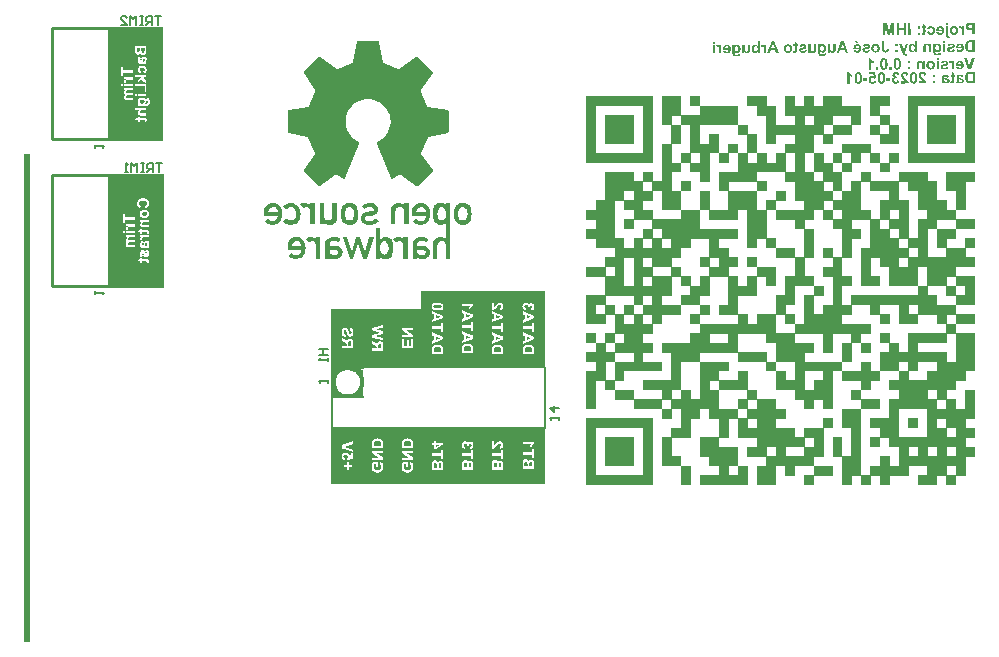
<source format=gbo>
G04*
G04 #@! TF.GenerationSoftware,Altium Limited,Altium Designer,19.0.12 (326)*
G04*
G04 Layer_Color=32896*
%FSLAX25Y25*%
%MOIN*%
G70*
G01*
G75*
%ADD11C,0.01000*%
%ADD13C,0.00600*%
%ADD27C,0.01181*%
%ADD28C,0.00393*%
%ADD29R,0.02000X1.62500*%
%ADD30R,0.02000X1.60500*%
%ADD31R,0.01378X0.01280*%
%ADD32R,0.01378X0.02067*%
%ADD33R,0.01122X0.08957*%
%ADD34R,0.09390X0.00984*%
%ADD35R,0.10965X0.01083*%
%ADD36R,0.01319X0.10630*%
G36*
X272888Y181567D02*
Y181423D01*
Y181279D01*
Y181136D01*
Y180992D01*
Y180849D01*
Y180705D01*
Y180562D01*
Y180418D01*
Y180274D01*
Y180131D01*
Y179987D01*
Y179844D01*
Y179700D01*
Y179557D01*
Y179413D01*
Y179269D01*
Y179126D01*
Y178982D01*
Y178839D01*
Y178695D01*
Y178551D01*
X279205D01*
Y178408D01*
Y178264D01*
Y178121D01*
Y177977D01*
Y177833D01*
Y177690D01*
Y177546D01*
Y177403D01*
Y177259D01*
Y177116D01*
Y176972D01*
Y176829D01*
Y176685D01*
Y176541D01*
Y176398D01*
Y176254D01*
Y176111D01*
Y175967D01*
Y175823D01*
Y175680D01*
Y175536D01*
Y175393D01*
Y175249D01*
Y175106D01*
Y174962D01*
Y174818D01*
Y174675D01*
Y174531D01*
Y174388D01*
Y174244D01*
Y174100D01*
Y173957D01*
Y173813D01*
Y173670D01*
Y173526D01*
Y173383D01*
Y173239D01*
Y173095D01*
Y172952D01*
Y172808D01*
Y172665D01*
Y172521D01*
Y172378D01*
Y172234D01*
Y172090D01*
X276046D01*
Y171947D01*
Y171803D01*
Y171660D01*
Y171516D01*
Y171372D01*
Y171229D01*
Y171085D01*
Y170942D01*
Y170798D01*
Y170654D01*
Y170511D01*
Y170367D01*
Y170224D01*
Y170080D01*
Y169937D01*
Y169793D01*
Y169650D01*
Y169506D01*
Y169362D01*
Y169219D01*
Y169075D01*
Y168932D01*
X269729D01*
Y168788D01*
Y168644D01*
Y168501D01*
Y168357D01*
Y168214D01*
Y168070D01*
Y167927D01*
Y167783D01*
Y167639D01*
Y167496D01*
Y167352D01*
Y167209D01*
Y167065D01*
Y166921D01*
Y166778D01*
Y166634D01*
Y166491D01*
Y166347D01*
Y166204D01*
Y166060D01*
Y165916D01*
Y165773D01*
X266426D01*
Y165916D01*
Y166060D01*
Y166204D01*
Y166347D01*
Y166491D01*
Y166634D01*
Y166778D01*
Y166921D01*
Y167065D01*
Y167209D01*
Y167352D01*
Y167496D01*
Y167639D01*
Y167783D01*
Y167927D01*
Y168070D01*
Y168214D01*
Y168357D01*
Y168501D01*
Y168644D01*
Y168788D01*
Y168932D01*
X263411D01*
Y168788D01*
Y168644D01*
Y168501D01*
Y168357D01*
Y168214D01*
Y168070D01*
Y167927D01*
Y167783D01*
Y167639D01*
Y167496D01*
Y167352D01*
Y167209D01*
Y167065D01*
Y166921D01*
Y166778D01*
Y166634D01*
Y166491D01*
Y166347D01*
Y166204D01*
Y166060D01*
Y165916D01*
Y165773D01*
Y165629D01*
Y165486D01*
Y165342D01*
Y165199D01*
Y165055D01*
Y164911D01*
Y164768D01*
Y164624D01*
Y164481D01*
Y164337D01*
Y164193D01*
Y164050D01*
Y163906D01*
Y163763D01*
Y163619D01*
Y163476D01*
Y163332D01*
Y163188D01*
Y163045D01*
Y162901D01*
Y162758D01*
X266570D01*
Y162614D01*
Y162470D01*
Y162327D01*
Y162183D01*
Y162040D01*
Y161896D01*
Y161753D01*
Y161609D01*
Y161465D01*
Y161322D01*
Y161178D01*
Y161035D01*
Y160891D01*
Y160748D01*
Y160604D01*
Y160460D01*
Y160317D01*
Y160173D01*
Y160030D01*
Y159886D01*
Y159742D01*
Y159599D01*
X269585D01*
Y159742D01*
Y159886D01*
Y160030D01*
Y160173D01*
Y160317D01*
Y160460D01*
Y160604D01*
Y160748D01*
Y160891D01*
Y161035D01*
Y161178D01*
Y161322D01*
Y161465D01*
Y161609D01*
Y161753D01*
Y161896D01*
Y162040D01*
Y162183D01*
Y162327D01*
Y162470D01*
Y162614D01*
Y162758D01*
X272744D01*
Y162901D01*
Y163045D01*
Y163188D01*
Y163332D01*
Y163476D01*
Y163619D01*
Y163763D01*
Y163906D01*
Y164050D01*
Y164193D01*
Y164337D01*
Y164481D01*
Y164624D01*
Y164768D01*
Y164911D01*
Y165055D01*
Y165199D01*
Y165342D01*
Y165486D01*
Y165629D01*
Y165773D01*
Y165916D01*
X282364D01*
Y165773D01*
Y165629D01*
Y165486D01*
Y165342D01*
Y165199D01*
Y165055D01*
Y164911D01*
Y164768D01*
Y164624D01*
Y164481D01*
Y164337D01*
Y164193D01*
Y164050D01*
Y163906D01*
Y163763D01*
Y163619D01*
Y163476D01*
Y163332D01*
Y163188D01*
Y163045D01*
Y162901D01*
Y162758D01*
X285523D01*
Y162614D01*
Y162470D01*
Y162327D01*
Y162183D01*
Y162040D01*
Y161896D01*
Y161753D01*
Y161609D01*
Y161465D01*
Y161322D01*
Y161178D01*
Y161035D01*
Y160891D01*
Y160748D01*
Y160604D01*
Y160460D01*
Y160317D01*
Y160173D01*
Y160030D01*
Y159886D01*
Y159742D01*
Y159599D01*
X288538D01*
Y159742D01*
Y159886D01*
Y160030D01*
Y160173D01*
Y160317D01*
Y160460D01*
Y160604D01*
Y160748D01*
Y160891D01*
Y161035D01*
Y161178D01*
Y161322D01*
Y161465D01*
Y161609D01*
Y161753D01*
Y161896D01*
Y162040D01*
Y162183D01*
Y162327D01*
Y162470D01*
Y162614D01*
Y162758D01*
X291840D01*
Y162614D01*
Y162470D01*
Y162327D01*
Y162183D01*
Y162040D01*
Y161896D01*
Y161753D01*
Y161609D01*
Y161465D01*
Y161322D01*
Y161178D01*
Y161035D01*
Y160891D01*
Y160748D01*
Y160604D01*
Y160460D01*
Y160317D01*
Y160173D01*
Y160030D01*
Y159886D01*
Y159742D01*
Y159599D01*
Y159455D01*
X288681D01*
Y159312D01*
Y159168D01*
Y159025D01*
Y158881D01*
Y158737D01*
Y158594D01*
Y158450D01*
Y158307D01*
Y158163D01*
Y158019D01*
Y157876D01*
Y157732D01*
Y157589D01*
Y157445D01*
Y157302D01*
Y157158D01*
Y157015D01*
Y156871D01*
Y156727D01*
Y156584D01*
Y156440D01*
Y156297D01*
X285379D01*
Y156440D01*
Y156584D01*
Y156727D01*
Y156871D01*
Y157015D01*
Y157158D01*
Y157302D01*
Y157445D01*
Y157589D01*
Y157732D01*
Y157876D01*
Y158019D01*
Y158163D01*
Y158307D01*
Y158450D01*
Y158594D01*
Y158737D01*
Y158881D01*
Y159025D01*
Y159168D01*
Y159312D01*
Y159455D01*
X282220D01*
Y159599D01*
Y159742D01*
Y159886D01*
Y160030D01*
Y160173D01*
Y160317D01*
Y160460D01*
Y160604D01*
Y160748D01*
Y160891D01*
Y161035D01*
Y161178D01*
Y161322D01*
Y161465D01*
Y161609D01*
Y161753D01*
Y161896D01*
Y162040D01*
Y162183D01*
Y162327D01*
Y162470D01*
Y162614D01*
X279205D01*
Y162470D01*
Y162327D01*
Y162183D01*
Y162040D01*
Y161896D01*
Y161753D01*
Y161609D01*
Y161465D01*
Y161322D01*
Y161178D01*
Y161035D01*
Y160891D01*
Y160748D01*
Y160604D01*
Y160460D01*
Y160317D01*
Y160173D01*
Y160030D01*
Y159886D01*
Y159742D01*
Y159599D01*
Y159455D01*
X276046D01*
Y159312D01*
Y159168D01*
Y159025D01*
Y158881D01*
Y158737D01*
Y158594D01*
Y158450D01*
Y158307D01*
Y158163D01*
Y158019D01*
Y157876D01*
Y157732D01*
Y157589D01*
Y157445D01*
Y157302D01*
Y157158D01*
Y157015D01*
Y156871D01*
Y156727D01*
Y156584D01*
Y156440D01*
Y156297D01*
X272888D01*
Y156153D01*
Y156009D01*
Y155866D01*
Y155722D01*
Y155579D01*
Y155435D01*
Y155291D01*
Y155148D01*
Y155004D01*
Y154861D01*
Y154717D01*
Y154574D01*
Y154430D01*
Y154286D01*
Y154143D01*
Y153999D01*
Y153856D01*
Y153712D01*
Y153568D01*
Y153425D01*
Y153281D01*
Y153138D01*
Y152994D01*
Y152851D01*
Y152707D01*
Y152564D01*
Y152420D01*
Y152276D01*
Y152133D01*
Y151989D01*
Y151846D01*
Y151702D01*
Y151558D01*
Y151415D01*
Y151271D01*
Y151128D01*
Y150984D01*
Y150840D01*
Y150697D01*
Y150553D01*
Y150410D01*
Y150266D01*
Y150123D01*
X275903D01*
Y150266D01*
Y150410D01*
Y150553D01*
Y150697D01*
Y150840D01*
Y150984D01*
Y151128D01*
Y151271D01*
Y151415D01*
Y151558D01*
Y151702D01*
Y151846D01*
Y151989D01*
Y152133D01*
Y152276D01*
Y152420D01*
Y152564D01*
Y152707D01*
Y152851D01*
Y152994D01*
Y153138D01*
Y153281D01*
X279062D01*
Y153425D01*
Y153568D01*
Y153712D01*
Y153856D01*
Y153999D01*
Y154143D01*
Y154286D01*
Y154430D01*
Y154574D01*
Y154717D01*
Y154861D01*
Y155004D01*
Y155148D01*
Y155291D01*
Y155435D01*
Y155579D01*
Y155722D01*
Y155866D01*
Y156009D01*
Y156153D01*
Y156297D01*
Y156440D01*
X282364D01*
Y156297D01*
Y156153D01*
Y156009D01*
Y155866D01*
Y155722D01*
Y155579D01*
Y155435D01*
Y155291D01*
Y155148D01*
Y155004D01*
Y154861D01*
Y154717D01*
Y154574D01*
Y154430D01*
Y154286D01*
Y154143D01*
Y153999D01*
Y153856D01*
Y153712D01*
Y153568D01*
Y153425D01*
Y153281D01*
X291697D01*
Y153425D01*
Y153568D01*
Y153712D01*
Y153856D01*
Y153999D01*
Y154143D01*
Y154286D01*
Y154430D01*
Y154574D01*
Y154717D01*
Y154861D01*
Y155004D01*
Y155148D01*
Y155291D01*
Y155435D01*
Y155579D01*
Y155722D01*
Y155866D01*
Y156009D01*
Y156153D01*
Y156297D01*
Y156440D01*
X301316D01*
Y156297D01*
Y156153D01*
Y156009D01*
Y155866D01*
Y155722D01*
Y155579D01*
Y155435D01*
Y155291D01*
Y155148D01*
Y155004D01*
Y154861D01*
Y154717D01*
Y154574D01*
Y154430D01*
Y154286D01*
Y154143D01*
Y153999D01*
Y153856D01*
Y153712D01*
Y153568D01*
Y153425D01*
Y153281D01*
X304475D01*
Y153138D01*
Y152994D01*
Y152851D01*
Y152707D01*
Y152564D01*
Y152420D01*
Y152276D01*
Y152133D01*
Y151989D01*
Y151846D01*
Y151702D01*
Y151558D01*
Y151415D01*
Y151271D01*
Y151128D01*
Y150984D01*
Y150840D01*
Y150697D01*
Y150553D01*
Y150410D01*
Y150266D01*
Y150123D01*
Y149979D01*
Y149836D01*
Y149692D01*
Y149548D01*
Y149405D01*
Y149261D01*
Y149118D01*
Y148974D01*
Y148830D01*
Y148687D01*
Y148543D01*
Y148400D01*
Y148256D01*
Y148112D01*
Y147969D01*
Y147825D01*
Y147682D01*
Y147538D01*
Y147395D01*
Y147251D01*
Y147107D01*
Y146964D01*
X307634D01*
Y146820D01*
Y146677D01*
Y146533D01*
Y146389D01*
Y146246D01*
Y146102D01*
Y145959D01*
Y145815D01*
Y145672D01*
Y145528D01*
Y145385D01*
Y145241D01*
Y145097D01*
Y144954D01*
Y144810D01*
Y144667D01*
Y144523D01*
Y144379D01*
Y144236D01*
Y144092D01*
Y143949D01*
Y143805D01*
X310649D01*
Y143949D01*
Y144092D01*
Y144236D01*
Y144379D01*
Y144523D01*
Y144667D01*
Y144810D01*
Y144954D01*
Y145097D01*
Y145241D01*
Y145385D01*
Y145528D01*
Y145672D01*
Y145815D01*
Y145959D01*
Y146102D01*
Y146246D01*
Y146389D01*
Y146533D01*
Y146677D01*
Y146820D01*
Y146964D01*
Y147107D01*
Y147251D01*
Y147395D01*
Y147538D01*
Y147682D01*
Y147825D01*
Y147969D01*
Y148112D01*
Y148256D01*
Y148400D01*
Y148543D01*
Y148687D01*
Y148830D01*
Y148974D01*
Y149118D01*
Y149261D01*
Y149405D01*
Y149548D01*
Y149692D01*
Y149836D01*
Y149979D01*
X307490D01*
Y150123D01*
Y150266D01*
Y150410D01*
Y150553D01*
Y150697D01*
Y150840D01*
Y150984D01*
Y151128D01*
Y151271D01*
Y151415D01*
Y151558D01*
Y151702D01*
Y151846D01*
Y151989D01*
Y152133D01*
Y152276D01*
Y152420D01*
Y152564D01*
Y152707D01*
Y152851D01*
Y152994D01*
Y153138D01*
Y153281D01*
Y153425D01*
Y153568D01*
Y153712D01*
Y153856D01*
Y153999D01*
Y154143D01*
Y154286D01*
Y154430D01*
Y154574D01*
Y154717D01*
Y154861D01*
Y155004D01*
Y155148D01*
Y155291D01*
Y155435D01*
Y155579D01*
Y155722D01*
Y155866D01*
Y156009D01*
Y156153D01*
Y156297D01*
Y156440D01*
X317110D01*
Y156297D01*
Y156153D01*
Y156009D01*
Y155866D01*
Y155722D01*
Y155579D01*
Y155435D01*
Y155291D01*
Y155148D01*
Y155004D01*
Y154861D01*
Y154717D01*
Y154574D01*
Y154430D01*
Y154286D01*
Y154143D01*
Y153999D01*
Y153856D01*
Y153712D01*
Y153568D01*
Y153425D01*
Y153281D01*
Y153138D01*
X313951D01*
Y152994D01*
Y152851D01*
Y152707D01*
Y152564D01*
Y152420D01*
Y152276D01*
Y152133D01*
Y151989D01*
Y151846D01*
Y151702D01*
Y151558D01*
Y151415D01*
Y151271D01*
Y151128D01*
Y150984D01*
Y150840D01*
Y150697D01*
Y150553D01*
Y150410D01*
Y150266D01*
Y150123D01*
Y149979D01*
Y149836D01*
Y149692D01*
Y149548D01*
Y149405D01*
Y149261D01*
Y149118D01*
Y148974D01*
Y148830D01*
Y148687D01*
Y148543D01*
Y148400D01*
Y148256D01*
Y148112D01*
Y147969D01*
Y147825D01*
Y147682D01*
Y147538D01*
Y147395D01*
Y147251D01*
Y147107D01*
Y146964D01*
Y146820D01*
Y146677D01*
Y146533D01*
Y146389D01*
Y146246D01*
Y146102D01*
Y145959D01*
Y145815D01*
Y145672D01*
Y145528D01*
Y145385D01*
Y145241D01*
Y145097D01*
Y144954D01*
Y144810D01*
Y144667D01*
Y144523D01*
Y144379D01*
Y144236D01*
Y144092D01*
Y143949D01*
Y143805D01*
Y143661D01*
X310793D01*
Y143518D01*
Y143374D01*
Y143231D01*
Y143087D01*
Y142944D01*
Y142800D01*
Y142656D01*
Y142513D01*
Y142369D01*
Y142226D01*
Y142082D01*
Y141939D01*
Y141795D01*
Y141651D01*
Y141508D01*
Y141364D01*
Y141221D01*
Y141077D01*
Y140934D01*
Y140790D01*
Y140646D01*
X317110D01*
Y140503D01*
Y140359D01*
Y140216D01*
Y140072D01*
Y139928D01*
Y139785D01*
Y139641D01*
Y139498D01*
Y139354D01*
Y139210D01*
Y139067D01*
Y138923D01*
Y138780D01*
Y138636D01*
Y138493D01*
Y138349D01*
Y138206D01*
Y138062D01*
Y137918D01*
Y137775D01*
Y137631D01*
Y137488D01*
Y137344D01*
X310793D01*
Y137200D01*
Y137057D01*
Y136913D01*
Y136770D01*
Y136626D01*
Y136483D01*
Y136339D01*
Y136195D01*
Y136052D01*
Y135908D01*
Y135765D01*
Y135621D01*
Y135477D01*
Y135334D01*
Y135190D01*
Y135047D01*
Y134903D01*
Y134760D01*
Y134616D01*
Y134472D01*
Y134329D01*
Y134185D01*
X307634D01*
Y134042D01*
Y133898D01*
Y133755D01*
Y133611D01*
Y133467D01*
Y133324D01*
Y133180D01*
Y133037D01*
Y132893D01*
Y132749D01*
Y132606D01*
Y132462D01*
Y132319D01*
Y132175D01*
Y132032D01*
Y131888D01*
Y131744D01*
Y131601D01*
Y131457D01*
Y131314D01*
Y131170D01*
X313808D01*
Y131314D01*
Y131457D01*
Y131601D01*
Y131744D01*
Y131888D01*
Y132032D01*
Y132175D01*
Y132319D01*
Y132462D01*
Y132606D01*
Y132749D01*
Y132893D01*
Y133037D01*
Y133180D01*
Y133324D01*
Y133467D01*
Y133611D01*
Y133755D01*
Y133898D01*
Y134042D01*
Y134185D01*
Y134329D01*
X317110D01*
Y134185D01*
Y134042D01*
Y133898D01*
Y133755D01*
Y133611D01*
Y133467D01*
Y133324D01*
Y133180D01*
Y133037D01*
Y132893D01*
Y132749D01*
Y132606D01*
Y132462D01*
Y132319D01*
Y132175D01*
Y132032D01*
Y131888D01*
Y131744D01*
Y131601D01*
Y131457D01*
Y131314D01*
Y131170D01*
Y131026D01*
X313951D01*
Y130883D01*
Y130739D01*
Y130596D01*
Y130452D01*
Y130309D01*
Y130165D01*
Y130021D01*
Y129878D01*
Y129734D01*
Y129591D01*
Y129447D01*
Y129304D01*
Y129160D01*
Y129016D01*
Y128873D01*
Y128729D01*
Y128586D01*
Y128442D01*
Y128298D01*
Y128155D01*
Y128011D01*
X317110D01*
Y127868D01*
Y127724D01*
Y127581D01*
Y127437D01*
Y127293D01*
Y127150D01*
Y127006D01*
Y126863D01*
Y126719D01*
Y126576D01*
Y126432D01*
Y126288D01*
Y126145D01*
Y126001D01*
Y125858D01*
Y125714D01*
Y125570D01*
Y125427D01*
Y125283D01*
Y125140D01*
Y124996D01*
Y124853D01*
Y124709D01*
X310793D01*
Y124565D01*
Y124422D01*
Y124278D01*
Y124135D01*
Y123991D01*
Y123847D01*
Y123704D01*
Y123560D01*
Y123417D01*
Y123273D01*
Y123130D01*
Y122986D01*
Y122842D01*
Y122699D01*
Y122555D01*
Y122412D01*
Y122268D01*
Y122125D01*
Y121981D01*
Y121837D01*
Y121694D01*
X317110D01*
Y121550D01*
Y121407D01*
Y121263D01*
Y121119D01*
Y120976D01*
Y120832D01*
Y120689D01*
Y120545D01*
Y120402D01*
Y120258D01*
Y120114D01*
Y119971D01*
Y119827D01*
Y119684D01*
Y119540D01*
Y119396D01*
Y119253D01*
Y119109D01*
Y118966D01*
Y118822D01*
Y118679D01*
Y118535D01*
Y118392D01*
Y118248D01*
Y118104D01*
Y117961D01*
Y117817D01*
Y117674D01*
Y117530D01*
Y117386D01*
Y117243D01*
Y117099D01*
Y116956D01*
Y116812D01*
Y116668D01*
Y116525D01*
Y116381D01*
Y116238D01*
Y116094D01*
Y115951D01*
Y115807D01*
Y115663D01*
Y115520D01*
Y115376D01*
Y115233D01*
Y115089D01*
Y114945D01*
Y114802D01*
Y114658D01*
Y114515D01*
Y114371D01*
Y114228D01*
Y114084D01*
Y113941D01*
Y113797D01*
Y113653D01*
Y113510D01*
Y113366D01*
Y113223D01*
Y113079D01*
Y112935D01*
Y112792D01*
Y112648D01*
Y112505D01*
Y112361D01*
Y112217D01*
Y112074D01*
X310793D01*
Y111930D01*
Y111787D01*
Y111643D01*
Y111500D01*
Y111356D01*
Y111212D01*
Y111069D01*
Y110925D01*
Y110782D01*
Y110638D01*
Y110495D01*
Y110351D01*
Y110207D01*
Y110064D01*
Y109920D01*
Y109777D01*
Y109633D01*
Y109490D01*
Y109346D01*
Y109202D01*
Y109059D01*
X317110D01*
Y108915D01*
Y108772D01*
Y108628D01*
Y108484D01*
Y108341D01*
Y108197D01*
Y108054D01*
Y107910D01*
Y107766D01*
Y107623D01*
Y107479D01*
Y107336D01*
Y107192D01*
Y107049D01*
Y106905D01*
Y106762D01*
Y106618D01*
Y106474D01*
Y106331D01*
Y106187D01*
Y106044D01*
Y105900D01*
Y105756D01*
X310793D01*
Y105613D01*
Y105469D01*
Y105326D01*
Y105182D01*
Y105038D01*
Y104895D01*
Y104751D01*
Y104608D01*
Y104464D01*
Y104321D01*
Y104177D01*
Y104034D01*
Y103890D01*
Y103746D01*
Y103603D01*
Y103459D01*
Y103316D01*
Y103172D01*
Y103028D01*
Y102885D01*
Y102741D01*
X317110D01*
Y102598D01*
Y102454D01*
Y102311D01*
Y102167D01*
Y102023D01*
Y101880D01*
Y101736D01*
Y101593D01*
Y101449D01*
Y101305D01*
Y101162D01*
Y101018D01*
Y100875D01*
Y100731D01*
Y100587D01*
Y100444D01*
Y100300D01*
Y100157D01*
Y100013D01*
Y99870D01*
Y99726D01*
Y99582D01*
Y99439D01*
Y99295D01*
Y99152D01*
Y99008D01*
Y98865D01*
Y98721D01*
Y98577D01*
Y98434D01*
Y98290D01*
Y98147D01*
Y98003D01*
Y97860D01*
Y97716D01*
Y97572D01*
Y97429D01*
Y97285D01*
Y97142D01*
Y96998D01*
Y96855D01*
Y96711D01*
Y96567D01*
Y96424D01*
Y96280D01*
Y96137D01*
Y95993D01*
Y95849D01*
Y95706D01*
Y95562D01*
Y95419D01*
Y95275D01*
Y95131D01*
Y94988D01*
Y94844D01*
Y94701D01*
Y94557D01*
Y94414D01*
Y94270D01*
Y94126D01*
Y93983D01*
Y93839D01*
Y93696D01*
Y93552D01*
Y93409D01*
Y93265D01*
Y93121D01*
Y92978D01*
Y92834D01*
Y92691D01*
Y92547D01*
Y92404D01*
Y92260D01*
Y92116D01*
Y91973D01*
Y91829D01*
Y91686D01*
Y91542D01*
Y91398D01*
Y91255D01*
Y91111D01*
Y90968D01*
Y90824D01*
Y90680D01*
Y90537D01*
Y90393D01*
Y90250D01*
Y90106D01*
Y89963D01*
X313951D01*
Y89819D01*
Y89675D01*
Y89532D01*
Y89388D01*
Y89245D01*
Y89101D01*
Y88958D01*
Y88814D01*
Y88670D01*
Y88527D01*
Y88383D01*
Y88240D01*
Y88096D01*
Y87953D01*
Y87809D01*
Y87665D01*
Y87522D01*
Y87378D01*
Y87235D01*
Y87091D01*
Y86947D01*
Y86804D01*
X310793D01*
Y86660D01*
Y86517D01*
Y86373D01*
Y86229D01*
Y86086D01*
Y85942D01*
Y85799D01*
Y85655D01*
Y85512D01*
Y85368D01*
Y85224D01*
Y85081D01*
Y84937D01*
Y84794D01*
Y84650D01*
Y84507D01*
Y84363D01*
Y84219D01*
Y84076D01*
Y83932D01*
Y83789D01*
Y83645D01*
X307634D01*
Y83501D01*
Y83358D01*
Y83214D01*
Y83071D01*
Y82927D01*
Y82784D01*
Y82640D01*
Y82497D01*
Y82353D01*
Y82209D01*
Y82066D01*
Y81922D01*
Y81779D01*
Y81635D01*
Y81491D01*
Y81348D01*
Y81204D01*
Y81061D01*
Y80917D01*
Y80774D01*
Y80630D01*
X310793D01*
Y80486D01*
Y80343D01*
Y80199D01*
Y80056D01*
Y79912D01*
Y79768D01*
Y79625D01*
Y79481D01*
Y79338D01*
Y79194D01*
Y79050D01*
Y78907D01*
Y78763D01*
Y78620D01*
Y78476D01*
Y78333D01*
Y78189D01*
Y78045D01*
Y77902D01*
Y77758D01*
Y77615D01*
Y77471D01*
X313808D01*
Y77615D01*
Y77758D01*
Y77902D01*
Y78045D01*
Y78189D01*
Y78333D01*
Y78476D01*
Y78620D01*
Y78763D01*
Y78907D01*
Y79050D01*
Y79194D01*
Y79338D01*
Y79481D01*
Y79625D01*
Y79768D01*
Y79912D01*
Y80056D01*
Y80199D01*
Y80343D01*
Y80486D01*
Y80630D01*
Y80774D01*
Y80917D01*
Y81061D01*
Y81204D01*
Y81348D01*
Y81491D01*
Y81635D01*
Y81779D01*
Y81922D01*
Y82066D01*
Y82209D01*
Y82353D01*
Y82497D01*
Y82640D01*
Y82784D01*
Y82927D01*
Y83071D01*
Y83214D01*
Y83358D01*
Y83501D01*
Y83645D01*
Y83789D01*
X317110D01*
Y83645D01*
Y83501D01*
Y83358D01*
Y83214D01*
Y83071D01*
Y82927D01*
Y82784D01*
Y82640D01*
Y82497D01*
Y82353D01*
Y82209D01*
Y82066D01*
Y81922D01*
Y81779D01*
Y81635D01*
Y81491D01*
Y81348D01*
Y81204D01*
Y81061D01*
Y80917D01*
Y80774D01*
Y80630D01*
Y80486D01*
Y80343D01*
Y80199D01*
Y80056D01*
Y79912D01*
Y79768D01*
Y79625D01*
Y79481D01*
Y79338D01*
Y79194D01*
Y79050D01*
Y78907D01*
Y78763D01*
Y78620D01*
Y78476D01*
Y78333D01*
Y78189D01*
Y78045D01*
Y77902D01*
Y77758D01*
Y77615D01*
Y77471D01*
Y77328D01*
Y77184D01*
Y77040D01*
Y76897D01*
Y76753D01*
Y76610D01*
Y76466D01*
Y76323D01*
Y76179D01*
Y76035D01*
Y75892D01*
Y75748D01*
Y75605D01*
Y75461D01*
Y75318D01*
Y75174D01*
Y75030D01*
Y74887D01*
Y74743D01*
Y74600D01*
Y74456D01*
Y74312D01*
Y74169D01*
X313951D01*
Y74025D01*
Y73882D01*
Y73738D01*
Y73594D01*
Y73451D01*
Y73307D01*
Y73164D01*
Y73020D01*
Y72877D01*
Y72733D01*
Y72589D01*
Y72446D01*
Y72302D01*
Y72159D01*
Y72015D01*
Y71872D01*
Y71728D01*
Y71584D01*
Y71441D01*
Y71297D01*
Y71154D01*
X317110D01*
Y71010D01*
Y70867D01*
Y70723D01*
Y70579D01*
Y70436D01*
Y70292D01*
Y70149D01*
Y70005D01*
Y69861D01*
Y69718D01*
Y69574D01*
Y69431D01*
Y69287D01*
Y69143D01*
Y69000D01*
Y68856D01*
Y68713D01*
Y68569D01*
Y68426D01*
Y68282D01*
Y68138D01*
Y67995D01*
Y67851D01*
X313951D01*
Y67708D01*
Y67564D01*
Y67421D01*
Y67277D01*
Y67133D01*
Y66990D01*
Y66846D01*
Y66703D01*
Y66559D01*
Y66416D01*
Y66272D01*
Y66128D01*
Y65985D01*
Y65841D01*
Y65698D01*
Y65554D01*
Y65411D01*
Y65267D01*
Y65123D01*
Y64980D01*
Y64836D01*
X317110D01*
Y64693D01*
Y64549D01*
Y64405D01*
Y64262D01*
Y64118D01*
Y63975D01*
Y63831D01*
Y63687D01*
Y63544D01*
Y63400D01*
Y63257D01*
Y63113D01*
Y62970D01*
Y62826D01*
Y62682D01*
Y62539D01*
Y62395D01*
Y62252D01*
Y62108D01*
Y61964D01*
Y61821D01*
Y61677D01*
Y61534D01*
X313951D01*
Y61390D01*
Y61247D01*
Y61103D01*
Y60960D01*
Y60816D01*
Y60672D01*
Y60529D01*
Y60385D01*
Y60242D01*
Y60098D01*
Y59954D01*
Y59811D01*
Y59667D01*
Y59524D01*
Y59380D01*
Y59237D01*
Y59093D01*
Y58949D01*
Y58806D01*
Y58662D01*
Y58519D01*
Y58375D01*
Y58232D01*
Y58088D01*
Y57944D01*
Y57801D01*
Y57657D01*
Y57514D01*
Y57370D01*
Y57226D01*
Y57083D01*
Y56939D01*
Y56796D01*
Y56652D01*
Y56508D01*
Y56365D01*
Y56221D01*
Y56078D01*
Y55934D01*
Y55791D01*
Y55647D01*
Y55503D01*
Y55360D01*
Y55216D01*
X310793D01*
Y55073D01*
Y54929D01*
Y54786D01*
Y54642D01*
Y54498D01*
Y54355D01*
Y54211D01*
Y54068D01*
Y53924D01*
Y53781D01*
Y53637D01*
Y53493D01*
Y53350D01*
Y53206D01*
Y53063D01*
Y52919D01*
Y52775D01*
Y52632D01*
Y52488D01*
Y52345D01*
Y52201D01*
Y52057D01*
X307490D01*
Y52201D01*
Y52345D01*
Y52488D01*
Y52632D01*
Y52775D01*
Y52919D01*
Y53063D01*
Y53206D01*
Y53350D01*
Y53493D01*
Y53637D01*
Y53781D01*
Y53924D01*
Y54068D01*
Y54211D01*
Y54355D01*
Y54498D01*
Y54642D01*
Y54786D01*
Y54929D01*
Y55073D01*
Y55216D01*
X304475D01*
Y55073D01*
Y54929D01*
Y54786D01*
Y54642D01*
Y54498D01*
Y54355D01*
Y54211D01*
Y54068D01*
Y53924D01*
Y53781D01*
Y53637D01*
Y53493D01*
Y53350D01*
Y53206D01*
Y53063D01*
Y52919D01*
Y52775D01*
Y52632D01*
Y52488D01*
Y52345D01*
Y52201D01*
Y52057D01*
X298014D01*
Y52201D01*
Y52345D01*
Y52488D01*
Y52632D01*
Y52775D01*
Y52919D01*
Y53063D01*
Y53206D01*
Y53350D01*
Y53493D01*
Y53637D01*
Y53781D01*
Y53924D01*
Y54068D01*
Y54211D01*
Y54355D01*
Y54498D01*
Y54642D01*
Y54786D01*
Y54929D01*
Y55073D01*
Y55216D01*
Y55360D01*
X301173D01*
Y55503D01*
Y55647D01*
Y55791D01*
Y55934D01*
Y56078D01*
Y56221D01*
Y56365D01*
Y56508D01*
Y56652D01*
Y56796D01*
Y56939D01*
Y57083D01*
Y57226D01*
Y57370D01*
Y57514D01*
Y57657D01*
Y57801D01*
Y57944D01*
Y58088D01*
Y58232D01*
Y58375D01*
X294999D01*
Y58232D01*
Y58088D01*
Y57944D01*
Y57801D01*
Y57657D01*
Y57514D01*
Y57370D01*
Y57226D01*
Y57083D01*
Y56939D01*
Y56796D01*
Y56652D01*
Y56508D01*
Y56365D01*
Y56221D01*
Y56078D01*
Y55934D01*
Y55791D01*
Y55647D01*
Y55503D01*
Y55360D01*
Y55216D01*
X288681D01*
Y55073D01*
Y54929D01*
Y54786D01*
Y54642D01*
Y54498D01*
Y54355D01*
Y54211D01*
Y54068D01*
Y53924D01*
Y53781D01*
Y53637D01*
Y53493D01*
Y53350D01*
Y53206D01*
Y53063D01*
Y52919D01*
Y52775D01*
Y52632D01*
Y52488D01*
Y52345D01*
Y52201D01*
Y52057D01*
X285379D01*
Y52201D01*
Y52345D01*
Y52488D01*
Y52632D01*
Y52775D01*
Y52919D01*
Y53063D01*
Y53206D01*
Y53350D01*
Y53493D01*
Y53637D01*
Y53781D01*
Y53924D01*
Y54068D01*
Y54211D01*
Y54355D01*
Y54498D01*
Y54642D01*
Y54786D01*
Y54929D01*
Y55073D01*
Y55216D01*
X282364D01*
Y55073D01*
Y54929D01*
Y54786D01*
Y54642D01*
Y54498D01*
Y54355D01*
Y54211D01*
Y54068D01*
Y53924D01*
Y53781D01*
Y53637D01*
Y53493D01*
Y53350D01*
Y53206D01*
Y53063D01*
Y52919D01*
Y52775D01*
Y52632D01*
Y52488D01*
Y52345D01*
Y52201D01*
Y52057D01*
X279062D01*
Y52201D01*
Y52345D01*
Y52488D01*
Y52632D01*
Y52775D01*
Y52919D01*
Y53063D01*
Y53206D01*
Y53350D01*
Y53493D01*
Y53637D01*
Y53781D01*
Y53924D01*
Y54068D01*
Y54211D01*
Y54355D01*
Y54498D01*
Y54642D01*
Y54786D01*
Y54929D01*
Y55073D01*
Y55216D01*
X276046D01*
Y55073D01*
Y54929D01*
Y54786D01*
Y54642D01*
Y54498D01*
Y54355D01*
Y54211D01*
Y54068D01*
Y53924D01*
Y53781D01*
Y53637D01*
Y53493D01*
Y53350D01*
Y53206D01*
Y53063D01*
Y52919D01*
Y52775D01*
Y52632D01*
Y52488D01*
Y52345D01*
Y52201D01*
Y52057D01*
X272744D01*
Y52201D01*
Y52345D01*
Y52488D01*
Y52632D01*
Y52775D01*
Y52919D01*
Y53063D01*
Y53206D01*
Y53350D01*
Y53493D01*
Y53637D01*
Y53781D01*
Y53924D01*
Y54068D01*
Y54211D01*
Y54355D01*
Y54498D01*
Y54642D01*
Y54786D01*
Y54929D01*
Y55073D01*
Y55216D01*
Y55360D01*
Y55503D01*
Y55647D01*
Y55791D01*
Y55934D01*
Y56078D01*
Y56221D01*
Y56365D01*
Y56508D01*
Y56652D01*
Y56796D01*
Y56939D01*
Y57083D01*
Y57226D01*
Y57370D01*
Y57514D01*
Y57657D01*
Y57801D01*
Y57944D01*
Y58088D01*
Y58232D01*
Y58375D01*
Y58519D01*
Y58662D01*
Y58806D01*
Y58949D01*
Y59093D01*
Y59237D01*
Y59380D01*
Y59524D01*
Y59667D01*
Y59811D01*
Y59954D01*
Y60098D01*
Y60242D01*
Y60385D01*
Y60529D01*
Y60672D01*
Y60816D01*
Y60960D01*
Y61103D01*
Y61247D01*
Y61390D01*
Y61534D01*
X269585D01*
Y61677D01*
Y61821D01*
Y61964D01*
Y62108D01*
Y62252D01*
Y62395D01*
Y62539D01*
Y62682D01*
Y62826D01*
Y62970D01*
Y63113D01*
Y63257D01*
Y63400D01*
Y63544D01*
Y63687D01*
Y63831D01*
Y63975D01*
Y64118D01*
Y64262D01*
Y64405D01*
Y64549D01*
Y64693D01*
Y64836D01*
Y64980D01*
Y65123D01*
Y65267D01*
Y65411D01*
Y65554D01*
Y65698D01*
Y65841D01*
Y65985D01*
Y66128D01*
Y66272D01*
Y66416D01*
Y66559D01*
Y66703D01*
Y66846D01*
Y66990D01*
Y67133D01*
Y67277D01*
Y67421D01*
Y67564D01*
Y67708D01*
Y67851D01*
Y67995D01*
X272888D01*
Y67851D01*
Y67708D01*
Y67564D01*
Y67421D01*
Y67277D01*
Y67133D01*
Y66990D01*
Y66846D01*
Y66703D01*
Y66559D01*
Y66416D01*
Y66272D01*
Y66128D01*
Y65985D01*
Y65841D01*
Y65698D01*
Y65554D01*
Y65411D01*
Y65267D01*
Y65123D01*
Y64980D01*
Y64836D01*
Y64693D01*
Y64549D01*
Y64405D01*
Y64262D01*
Y64118D01*
Y63975D01*
Y63831D01*
Y63687D01*
Y63544D01*
Y63400D01*
Y63257D01*
Y63113D01*
Y62970D01*
Y62826D01*
Y62682D01*
Y62539D01*
Y62395D01*
Y62252D01*
Y62108D01*
Y61964D01*
Y61821D01*
Y61677D01*
X275903D01*
Y61821D01*
Y61964D01*
Y62108D01*
Y62252D01*
Y62395D01*
Y62539D01*
Y62682D01*
Y62826D01*
Y62970D01*
Y63113D01*
Y63257D01*
Y63400D01*
Y63544D01*
Y63687D01*
Y63831D01*
Y63975D01*
Y64118D01*
Y64262D01*
Y64405D01*
Y64549D01*
Y64693D01*
Y64836D01*
Y64980D01*
Y65123D01*
Y65267D01*
Y65411D01*
Y65554D01*
Y65698D01*
Y65841D01*
Y65985D01*
Y66128D01*
Y66272D01*
Y66416D01*
Y66559D01*
Y66703D01*
Y66846D01*
Y66990D01*
Y67133D01*
Y67277D01*
Y67421D01*
Y67564D01*
Y67708D01*
Y67851D01*
Y67995D01*
Y68138D01*
Y68282D01*
Y68426D01*
Y68569D01*
Y68713D01*
Y68856D01*
Y69000D01*
Y69143D01*
Y69287D01*
Y69431D01*
Y69574D01*
Y69718D01*
Y69861D01*
Y70005D01*
Y70149D01*
Y70292D01*
Y70436D01*
Y70579D01*
Y70723D01*
Y70867D01*
Y71010D01*
X272744D01*
Y71154D01*
Y71297D01*
Y71441D01*
Y71584D01*
Y71728D01*
Y71872D01*
Y72015D01*
Y72159D01*
Y72302D01*
Y72446D01*
Y72589D01*
Y72733D01*
Y72877D01*
Y73020D01*
Y73164D01*
Y73307D01*
Y73451D01*
Y73594D01*
Y73738D01*
Y73882D01*
Y74025D01*
Y74169D01*
Y74312D01*
Y74456D01*
Y74600D01*
Y74743D01*
Y74887D01*
Y75030D01*
Y75174D01*
Y75318D01*
Y75461D01*
Y75605D01*
Y75748D01*
Y75892D01*
Y76035D01*
Y76179D01*
Y76323D01*
Y76466D01*
Y76610D01*
Y76753D01*
Y76897D01*
Y77040D01*
Y77184D01*
Y77328D01*
Y77471D01*
X279062D01*
Y77615D01*
Y77758D01*
Y77902D01*
Y78045D01*
Y78189D01*
Y78333D01*
Y78476D01*
Y78620D01*
Y78763D01*
Y78907D01*
Y79050D01*
Y79194D01*
Y79338D01*
Y79481D01*
Y79625D01*
Y79768D01*
Y79912D01*
Y80056D01*
Y80199D01*
Y80343D01*
Y80486D01*
X275903D01*
Y80630D01*
Y80774D01*
Y80917D01*
Y81061D01*
Y81204D01*
Y81348D01*
Y81491D01*
Y81635D01*
Y81779D01*
Y81922D01*
Y82066D01*
Y82209D01*
Y82353D01*
Y82497D01*
Y82640D01*
Y82784D01*
Y82927D01*
Y83071D01*
Y83214D01*
Y83358D01*
Y83501D01*
Y83645D01*
Y83789D01*
X279062D01*
Y83932D01*
Y84076D01*
Y84219D01*
Y84363D01*
Y84507D01*
Y84650D01*
Y84794D01*
Y84937D01*
Y85081D01*
Y85224D01*
Y85368D01*
Y85512D01*
Y85655D01*
Y85799D01*
Y85942D01*
Y86086D01*
Y86229D01*
Y86373D01*
Y86517D01*
Y86660D01*
Y86804D01*
X272744D01*
Y86947D01*
Y87091D01*
Y87235D01*
Y87378D01*
Y87522D01*
Y87665D01*
Y87809D01*
Y87953D01*
Y88096D01*
Y88240D01*
Y88383D01*
Y88527D01*
Y88670D01*
Y88814D01*
Y88958D01*
Y89101D01*
Y89245D01*
Y89388D01*
Y89532D01*
Y89675D01*
Y89819D01*
Y89963D01*
X269729D01*
Y89819D01*
Y89675D01*
Y89532D01*
Y89388D01*
Y89245D01*
Y89101D01*
Y88958D01*
Y88814D01*
Y88670D01*
Y88527D01*
Y88383D01*
Y88240D01*
Y88096D01*
Y87953D01*
Y87809D01*
Y87665D01*
Y87522D01*
Y87378D01*
Y87235D01*
Y87091D01*
Y86947D01*
Y86804D01*
Y86660D01*
Y86517D01*
Y86373D01*
Y86229D01*
Y86086D01*
Y85942D01*
Y85799D01*
Y85655D01*
Y85512D01*
Y85368D01*
Y85224D01*
Y85081D01*
Y84937D01*
Y84794D01*
Y84650D01*
Y84507D01*
Y84363D01*
Y84219D01*
Y84076D01*
Y83932D01*
Y83789D01*
Y83645D01*
Y83501D01*
Y83358D01*
Y83214D01*
Y83071D01*
Y82927D01*
Y82784D01*
Y82640D01*
Y82497D01*
Y82353D01*
Y82209D01*
Y82066D01*
Y81922D01*
Y81779D01*
Y81635D01*
Y81491D01*
Y81348D01*
Y81204D01*
Y81061D01*
Y80917D01*
Y80774D01*
Y80630D01*
Y80486D01*
Y80343D01*
Y80199D01*
Y80056D01*
Y79912D01*
Y79768D01*
Y79625D01*
Y79481D01*
Y79338D01*
Y79194D01*
Y79050D01*
Y78907D01*
Y78763D01*
Y78620D01*
Y78476D01*
Y78333D01*
Y78189D01*
Y78045D01*
Y77902D01*
Y77758D01*
Y77615D01*
Y77471D01*
Y77328D01*
X266426D01*
Y77471D01*
Y77615D01*
Y77758D01*
Y77902D01*
Y78045D01*
Y78189D01*
Y78333D01*
Y78476D01*
Y78620D01*
Y78763D01*
Y78907D01*
Y79050D01*
Y79194D01*
Y79338D01*
Y79481D01*
Y79625D01*
Y79768D01*
Y79912D01*
Y80056D01*
Y80199D01*
Y80343D01*
Y80486D01*
X263411D01*
Y80343D01*
Y80199D01*
Y80056D01*
Y79912D01*
Y79768D01*
Y79625D01*
Y79481D01*
Y79338D01*
Y79194D01*
Y79050D01*
Y78907D01*
Y78763D01*
Y78620D01*
Y78476D01*
Y78333D01*
Y78189D01*
Y78045D01*
Y77902D01*
Y77758D01*
Y77615D01*
Y77471D01*
Y77328D01*
X260109D01*
Y77471D01*
Y77615D01*
Y77758D01*
Y77902D01*
Y78045D01*
Y78189D01*
Y78333D01*
Y78476D01*
Y78620D01*
Y78763D01*
Y78907D01*
Y79050D01*
Y79194D01*
Y79338D01*
Y79481D01*
Y79625D01*
Y79768D01*
Y79912D01*
Y80056D01*
Y80199D01*
Y80343D01*
Y80486D01*
X256950D01*
Y80630D01*
Y80774D01*
Y80917D01*
Y81061D01*
Y81204D01*
Y81348D01*
Y81491D01*
Y81635D01*
Y81779D01*
Y81922D01*
Y82066D01*
Y82209D01*
Y82353D01*
Y82497D01*
Y82640D01*
Y82784D01*
Y82927D01*
Y83071D01*
Y83214D01*
Y83358D01*
Y83501D01*
Y83645D01*
X250633D01*
Y83789D01*
Y83932D01*
Y84076D01*
Y84219D01*
Y84363D01*
Y84507D01*
Y84650D01*
Y84794D01*
Y84937D01*
Y85081D01*
Y85224D01*
Y85368D01*
Y85512D01*
Y85655D01*
Y85799D01*
Y85942D01*
Y86086D01*
Y86229D01*
Y86373D01*
Y86517D01*
Y86660D01*
Y86804D01*
Y86947D01*
Y87091D01*
Y87235D01*
Y87378D01*
Y87522D01*
Y87665D01*
Y87809D01*
Y87953D01*
Y88096D01*
Y88240D01*
Y88383D01*
Y88527D01*
Y88670D01*
Y88814D01*
Y88958D01*
Y89101D01*
Y89245D01*
Y89388D01*
Y89532D01*
Y89675D01*
Y89819D01*
Y89963D01*
X247474D01*
Y90106D01*
Y90250D01*
Y90393D01*
Y90537D01*
Y90680D01*
Y90824D01*
Y90968D01*
Y91111D01*
Y91255D01*
Y91398D01*
Y91542D01*
Y91686D01*
Y91829D01*
Y91973D01*
Y92116D01*
Y92260D01*
Y92404D01*
Y92547D01*
Y92691D01*
Y92834D01*
Y92978D01*
Y93121D01*
X237998D01*
Y93265D01*
Y93409D01*
Y93552D01*
Y93696D01*
Y93839D01*
Y93983D01*
Y94126D01*
Y94270D01*
Y94414D01*
Y94557D01*
Y94701D01*
Y94844D01*
Y94988D01*
Y95131D01*
Y95275D01*
Y95419D01*
Y95562D01*
Y95706D01*
Y95849D01*
Y95993D01*
Y96137D01*
Y96280D01*
X225506D01*
Y96137D01*
Y95993D01*
Y95849D01*
Y95706D01*
Y95562D01*
Y95419D01*
Y95275D01*
Y95131D01*
Y94988D01*
Y94844D01*
Y94701D01*
Y94557D01*
Y94414D01*
Y94270D01*
Y94126D01*
Y93983D01*
Y93839D01*
Y93696D01*
Y93552D01*
Y93409D01*
Y93265D01*
X234982D01*
Y93121D01*
Y92978D01*
Y92834D01*
Y92691D01*
Y92547D01*
Y92404D01*
Y92260D01*
Y92116D01*
Y91973D01*
Y91829D01*
Y91686D01*
Y91542D01*
Y91398D01*
Y91255D01*
Y91111D01*
Y90968D01*
Y90824D01*
Y90680D01*
Y90537D01*
Y90393D01*
Y90250D01*
Y90106D01*
Y89963D01*
X231824D01*
Y89819D01*
Y89675D01*
Y89532D01*
Y89388D01*
Y89245D01*
Y89101D01*
Y88958D01*
Y88814D01*
Y88670D01*
Y88527D01*
Y88383D01*
Y88240D01*
Y88096D01*
Y87953D01*
Y87809D01*
Y87665D01*
Y87522D01*
Y87378D01*
Y87235D01*
Y87091D01*
Y86947D01*
X237998D01*
Y87091D01*
Y87235D01*
Y87378D01*
Y87522D01*
Y87665D01*
Y87809D01*
Y87953D01*
Y88096D01*
Y88240D01*
Y88383D01*
Y88527D01*
Y88670D01*
Y88814D01*
Y88958D01*
Y89101D01*
Y89245D01*
Y89388D01*
Y89532D01*
Y89675D01*
Y89819D01*
Y89963D01*
Y90106D01*
X241300D01*
Y89963D01*
Y89819D01*
Y89675D01*
Y89532D01*
Y89388D01*
Y89245D01*
Y89101D01*
Y88958D01*
Y88814D01*
Y88670D01*
Y88527D01*
Y88383D01*
Y88240D01*
Y88096D01*
Y87953D01*
Y87809D01*
Y87665D01*
Y87522D01*
Y87378D01*
Y87235D01*
Y87091D01*
Y86947D01*
Y86804D01*
Y86660D01*
Y86517D01*
Y86373D01*
Y86229D01*
Y86086D01*
Y85942D01*
Y85799D01*
Y85655D01*
Y85512D01*
Y85368D01*
Y85224D01*
Y85081D01*
Y84937D01*
Y84794D01*
Y84650D01*
Y84507D01*
Y84363D01*
Y84219D01*
Y84076D01*
Y83932D01*
Y83789D01*
X244459D01*
Y83645D01*
Y83501D01*
Y83358D01*
Y83214D01*
Y83071D01*
Y82927D01*
Y82784D01*
Y82640D01*
Y82497D01*
Y82353D01*
Y82209D01*
Y82066D01*
Y81922D01*
Y81779D01*
Y81635D01*
Y81491D01*
Y81348D01*
Y81204D01*
Y81061D01*
Y80917D01*
Y80774D01*
Y80630D01*
X250776D01*
Y80486D01*
Y80343D01*
Y80199D01*
Y80056D01*
Y79912D01*
Y79768D01*
Y79625D01*
Y79481D01*
Y79338D01*
Y79194D01*
Y79050D01*
Y78907D01*
Y78763D01*
Y78620D01*
Y78476D01*
Y78333D01*
Y78189D01*
Y78045D01*
Y77902D01*
Y77758D01*
Y77615D01*
Y77471D01*
X253935D01*
Y77328D01*
Y77184D01*
Y77040D01*
Y76897D01*
Y76753D01*
Y76610D01*
Y76466D01*
Y76323D01*
Y76179D01*
Y76035D01*
Y75892D01*
Y75748D01*
Y75605D01*
Y75461D01*
Y75318D01*
Y75174D01*
Y75030D01*
Y74887D01*
Y74743D01*
Y74600D01*
Y74456D01*
Y74312D01*
Y74169D01*
X250776D01*
Y74025D01*
Y73882D01*
Y73738D01*
Y73594D01*
Y73451D01*
Y73307D01*
Y73164D01*
Y73020D01*
Y72877D01*
Y72733D01*
Y72589D01*
Y72446D01*
Y72302D01*
Y72159D01*
Y72015D01*
Y71872D01*
Y71728D01*
Y71584D01*
Y71441D01*
Y71297D01*
Y71154D01*
X257094D01*
Y71010D01*
Y70867D01*
Y70723D01*
Y70579D01*
Y70436D01*
Y70292D01*
Y70149D01*
Y70005D01*
Y69861D01*
Y69718D01*
Y69574D01*
Y69431D01*
Y69287D01*
Y69143D01*
Y69000D01*
Y68856D01*
Y68713D01*
Y68569D01*
Y68426D01*
Y68282D01*
Y68138D01*
Y67995D01*
X260109D01*
Y68138D01*
Y68282D01*
Y68426D01*
Y68569D01*
Y68713D01*
Y68856D01*
Y69000D01*
Y69143D01*
Y69287D01*
Y69431D01*
Y69574D01*
Y69718D01*
Y69861D01*
Y70005D01*
Y70149D01*
Y70292D01*
Y70436D01*
Y70579D01*
Y70723D01*
Y70867D01*
Y71010D01*
Y71154D01*
X266426D01*
Y71297D01*
Y71441D01*
Y71584D01*
Y71728D01*
Y71872D01*
Y72015D01*
Y72159D01*
Y72302D01*
Y72446D01*
Y72589D01*
Y72733D01*
Y72877D01*
Y73020D01*
Y73164D01*
Y73307D01*
Y73451D01*
Y73594D01*
Y73738D01*
Y73882D01*
Y74025D01*
Y74169D01*
Y74312D01*
X269729D01*
Y74169D01*
Y74025D01*
Y73882D01*
Y73738D01*
Y73594D01*
Y73451D01*
Y73307D01*
Y73164D01*
Y73020D01*
Y72877D01*
Y72733D01*
Y72589D01*
Y72446D01*
Y72302D01*
Y72159D01*
Y72015D01*
Y71872D01*
Y71728D01*
Y71584D01*
Y71441D01*
Y71297D01*
Y71154D01*
Y71010D01*
X266570D01*
Y70867D01*
Y70723D01*
Y70579D01*
Y70436D01*
Y70292D01*
Y70149D01*
Y70005D01*
Y69861D01*
Y69718D01*
Y69574D01*
Y69431D01*
Y69287D01*
Y69143D01*
Y69000D01*
Y68856D01*
Y68713D01*
Y68569D01*
Y68426D01*
Y68282D01*
Y68138D01*
Y67995D01*
Y67851D01*
Y67708D01*
Y67564D01*
Y67421D01*
Y67277D01*
Y67133D01*
Y66990D01*
Y66846D01*
Y66703D01*
Y66559D01*
Y66416D01*
Y66272D01*
Y66128D01*
Y65985D01*
Y65841D01*
Y65698D01*
Y65554D01*
Y65411D01*
Y65267D01*
Y65123D01*
Y64980D01*
Y64836D01*
Y64693D01*
Y64549D01*
Y64405D01*
Y64262D01*
Y64118D01*
Y63975D01*
Y63831D01*
Y63687D01*
Y63544D01*
Y63400D01*
Y63257D01*
Y63113D01*
Y62970D01*
Y62826D01*
Y62682D01*
Y62539D01*
Y62395D01*
Y62252D01*
Y62108D01*
Y61964D01*
Y61821D01*
Y61677D01*
Y61534D01*
X263411D01*
Y61390D01*
Y61247D01*
Y61103D01*
Y60960D01*
Y60816D01*
Y60672D01*
Y60529D01*
Y60385D01*
Y60242D01*
Y60098D01*
Y59954D01*
Y59811D01*
Y59667D01*
Y59524D01*
Y59380D01*
Y59237D01*
Y59093D01*
Y58949D01*
Y58806D01*
Y58662D01*
Y58519D01*
X269729D01*
Y58375D01*
Y58232D01*
Y58088D01*
Y57944D01*
Y57801D01*
Y57657D01*
Y57514D01*
Y57370D01*
Y57226D01*
Y57083D01*
Y56939D01*
Y56796D01*
Y56652D01*
Y56508D01*
Y56365D01*
Y56221D01*
Y56078D01*
Y55934D01*
Y55791D01*
Y55647D01*
Y55503D01*
Y55360D01*
Y55216D01*
X263411D01*
Y55073D01*
Y54929D01*
Y54786D01*
Y54642D01*
Y54498D01*
Y54355D01*
Y54211D01*
Y54068D01*
Y53924D01*
Y53781D01*
Y53637D01*
Y53493D01*
Y53350D01*
Y53206D01*
Y53063D01*
Y52919D01*
Y52775D01*
Y52632D01*
Y52488D01*
Y52345D01*
Y52201D01*
Y52057D01*
X260109D01*
Y52201D01*
Y52345D01*
Y52488D01*
Y52632D01*
Y52775D01*
Y52919D01*
Y53063D01*
Y53206D01*
Y53350D01*
Y53493D01*
Y53637D01*
Y53781D01*
Y53924D01*
Y54068D01*
Y54211D01*
Y54355D01*
Y54498D01*
Y54642D01*
Y54786D01*
Y54929D01*
Y55073D01*
Y55216D01*
Y55360D01*
X263268D01*
Y55503D01*
Y55647D01*
Y55791D01*
Y55934D01*
Y56078D01*
Y56221D01*
Y56365D01*
Y56508D01*
Y56652D01*
Y56796D01*
Y56939D01*
Y57083D01*
Y57226D01*
Y57370D01*
Y57514D01*
Y57657D01*
Y57801D01*
Y57944D01*
Y58088D01*
Y58232D01*
Y58375D01*
X257094D01*
Y58232D01*
Y58088D01*
Y57944D01*
Y57801D01*
Y57657D01*
Y57514D01*
Y57370D01*
Y57226D01*
Y57083D01*
Y56939D01*
Y56796D01*
Y56652D01*
Y56508D01*
Y56365D01*
Y56221D01*
Y56078D01*
Y55934D01*
Y55791D01*
Y55647D01*
Y55503D01*
Y55360D01*
Y55216D01*
X253791D01*
Y55360D01*
Y55503D01*
Y55647D01*
Y55791D01*
Y55934D01*
Y56078D01*
Y56221D01*
Y56365D01*
Y56508D01*
Y56652D01*
Y56796D01*
Y56939D01*
Y57083D01*
Y57226D01*
Y57370D01*
Y57514D01*
Y57657D01*
Y57801D01*
Y57944D01*
Y58088D01*
Y58232D01*
Y58375D01*
X250776D01*
Y58232D01*
Y58088D01*
Y57944D01*
Y57801D01*
Y57657D01*
Y57514D01*
Y57370D01*
Y57226D01*
Y57083D01*
Y56939D01*
Y56796D01*
Y56652D01*
Y56508D01*
Y56365D01*
Y56221D01*
Y56078D01*
Y55934D01*
Y55791D01*
Y55647D01*
Y55503D01*
Y55360D01*
Y55216D01*
Y55073D01*
Y54929D01*
Y54786D01*
Y54642D01*
Y54498D01*
Y54355D01*
Y54211D01*
Y54068D01*
Y53924D01*
Y53781D01*
Y53637D01*
Y53493D01*
Y53350D01*
Y53206D01*
Y53063D01*
Y52919D01*
Y52775D01*
Y52632D01*
Y52488D01*
Y52345D01*
Y52201D01*
Y52057D01*
X244315D01*
Y52201D01*
Y52345D01*
Y52488D01*
Y52632D01*
Y52775D01*
Y52919D01*
Y53063D01*
Y53206D01*
Y53350D01*
Y53493D01*
Y53637D01*
Y53781D01*
Y53924D01*
Y54068D01*
Y54211D01*
Y54355D01*
Y54498D01*
Y54642D01*
Y54786D01*
Y54929D01*
Y55073D01*
Y55216D01*
Y55360D01*
Y55503D01*
Y55647D01*
Y55791D01*
Y55934D01*
Y56078D01*
Y56221D01*
Y56365D01*
Y56508D01*
Y56652D01*
Y56796D01*
Y56939D01*
Y57083D01*
Y57226D01*
Y57370D01*
Y57514D01*
Y57657D01*
Y57801D01*
Y57944D01*
Y58088D01*
Y58232D01*
Y58375D01*
Y58519D01*
X247474D01*
Y58662D01*
Y58806D01*
Y58949D01*
Y59093D01*
Y59237D01*
Y59380D01*
Y59524D01*
Y59667D01*
Y59811D01*
Y59954D01*
Y60098D01*
Y60242D01*
Y60385D01*
Y60529D01*
Y60672D01*
Y60816D01*
Y60960D01*
Y61103D01*
Y61247D01*
Y61390D01*
Y61534D01*
X241156D01*
Y61677D01*
Y61821D01*
Y61964D01*
Y62108D01*
Y62252D01*
Y62395D01*
Y62539D01*
Y62682D01*
Y62826D01*
Y62970D01*
Y63113D01*
Y63257D01*
Y63400D01*
Y63544D01*
Y63687D01*
Y63831D01*
Y63975D01*
Y64118D01*
Y64262D01*
Y64405D01*
Y64549D01*
Y64693D01*
Y64836D01*
X244315D01*
Y64980D01*
Y65123D01*
Y65267D01*
Y65411D01*
Y65554D01*
Y65698D01*
Y65841D01*
Y65985D01*
Y66128D01*
Y66272D01*
Y66416D01*
Y66559D01*
Y66703D01*
Y66846D01*
Y66990D01*
Y67133D01*
Y67277D01*
Y67421D01*
Y67564D01*
Y67708D01*
Y67851D01*
X237998D01*
Y67995D01*
Y68138D01*
Y68282D01*
Y68426D01*
Y68569D01*
Y68713D01*
Y68856D01*
Y69000D01*
Y69143D01*
Y69287D01*
Y69431D01*
Y69574D01*
Y69718D01*
Y69861D01*
Y70005D01*
Y70149D01*
Y70292D01*
Y70436D01*
Y70579D01*
Y70723D01*
Y70867D01*
Y71010D01*
Y71154D01*
Y71297D01*
Y71441D01*
Y71584D01*
Y71728D01*
Y71872D01*
Y72015D01*
Y72159D01*
Y72302D01*
Y72446D01*
Y72589D01*
Y72733D01*
Y72877D01*
Y73020D01*
Y73164D01*
Y73307D01*
Y73451D01*
Y73594D01*
Y73738D01*
Y73882D01*
Y74025D01*
Y74169D01*
X234982D01*
Y74025D01*
Y73882D01*
Y73738D01*
Y73594D01*
Y73451D01*
Y73307D01*
Y73164D01*
Y73020D01*
Y72877D01*
Y72733D01*
Y72589D01*
Y72446D01*
Y72302D01*
Y72159D01*
Y72015D01*
Y71872D01*
Y71728D01*
Y71584D01*
Y71441D01*
Y71297D01*
Y71154D01*
Y71010D01*
Y70867D01*
Y70723D01*
Y70579D01*
Y70436D01*
Y70292D01*
Y70149D01*
Y70005D01*
Y69861D01*
Y69718D01*
Y69574D01*
Y69431D01*
Y69287D01*
Y69143D01*
Y69000D01*
Y68856D01*
Y68713D01*
Y68569D01*
Y68426D01*
Y68282D01*
Y68138D01*
Y67995D01*
Y67851D01*
X231824D01*
Y67708D01*
Y67564D01*
Y67421D01*
Y67277D01*
Y67133D01*
Y66990D01*
Y66846D01*
Y66703D01*
Y66559D01*
Y66416D01*
Y66272D01*
Y66128D01*
Y65985D01*
Y65841D01*
Y65698D01*
Y65554D01*
Y65411D01*
Y65267D01*
Y65123D01*
Y64980D01*
Y64836D01*
X238141D01*
Y64693D01*
Y64549D01*
Y64405D01*
Y64262D01*
Y64118D01*
Y63975D01*
Y63831D01*
Y63687D01*
Y63544D01*
Y63400D01*
Y63257D01*
Y63113D01*
Y62970D01*
Y62826D01*
Y62682D01*
Y62539D01*
Y62395D01*
Y62252D01*
Y62108D01*
Y61964D01*
Y61821D01*
Y61677D01*
Y61534D01*
Y61390D01*
Y61247D01*
Y61103D01*
Y60960D01*
Y60816D01*
Y60672D01*
Y60529D01*
Y60385D01*
Y60242D01*
Y60098D01*
Y59954D01*
Y59811D01*
Y59667D01*
Y59524D01*
Y59380D01*
Y59237D01*
Y59093D01*
Y58949D01*
Y58806D01*
Y58662D01*
Y58519D01*
X241300D01*
Y58375D01*
Y58232D01*
Y58088D01*
Y57944D01*
Y57801D01*
Y57657D01*
Y57514D01*
Y57370D01*
Y57226D01*
Y57083D01*
Y56939D01*
Y56796D01*
Y56652D01*
Y56508D01*
Y56365D01*
Y56221D01*
Y56078D01*
Y55934D01*
Y55791D01*
Y55647D01*
Y55503D01*
Y55360D01*
Y55216D01*
Y55073D01*
Y54929D01*
Y54786D01*
Y54642D01*
Y54498D01*
Y54355D01*
Y54211D01*
Y54068D01*
Y53924D01*
Y53781D01*
Y53637D01*
Y53493D01*
Y53350D01*
Y53206D01*
Y53063D01*
Y52919D01*
Y52775D01*
Y52632D01*
Y52488D01*
Y52345D01*
Y52201D01*
Y52057D01*
X225363D01*
Y52201D01*
Y52345D01*
Y52488D01*
Y52632D01*
Y52775D01*
Y52919D01*
Y53063D01*
Y53206D01*
Y53350D01*
Y53493D01*
Y53637D01*
Y53781D01*
Y53924D01*
Y54068D01*
Y54211D01*
Y54355D01*
Y54498D01*
Y54642D01*
Y54786D01*
Y54929D01*
Y55073D01*
Y55216D01*
Y55360D01*
X231680D01*
Y55503D01*
Y55647D01*
Y55791D01*
Y55934D01*
Y56078D01*
Y56221D01*
Y56365D01*
Y56508D01*
Y56652D01*
Y56796D01*
Y56939D01*
Y57083D01*
Y57226D01*
Y57370D01*
Y57514D01*
Y57657D01*
Y57801D01*
Y57944D01*
Y58088D01*
Y58232D01*
Y58375D01*
X228521D01*
Y58519D01*
Y58662D01*
Y58806D01*
Y58949D01*
Y59093D01*
Y59237D01*
Y59380D01*
Y59524D01*
Y59667D01*
Y59811D01*
Y59954D01*
Y60098D01*
Y60242D01*
Y60385D01*
Y60529D01*
Y60672D01*
Y60816D01*
Y60960D01*
Y61103D01*
Y61247D01*
Y61390D01*
Y61534D01*
X225363D01*
Y61677D01*
Y61821D01*
Y61964D01*
Y62108D01*
Y62252D01*
Y62395D01*
Y62539D01*
Y62682D01*
Y62826D01*
Y62970D01*
Y63113D01*
Y63257D01*
Y63400D01*
Y63544D01*
Y63687D01*
Y63831D01*
Y63975D01*
Y64118D01*
Y64262D01*
Y64405D01*
Y64549D01*
Y64693D01*
Y64836D01*
Y64980D01*
Y65123D01*
Y65267D01*
Y65411D01*
Y65554D01*
Y65698D01*
Y65841D01*
Y65985D01*
Y66128D01*
Y66272D01*
Y66416D01*
Y66559D01*
Y66703D01*
Y66846D01*
Y66990D01*
Y67133D01*
Y67277D01*
Y67421D01*
Y67564D01*
Y67708D01*
Y67851D01*
Y67995D01*
X231680D01*
Y68138D01*
Y68282D01*
Y68426D01*
Y68569D01*
Y68713D01*
Y68856D01*
Y69000D01*
Y69143D01*
Y69287D01*
Y69431D01*
Y69574D01*
Y69718D01*
Y69861D01*
Y70005D01*
Y70149D01*
Y70292D01*
Y70436D01*
Y70579D01*
Y70723D01*
Y70867D01*
Y71010D01*
Y71154D01*
Y71297D01*
Y71441D01*
Y71584D01*
Y71728D01*
Y71872D01*
Y72015D01*
Y72159D01*
Y72302D01*
Y72446D01*
Y72589D01*
Y72733D01*
Y72877D01*
Y73020D01*
Y73164D01*
Y73307D01*
Y73451D01*
Y73594D01*
Y73738D01*
Y73882D01*
Y74025D01*
Y74169D01*
X228521D01*
Y74312D01*
Y74456D01*
Y74600D01*
Y74743D01*
Y74887D01*
Y75030D01*
Y75174D01*
Y75318D01*
Y75461D01*
Y75605D01*
Y75748D01*
Y75892D01*
Y76035D01*
Y76179D01*
Y76323D01*
Y76466D01*
Y76610D01*
Y76753D01*
Y76897D01*
Y77040D01*
Y77184D01*
Y77328D01*
X225506D01*
Y77184D01*
Y77040D01*
Y76897D01*
Y76753D01*
Y76610D01*
Y76466D01*
Y76323D01*
Y76179D01*
Y76035D01*
Y75892D01*
Y75748D01*
Y75605D01*
Y75461D01*
Y75318D01*
Y75174D01*
Y75030D01*
Y74887D01*
Y74743D01*
Y74600D01*
Y74456D01*
Y74312D01*
Y74169D01*
X222347D01*
Y74025D01*
Y73882D01*
Y73738D01*
Y73594D01*
Y73451D01*
Y73307D01*
Y73164D01*
Y73020D01*
Y72877D01*
Y72733D01*
Y72589D01*
Y72446D01*
Y72302D01*
Y72159D01*
Y72015D01*
Y71872D01*
Y71728D01*
Y71584D01*
Y71441D01*
Y71297D01*
Y71154D01*
Y71010D01*
Y70867D01*
Y70723D01*
Y70579D01*
Y70436D01*
Y70292D01*
Y70149D01*
Y70005D01*
Y69861D01*
Y69718D01*
Y69574D01*
Y69431D01*
Y69287D01*
Y69143D01*
Y69000D01*
Y68856D01*
Y68713D01*
Y68569D01*
Y68426D01*
Y68282D01*
Y68138D01*
Y67995D01*
Y67851D01*
X216030D01*
Y67708D01*
Y67564D01*
Y67421D01*
Y67277D01*
Y67133D01*
Y66990D01*
Y66846D01*
Y66703D01*
Y66559D01*
Y66416D01*
Y66272D01*
Y66128D01*
Y65985D01*
Y65841D01*
Y65698D01*
Y65554D01*
Y65411D01*
Y65267D01*
Y65123D01*
Y64980D01*
Y64836D01*
Y64693D01*
Y64549D01*
Y64405D01*
Y64262D01*
Y64118D01*
Y63975D01*
Y63831D01*
Y63687D01*
Y63544D01*
Y63400D01*
Y63257D01*
Y63113D01*
Y62970D01*
Y62826D01*
Y62682D01*
Y62539D01*
Y62395D01*
Y62252D01*
Y62108D01*
Y61964D01*
Y61821D01*
Y61677D01*
X219189D01*
Y61534D01*
Y61390D01*
Y61247D01*
Y61103D01*
Y60960D01*
Y60816D01*
Y60672D01*
Y60529D01*
Y60385D01*
Y60242D01*
Y60098D01*
Y59954D01*
Y59811D01*
Y59667D01*
Y59524D01*
Y59380D01*
Y59237D01*
Y59093D01*
Y58949D01*
Y58806D01*
Y58662D01*
Y58519D01*
X222347D01*
Y58375D01*
Y58232D01*
Y58088D01*
Y57944D01*
Y57801D01*
Y57657D01*
Y57514D01*
Y57370D01*
Y57226D01*
Y57083D01*
Y56939D01*
Y56796D01*
Y56652D01*
Y56508D01*
Y56365D01*
Y56221D01*
Y56078D01*
Y55934D01*
Y55791D01*
Y55647D01*
Y55503D01*
Y55360D01*
Y55216D01*
Y55073D01*
Y54929D01*
Y54786D01*
Y54642D01*
Y54498D01*
Y54355D01*
Y54211D01*
Y54068D01*
Y53924D01*
Y53781D01*
Y53637D01*
Y53493D01*
Y53350D01*
Y53206D01*
Y53063D01*
Y52919D01*
Y52775D01*
Y52632D01*
Y52488D01*
Y52345D01*
Y52201D01*
Y52057D01*
X219045D01*
Y52201D01*
Y52345D01*
Y52488D01*
Y52632D01*
Y52775D01*
Y52919D01*
Y53063D01*
Y53206D01*
Y53350D01*
Y53493D01*
Y53637D01*
Y53781D01*
Y53924D01*
Y54068D01*
Y54211D01*
Y54355D01*
Y54498D01*
Y54642D01*
Y54786D01*
Y54929D01*
Y55073D01*
Y55216D01*
Y55360D01*
Y55503D01*
Y55647D01*
Y55791D01*
Y55934D01*
Y56078D01*
Y56221D01*
Y56365D01*
Y56508D01*
Y56652D01*
Y56796D01*
Y56939D01*
Y57083D01*
Y57226D01*
Y57370D01*
Y57514D01*
Y57657D01*
Y57801D01*
Y57944D01*
Y58088D01*
Y58232D01*
Y58375D01*
X212728D01*
Y58519D01*
Y58662D01*
Y58806D01*
Y58949D01*
Y59093D01*
Y59237D01*
Y59380D01*
Y59524D01*
Y59667D01*
Y59811D01*
Y59954D01*
Y60098D01*
Y60242D01*
Y60385D01*
Y60529D01*
Y60672D01*
Y60816D01*
Y60960D01*
Y61103D01*
Y61247D01*
Y61390D01*
Y61534D01*
Y61677D01*
Y61821D01*
Y61964D01*
Y62108D01*
Y62252D01*
Y62395D01*
Y62539D01*
Y62682D01*
Y62826D01*
Y62970D01*
Y63113D01*
Y63257D01*
Y63400D01*
Y63544D01*
Y63687D01*
Y63831D01*
Y63975D01*
Y64118D01*
Y64262D01*
Y64405D01*
Y64549D01*
Y64693D01*
Y64836D01*
Y64980D01*
Y65123D01*
Y65267D01*
Y65411D01*
Y65554D01*
Y65698D01*
Y65841D01*
Y65985D01*
Y66128D01*
Y66272D01*
Y66416D01*
Y66559D01*
Y66703D01*
Y66846D01*
Y66990D01*
Y67133D01*
Y67277D01*
Y67421D01*
Y67564D01*
Y67708D01*
Y67851D01*
Y67995D01*
X215886D01*
Y68138D01*
Y68282D01*
Y68426D01*
Y68569D01*
Y68713D01*
Y68856D01*
Y69000D01*
Y69143D01*
Y69287D01*
Y69431D01*
Y69574D01*
Y69718D01*
Y69861D01*
Y70005D01*
Y70149D01*
Y70292D01*
Y70436D01*
Y70579D01*
Y70723D01*
Y70867D01*
Y71010D01*
Y71154D01*
X219045D01*
Y71297D01*
Y71441D01*
Y71584D01*
Y71728D01*
Y71872D01*
Y72015D01*
Y72159D01*
Y72302D01*
Y72446D01*
Y72589D01*
Y72733D01*
Y72877D01*
Y73020D01*
Y73164D01*
Y73307D01*
Y73451D01*
Y73594D01*
Y73738D01*
Y73882D01*
Y74025D01*
Y74169D01*
Y74312D01*
Y74456D01*
Y74600D01*
Y74743D01*
Y74887D01*
Y75030D01*
Y75174D01*
Y75318D01*
Y75461D01*
Y75605D01*
Y75748D01*
Y75892D01*
Y76035D01*
Y76179D01*
Y76323D01*
Y76466D01*
Y76610D01*
Y76753D01*
Y76897D01*
Y77040D01*
Y77184D01*
Y77328D01*
X216030D01*
Y77184D01*
Y77040D01*
Y76897D01*
Y76753D01*
Y76610D01*
Y76466D01*
Y76323D01*
Y76179D01*
Y76035D01*
Y75892D01*
Y75748D01*
Y75605D01*
Y75461D01*
Y75318D01*
Y75174D01*
Y75030D01*
Y74887D01*
Y74743D01*
Y74600D01*
Y74456D01*
Y74312D01*
Y74169D01*
X212728D01*
Y74312D01*
Y74456D01*
Y74600D01*
Y74743D01*
Y74887D01*
Y75030D01*
Y75174D01*
Y75318D01*
Y75461D01*
Y75605D01*
Y75748D01*
Y75892D01*
Y76035D01*
Y76179D01*
Y76323D01*
Y76466D01*
Y76610D01*
Y76753D01*
Y76897D01*
Y77040D01*
Y77184D01*
Y77328D01*
X203251D01*
Y77471D01*
Y77615D01*
Y77758D01*
Y77902D01*
Y78045D01*
Y78189D01*
Y78333D01*
Y78476D01*
Y78620D01*
Y78763D01*
Y78907D01*
Y79050D01*
Y79194D01*
Y79338D01*
Y79481D01*
Y79625D01*
Y79768D01*
Y79912D01*
Y80056D01*
Y80199D01*
Y80343D01*
Y80486D01*
X196934D01*
Y80630D01*
Y80774D01*
Y80917D01*
Y81061D01*
Y81204D01*
Y81348D01*
Y81491D01*
Y81635D01*
Y81779D01*
Y81922D01*
Y82066D01*
Y82209D01*
Y82353D01*
Y82497D01*
Y82640D01*
Y82784D01*
Y82927D01*
Y83071D01*
Y83214D01*
Y83358D01*
Y83501D01*
Y83645D01*
X193775D01*
Y83789D01*
Y83932D01*
Y84076D01*
Y84219D01*
Y84363D01*
Y84507D01*
Y84650D01*
Y84794D01*
Y84937D01*
Y85081D01*
Y85224D01*
Y85368D01*
Y85512D01*
Y85655D01*
Y85799D01*
Y85942D01*
Y86086D01*
Y86229D01*
Y86373D01*
Y86517D01*
Y86660D01*
Y86804D01*
X190760D01*
Y86660D01*
Y86517D01*
Y86373D01*
Y86229D01*
Y86086D01*
Y85942D01*
Y85799D01*
Y85655D01*
Y85512D01*
Y85368D01*
Y85224D01*
Y85081D01*
Y84937D01*
Y84794D01*
Y84650D01*
Y84507D01*
Y84363D01*
Y84219D01*
Y84076D01*
Y83932D01*
Y83789D01*
Y83645D01*
Y83501D01*
Y83358D01*
Y83214D01*
Y83071D01*
Y82927D01*
Y82784D01*
Y82640D01*
Y82497D01*
Y82353D01*
Y82209D01*
Y82066D01*
Y81922D01*
Y81779D01*
Y81635D01*
Y81491D01*
Y81348D01*
Y81204D01*
Y81061D01*
Y80917D01*
Y80774D01*
Y80630D01*
Y80486D01*
Y80343D01*
Y80199D01*
Y80056D01*
Y79912D01*
Y79768D01*
Y79625D01*
Y79481D01*
Y79338D01*
Y79194D01*
Y79050D01*
Y78907D01*
Y78763D01*
Y78620D01*
Y78476D01*
Y78333D01*
Y78189D01*
Y78045D01*
Y77902D01*
Y77758D01*
Y77615D01*
Y77471D01*
Y77328D01*
X187458D01*
Y77471D01*
Y77615D01*
Y77758D01*
Y77902D01*
Y78045D01*
Y78189D01*
Y78333D01*
Y78476D01*
Y78620D01*
Y78763D01*
Y78907D01*
Y79050D01*
Y79194D01*
Y79338D01*
Y79481D01*
Y79625D01*
Y79768D01*
Y79912D01*
Y80056D01*
Y80199D01*
Y80343D01*
Y80486D01*
Y80630D01*
Y80774D01*
Y80917D01*
Y81061D01*
Y81204D01*
Y81348D01*
Y81491D01*
Y81635D01*
Y81779D01*
Y81922D01*
Y82066D01*
Y82209D01*
Y82353D01*
Y82497D01*
Y82640D01*
Y82784D01*
Y82927D01*
Y83071D01*
Y83214D01*
Y83358D01*
Y83501D01*
Y83645D01*
Y83789D01*
Y83932D01*
Y84076D01*
Y84219D01*
Y84363D01*
Y84507D01*
Y84650D01*
Y84794D01*
Y84937D01*
Y85081D01*
Y85224D01*
Y85368D01*
Y85512D01*
Y85655D01*
Y85799D01*
Y85942D01*
Y86086D01*
Y86229D01*
Y86373D01*
Y86517D01*
Y86660D01*
Y86804D01*
Y86947D01*
Y87091D01*
Y87235D01*
Y87378D01*
Y87522D01*
Y87665D01*
Y87809D01*
Y87953D01*
Y88096D01*
Y88240D01*
Y88383D01*
Y88527D01*
Y88670D01*
Y88814D01*
Y88958D01*
Y89101D01*
Y89245D01*
Y89388D01*
Y89532D01*
Y89675D01*
Y89819D01*
Y89963D01*
Y90106D01*
X190616D01*
Y90250D01*
Y90393D01*
Y90537D01*
Y90680D01*
Y90824D01*
Y90968D01*
Y91111D01*
Y91255D01*
Y91398D01*
Y91542D01*
Y91686D01*
Y91829D01*
Y91973D01*
Y92116D01*
Y92260D01*
Y92404D01*
Y92547D01*
Y92691D01*
Y92834D01*
Y92978D01*
Y93121D01*
X187458D01*
Y93265D01*
Y93409D01*
Y93552D01*
Y93696D01*
Y93839D01*
Y93983D01*
Y94126D01*
Y94270D01*
Y94414D01*
Y94557D01*
Y94701D01*
Y94844D01*
Y94988D01*
Y95131D01*
Y95275D01*
Y95419D01*
Y95562D01*
Y95706D01*
Y95849D01*
Y95993D01*
Y96137D01*
Y96280D01*
Y96424D01*
X190616D01*
Y96567D01*
Y96711D01*
Y96855D01*
Y96998D01*
Y97142D01*
Y97285D01*
Y97429D01*
Y97572D01*
Y97716D01*
Y97860D01*
Y98003D01*
Y98147D01*
Y98290D01*
Y98434D01*
Y98577D01*
Y98721D01*
Y98865D01*
Y99008D01*
Y99152D01*
Y99295D01*
Y99439D01*
X187458D01*
Y99582D01*
Y99726D01*
Y99870D01*
Y100013D01*
Y100157D01*
Y100300D01*
Y100444D01*
Y100587D01*
Y100731D01*
Y100875D01*
Y101018D01*
Y101162D01*
Y101305D01*
Y101449D01*
Y101593D01*
Y101736D01*
Y101880D01*
Y102023D01*
Y102167D01*
Y102311D01*
Y102454D01*
Y102598D01*
Y102741D01*
X190760D01*
Y102598D01*
Y102454D01*
Y102311D01*
Y102167D01*
Y102023D01*
Y101880D01*
Y101736D01*
Y101593D01*
Y101449D01*
Y101305D01*
Y101162D01*
Y101018D01*
Y100875D01*
Y100731D01*
Y100587D01*
Y100444D01*
Y100300D01*
Y100157D01*
Y100013D01*
Y99870D01*
Y99726D01*
Y99582D01*
X193775D01*
Y99726D01*
Y99870D01*
Y100013D01*
Y100157D01*
Y100300D01*
Y100444D01*
Y100587D01*
Y100731D01*
Y100875D01*
Y101018D01*
Y101162D01*
Y101305D01*
Y101449D01*
Y101593D01*
Y101736D01*
Y101880D01*
Y102023D01*
Y102167D01*
Y102311D01*
Y102454D01*
Y102598D01*
Y102741D01*
X196934D01*
Y102885D01*
Y103028D01*
Y103172D01*
Y103316D01*
Y103459D01*
Y103603D01*
Y103746D01*
Y103890D01*
Y104034D01*
Y104177D01*
Y104321D01*
Y104464D01*
Y104608D01*
Y104751D01*
Y104895D01*
Y105038D01*
Y105182D01*
Y105326D01*
Y105469D01*
Y105613D01*
Y105756D01*
Y105900D01*
Y106044D01*
Y106187D01*
Y106331D01*
Y106474D01*
Y106618D01*
Y106762D01*
Y106905D01*
Y107049D01*
Y107192D01*
Y107336D01*
Y107479D01*
Y107623D01*
Y107766D01*
Y107910D01*
Y108054D01*
Y108197D01*
Y108341D01*
Y108484D01*
Y108628D01*
Y108772D01*
Y108915D01*
X193919D01*
Y108772D01*
Y108628D01*
Y108484D01*
Y108341D01*
Y108197D01*
Y108054D01*
Y107910D01*
Y107766D01*
Y107623D01*
Y107479D01*
Y107336D01*
Y107192D01*
Y107049D01*
Y106905D01*
Y106762D01*
Y106618D01*
Y106474D01*
Y106331D01*
Y106187D01*
Y106044D01*
Y105900D01*
Y105756D01*
X187458D01*
Y105900D01*
Y106044D01*
Y106187D01*
Y106331D01*
Y106474D01*
Y106618D01*
Y106762D01*
Y106905D01*
Y107049D01*
Y107192D01*
Y107336D01*
Y107479D01*
Y107623D01*
Y107766D01*
Y107910D01*
Y108054D01*
Y108197D01*
Y108341D01*
Y108484D01*
Y108628D01*
Y108772D01*
Y108915D01*
Y109059D01*
Y109202D01*
Y109346D01*
Y109490D01*
Y109633D01*
Y109777D01*
Y109920D01*
Y110064D01*
Y110207D01*
Y110351D01*
Y110495D01*
Y110638D01*
Y110782D01*
Y110925D01*
Y111069D01*
Y111212D01*
Y111356D01*
Y111500D01*
Y111643D01*
Y111787D01*
Y111930D01*
Y112074D01*
Y112217D01*
Y112361D01*
Y112505D01*
Y112648D01*
Y112792D01*
Y112935D01*
Y113079D01*
Y113223D01*
Y113366D01*
Y113510D01*
Y113653D01*
Y113797D01*
Y113941D01*
Y114084D01*
Y114228D01*
Y114371D01*
Y114515D01*
Y114658D01*
Y114802D01*
Y114945D01*
Y115089D01*
Y115233D01*
Y115376D01*
X193775D01*
Y115520D01*
Y115663D01*
Y115807D01*
Y115951D01*
Y116094D01*
Y116238D01*
Y116381D01*
Y116525D01*
Y116668D01*
Y116812D01*
Y116956D01*
Y117099D01*
Y117243D01*
Y117386D01*
Y117530D01*
Y117674D01*
Y117817D01*
Y117961D01*
Y118104D01*
Y118248D01*
Y118392D01*
Y118535D01*
Y118679D01*
Y118822D01*
Y118966D01*
Y119109D01*
Y119253D01*
Y119396D01*
Y119540D01*
Y119684D01*
Y119827D01*
Y119971D01*
Y120114D01*
Y120258D01*
Y120402D01*
Y120545D01*
Y120689D01*
Y120832D01*
Y120976D01*
Y121119D01*
Y121263D01*
Y121407D01*
Y121550D01*
X187458D01*
Y121694D01*
Y121837D01*
Y121981D01*
Y122125D01*
Y122268D01*
Y122412D01*
Y122555D01*
Y122699D01*
Y122842D01*
Y122986D01*
Y123130D01*
Y123273D01*
Y123417D01*
Y123560D01*
Y123704D01*
Y123847D01*
Y123991D01*
Y124135D01*
Y124278D01*
Y124422D01*
Y124565D01*
Y124709D01*
Y124853D01*
X193775D01*
Y124996D01*
Y125140D01*
Y125283D01*
Y125427D01*
Y125570D01*
Y125714D01*
Y125858D01*
Y126001D01*
Y126145D01*
Y126288D01*
Y126432D01*
Y126576D01*
Y126719D01*
Y126863D01*
Y127006D01*
Y127150D01*
Y127293D01*
Y127437D01*
Y127581D01*
Y127724D01*
Y127868D01*
Y128011D01*
X196934D01*
Y128155D01*
Y128298D01*
Y128442D01*
Y128586D01*
Y128729D01*
Y128873D01*
Y129016D01*
Y129160D01*
Y129304D01*
Y129447D01*
Y129591D01*
Y129734D01*
Y129878D01*
Y130021D01*
Y130165D01*
Y130309D01*
Y130452D01*
Y130596D01*
Y130739D01*
Y130883D01*
Y131026D01*
X190616D01*
Y131170D01*
Y131314D01*
Y131457D01*
Y131601D01*
Y131744D01*
Y131888D01*
Y132032D01*
Y132175D01*
Y132319D01*
Y132462D01*
Y132606D01*
Y132749D01*
Y132893D01*
Y133037D01*
Y133180D01*
Y133324D01*
Y133467D01*
Y133611D01*
Y133755D01*
Y133898D01*
Y134042D01*
Y134185D01*
X187458D01*
Y134329D01*
Y134472D01*
Y134616D01*
Y134760D01*
Y134903D01*
Y135047D01*
Y135190D01*
Y135334D01*
Y135477D01*
Y135621D01*
Y135765D01*
Y135908D01*
Y136052D01*
Y136195D01*
Y136339D01*
Y136483D01*
Y136626D01*
Y136770D01*
Y136913D01*
Y137057D01*
Y137200D01*
Y137344D01*
Y137488D01*
X190616D01*
Y137631D01*
Y137775D01*
Y137918D01*
Y138062D01*
Y138206D01*
Y138349D01*
Y138493D01*
Y138636D01*
Y138780D01*
Y138923D01*
Y139067D01*
Y139210D01*
Y139354D01*
Y139498D01*
Y139641D01*
Y139785D01*
Y139928D01*
Y140072D01*
Y140216D01*
Y140359D01*
Y140503D01*
X187458D01*
Y140646D01*
Y140790D01*
Y140934D01*
Y141077D01*
Y141221D01*
Y141364D01*
Y141508D01*
Y141651D01*
Y141795D01*
Y141939D01*
Y142082D01*
Y142226D01*
Y142369D01*
Y142513D01*
Y142656D01*
Y142800D01*
Y142944D01*
Y143087D01*
Y143231D01*
Y143374D01*
Y143518D01*
Y143661D01*
Y143805D01*
X190616D01*
Y143949D01*
Y144092D01*
Y144236D01*
Y144379D01*
Y144523D01*
Y144667D01*
Y144810D01*
Y144954D01*
Y145097D01*
Y145241D01*
Y145385D01*
Y145528D01*
Y145672D01*
Y145815D01*
Y145959D01*
Y146102D01*
Y146246D01*
Y146389D01*
Y146533D01*
Y146677D01*
Y146820D01*
Y146964D01*
X193775D01*
Y147107D01*
Y147251D01*
Y147395D01*
Y147538D01*
Y147682D01*
Y147825D01*
Y147969D01*
Y148112D01*
Y148256D01*
Y148400D01*
Y148543D01*
Y148687D01*
Y148830D01*
Y148974D01*
Y149118D01*
Y149261D01*
Y149405D01*
Y149548D01*
Y149692D01*
Y149836D01*
Y149979D01*
Y150123D01*
Y150266D01*
Y150410D01*
Y150553D01*
Y150697D01*
Y150840D01*
Y150984D01*
Y151128D01*
Y151271D01*
Y151415D01*
Y151558D01*
Y151702D01*
Y151846D01*
Y151989D01*
Y152133D01*
Y152276D01*
Y152420D01*
Y152564D01*
Y152707D01*
Y152851D01*
Y152994D01*
Y153138D01*
Y153281D01*
Y153425D01*
Y153568D01*
Y153712D01*
Y153856D01*
Y153999D01*
Y154143D01*
Y154286D01*
Y154430D01*
Y154574D01*
Y154717D01*
Y154861D01*
Y155004D01*
Y155148D01*
Y155291D01*
Y155435D01*
Y155579D01*
Y155722D01*
Y155866D01*
Y156009D01*
Y156153D01*
Y156297D01*
Y156440D01*
X203395D01*
Y156297D01*
Y156153D01*
Y156009D01*
Y155866D01*
Y155722D01*
Y155579D01*
Y155435D01*
Y155291D01*
Y155148D01*
Y155004D01*
Y154861D01*
Y154717D01*
Y154574D01*
Y154430D01*
Y154286D01*
Y154143D01*
Y153999D01*
Y153856D01*
Y153712D01*
Y153568D01*
Y153425D01*
Y153281D01*
X206410D01*
Y153425D01*
Y153568D01*
Y153712D01*
Y153856D01*
Y153999D01*
Y154143D01*
Y154286D01*
Y154430D01*
Y154574D01*
Y154717D01*
Y154861D01*
Y155004D01*
Y155148D01*
Y155291D01*
Y155435D01*
Y155579D01*
Y155722D01*
Y155866D01*
Y156009D01*
Y156153D01*
Y156297D01*
Y156440D01*
X209712D01*
Y156297D01*
Y156153D01*
Y156009D01*
Y155866D01*
Y155722D01*
Y155579D01*
Y155435D01*
Y155291D01*
Y155148D01*
Y155004D01*
Y154861D01*
Y154717D01*
Y154574D01*
Y154430D01*
Y154286D01*
Y154143D01*
Y153999D01*
Y153856D01*
Y153712D01*
Y153568D01*
Y153425D01*
Y153281D01*
X212728D01*
Y153425D01*
Y153568D01*
Y153712D01*
Y153856D01*
Y153999D01*
Y154143D01*
Y154286D01*
Y154430D01*
Y154574D01*
Y154717D01*
Y154861D01*
Y155004D01*
Y155148D01*
Y155291D01*
Y155435D01*
Y155579D01*
Y155722D01*
Y155866D01*
Y156009D01*
Y156153D01*
Y156297D01*
Y156440D01*
Y156584D01*
Y156727D01*
Y156871D01*
Y157015D01*
Y157158D01*
Y157302D01*
Y157445D01*
Y157589D01*
Y157732D01*
Y157876D01*
Y158019D01*
Y158163D01*
Y158307D01*
Y158450D01*
Y158594D01*
Y158737D01*
Y158881D01*
Y159025D01*
Y159168D01*
Y159312D01*
Y159455D01*
Y159599D01*
Y159742D01*
Y159886D01*
Y160030D01*
Y160173D01*
Y160317D01*
Y160460D01*
Y160604D01*
Y160748D01*
Y160891D01*
Y161035D01*
Y161178D01*
Y161322D01*
Y161465D01*
Y161609D01*
Y161753D01*
Y161896D01*
Y162040D01*
Y162183D01*
Y162327D01*
Y162470D01*
Y162614D01*
Y162758D01*
Y162901D01*
Y163045D01*
Y163188D01*
Y163332D01*
Y163476D01*
Y163619D01*
Y163763D01*
Y163906D01*
Y164050D01*
Y164193D01*
Y164337D01*
Y164481D01*
Y164624D01*
Y164768D01*
Y164911D01*
Y165055D01*
Y165199D01*
Y165342D01*
Y165486D01*
Y165629D01*
Y165773D01*
Y165916D01*
X215886D01*
Y166060D01*
Y166204D01*
Y166347D01*
Y166491D01*
Y166634D01*
Y166778D01*
Y166921D01*
Y167065D01*
Y167209D01*
Y167352D01*
Y167496D01*
Y167639D01*
Y167783D01*
Y167927D01*
Y168070D01*
Y168214D01*
Y168357D01*
Y168501D01*
Y168644D01*
Y168788D01*
Y168932D01*
Y169075D01*
Y169219D01*
Y169362D01*
Y169506D01*
Y169650D01*
Y169793D01*
Y169937D01*
Y170080D01*
Y170224D01*
Y170367D01*
Y170511D01*
Y170654D01*
Y170798D01*
Y170942D01*
Y171085D01*
Y171229D01*
Y171372D01*
Y171516D01*
Y171660D01*
Y171803D01*
Y171947D01*
Y172090D01*
X212728D01*
Y172234D01*
Y172378D01*
Y172521D01*
Y172665D01*
Y172808D01*
Y172952D01*
Y173095D01*
Y173239D01*
Y173383D01*
Y173526D01*
Y173670D01*
Y173813D01*
Y173957D01*
Y174100D01*
Y174244D01*
Y174388D01*
Y174531D01*
Y174675D01*
Y174818D01*
Y174962D01*
Y175106D01*
Y175249D01*
Y175393D01*
Y175536D01*
Y175680D01*
Y175823D01*
Y175967D01*
Y176111D01*
Y176254D01*
Y176398D01*
Y176541D01*
Y176685D01*
Y176829D01*
Y176972D01*
Y177116D01*
Y177259D01*
Y177403D01*
Y177546D01*
Y177690D01*
Y177833D01*
Y177977D01*
Y178121D01*
Y178264D01*
Y178408D01*
Y178551D01*
Y178695D01*
Y178839D01*
Y178982D01*
Y179126D01*
Y179269D01*
Y179413D01*
Y179557D01*
Y179700D01*
Y179844D01*
Y179987D01*
Y180131D01*
Y180274D01*
Y180418D01*
Y180562D01*
Y180705D01*
Y180849D01*
Y180992D01*
Y181136D01*
Y181279D01*
Y181423D01*
Y181567D01*
Y181710D01*
X219189D01*
Y181567D01*
Y181423D01*
Y181279D01*
Y181136D01*
Y180992D01*
Y180849D01*
Y180705D01*
Y180562D01*
Y180418D01*
Y180274D01*
Y180131D01*
Y179987D01*
Y179844D01*
Y179700D01*
Y179557D01*
Y179413D01*
Y179269D01*
Y179126D01*
Y178982D01*
Y178839D01*
Y178695D01*
Y178551D01*
Y178408D01*
Y178264D01*
Y178121D01*
Y177977D01*
Y177833D01*
Y177690D01*
Y177546D01*
Y177403D01*
Y177259D01*
Y177116D01*
Y176972D01*
Y176829D01*
Y176685D01*
Y176541D01*
Y176398D01*
Y176254D01*
Y176111D01*
Y175967D01*
Y175823D01*
Y175680D01*
Y175536D01*
Y175393D01*
X225363D01*
Y175536D01*
Y175680D01*
Y175823D01*
Y175967D01*
Y176111D01*
Y176254D01*
Y176398D01*
Y176541D01*
Y176685D01*
Y176829D01*
Y176972D01*
Y177116D01*
Y177259D01*
Y177403D01*
Y177546D01*
Y177690D01*
Y177833D01*
Y177977D01*
Y178121D01*
Y178264D01*
Y178408D01*
X222204D01*
Y178551D01*
Y178695D01*
Y178839D01*
Y178982D01*
Y179126D01*
Y179269D01*
Y179413D01*
Y179557D01*
Y179700D01*
Y179844D01*
Y179987D01*
Y180131D01*
Y180274D01*
Y180418D01*
Y180562D01*
Y180705D01*
Y180849D01*
Y180992D01*
Y181136D01*
Y181279D01*
Y181423D01*
Y181567D01*
Y181710D01*
X225506D01*
Y181567D01*
Y181423D01*
Y181279D01*
Y181136D01*
Y180992D01*
Y180849D01*
Y180705D01*
Y180562D01*
Y180418D01*
Y180274D01*
Y180131D01*
Y179987D01*
Y179844D01*
Y179700D01*
Y179557D01*
Y179413D01*
Y179269D01*
Y179126D01*
Y178982D01*
Y178839D01*
Y178695D01*
Y178551D01*
X238141D01*
Y178408D01*
Y178264D01*
Y178121D01*
Y177977D01*
Y177833D01*
Y177690D01*
Y177546D01*
Y177403D01*
Y177259D01*
Y177116D01*
Y176972D01*
Y176829D01*
Y176685D01*
Y176541D01*
Y176398D01*
Y176254D01*
Y176111D01*
Y175967D01*
Y175823D01*
Y175680D01*
Y175536D01*
Y175393D01*
Y175249D01*
Y175106D01*
Y174962D01*
Y174818D01*
Y174675D01*
Y174531D01*
Y174388D01*
Y174244D01*
Y174100D01*
Y173957D01*
Y173813D01*
Y173670D01*
Y173526D01*
Y173383D01*
Y173239D01*
Y173095D01*
Y172952D01*
Y172808D01*
Y172665D01*
Y172521D01*
Y172378D01*
Y172234D01*
X241300D01*
Y172090D01*
Y171947D01*
Y171803D01*
Y171660D01*
Y171516D01*
Y171372D01*
Y171229D01*
Y171085D01*
Y170942D01*
Y170798D01*
Y170654D01*
Y170511D01*
Y170367D01*
Y170224D01*
Y170080D01*
Y169937D01*
Y169793D01*
Y169650D01*
Y169506D01*
Y169362D01*
Y169219D01*
Y169075D01*
X244459D01*
Y168932D01*
Y168788D01*
Y168644D01*
Y168501D01*
Y168357D01*
Y168214D01*
Y168070D01*
Y167927D01*
Y167783D01*
Y167639D01*
Y167496D01*
Y167352D01*
Y167209D01*
Y167065D01*
Y166921D01*
Y166778D01*
Y166634D01*
Y166491D01*
Y166347D01*
Y166204D01*
Y166060D01*
Y165916D01*
Y165773D01*
Y165629D01*
Y165486D01*
Y165342D01*
Y165199D01*
Y165055D01*
Y164911D01*
Y164768D01*
Y164624D01*
Y164481D01*
Y164337D01*
Y164193D01*
Y164050D01*
Y163906D01*
Y163763D01*
Y163619D01*
Y163476D01*
Y163332D01*
Y163188D01*
Y163045D01*
Y162901D01*
Y162758D01*
X247618D01*
Y162614D01*
Y162470D01*
Y162327D01*
Y162183D01*
Y162040D01*
Y161896D01*
Y161753D01*
Y161609D01*
Y161465D01*
Y161322D01*
Y161178D01*
Y161035D01*
Y160891D01*
Y160748D01*
Y160604D01*
Y160460D01*
Y160317D01*
Y160173D01*
Y160030D01*
Y159886D01*
Y159742D01*
Y159599D01*
X250633D01*
Y159742D01*
Y159886D01*
Y160030D01*
Y160173D01*
Y160317D01*
Y160460D01*
Y160604D01*
Y160748D01*
Y160891D01*
Y161035D01*
Y161178D01*
Y161322D01*
Y161465D01*
Y161609D01*
Y161753D01*
Y161896D01*
Y162040D01*
Y162183D01*
Y162327D01*
Y162470D01*
Y162614D01*
Y162758D01*
X253791D01*
Y162901D01*
Y163045D01*
Y163188D01*
Y163332D01*
Y163476D01*
Y163619D01*
Y163763D01*
Y163906D01*
Y164050D01*
Y164193D01*
Y164337D01*
Y164481D01*
Y164624D01*
Y164768D01*
Y164911D01*
Y165055D01*
Y165199D01*
Y165342D01*
Y165486D01*
Y165629D01*
Y165773D01*
Y165916D01*
X256950D01*
Y166060D01*
Y166204D01*
Y166347D01*
Y166491D01*
Y166634D01*
Y166778D01*
Y166921D01*
Y167065D01*
Y167209D01*
Y167352D01*
Y167496D01*
Y167639D01*
Y167783D01*
Y167927D01*
Y168070D01*
Y168214D01*
Y168357D01*
Y168501D01*
Y168644D01*
Y168788D01*
Y168932D01*
X250776D01*
Y168788D01*
Y168644D01*
Y168501D01*
Y168357D01*
Y168214D01*
Y168070D01*
Y167927D01*
Y167783D01*
Y167639D01*
Y167496D01*
Y167352D01*
Y167209D01*
Y167065D01*
Y166921D01*
Y166778D01*
Y166634D01*
Y166491D01*
Y166347D01*
Y166204D01*
Y166060D01*
Y165916D01*
Y165773D01*
X247474D01*
Y165916D01*
Y166060D01*
Y166204D01*
Y166347D01*
Y166491D01*
Y166634D01*
Y166778D01*
Y166921D01*
Y167065D01*
Y167209D01*
Y167352D01*
Y167496D01*
Y167639D01*
Y167783D01*
Y167927D01*
Y168070D01*
Y168214D01*
Y168357D01*
Y168501D01*
Y168644D01*
Y168788D01*
Y168932D01*
Y169075D01*
Y169219D01*
Y169362D01*
Y169506D01*
Y169650D01*
Y169793D01*
Y169937D01*
Y170080D01*
Y170224D01*
Y170367D01*
Y170511D01*
Y170654D01*
Y170798D01*
Y170942D01*
Y171085D01*
Y171229D01*
Y171372D01*
Y171516D01*
Y171660D01*
Y171803D01*
Y171947D01*
Y172090D01*
Y172234D01*
Y172378D01*
Y172521D01*
Y172665D01*
Y172808D01*
Y172952D01*
Y173095D01*
Y173239D01*
Y173383D01*
Y173526D01*
Y173670D01*
Y173813D01*
Y173957D01*
Y174100D01*
Y174244D01*
Y174388D01*
Y174531D01*
Y174675D01*
Y174818D01*
Y174962D01*
Y175106D01*
Y175249D01*
X244315D01*
Y175393D01*
Y175536D01*
Y175680D01*
Y175823D01*
Y175967D01*
Y176111D01*
Y176254D01*
Y176398D01*
Y176541D01*
Y176685D01*
Y176829D01*
Y176972D01*
Y177116D01*
Y177259D01*
Y177403D01*
Y177546D01*
Y177690D01*
Y177833D01*
Y177977D01*
Y178121D01*
Y178264D01*
Y178408D01*
X241156D01*
Y178551D01*
Y178695D01*
Y178839D01*
Y178982D01*
Y179126D01*
Y179269D01*
Y179413D01*
Y179557D01*
Y179700D01*
Y179844D01*
Y179987D01*
Y180131D01*
Y180274D01*
Y180418D01*
Y180562D01*
Y180705D01*
Y180849D01*
Y180992D01*
Y181136D01*
Y181279D01*
Y181423D01*
Y181567D01*
Y181710D01*
X247618D01*
Y181567D01*
Y181423D01*
Y181279D01*
Y181136D01*
Y180992D01*
Y180849D01*
Y180705D01*
Y180562D01*
Y180418D01*
Y180274D01*
Y180131D01*
Y179987D01*
Y179844D01*
Y179700D01*
Y179557D01*
Y179413D01*
Y179269D01*
Y179126D01*
Y178982D01*
Y178839D01*
Y178695D01*
Y178551D01*
X250776D01*
Y178408D01*
Y178264D01*
Y178121D01*
Y177977D01*
Y177833D01*
Y177690D01*
Y177546D01*
Y177403D01*
Y177259D01*
Y177116D01*
Y176972D01*
Y176829D01*
Y176685D01*
Y176541D01*
Y176398D01*
Y176254D01*
Y176111D01*
Y175967D01*
Y175823D01*
Y175680D01*
Y175536D01*
Y175393D01*
Y175249D01*
Y175106D01*
Y174962D01*
Y174818D01*
Y174675D01*
Y174531D01*
Y174388D01*
Y174244D01*
Y174100D01*
Y173957D01*
Y173813D01*
Y173670D01*
Y173526D01*
Y173383D01*
Y173239D01*
Y173095D01*
Y172952D01*
Y172808D01*
Y172665D01*
Y172521D01*
Y172378D01*
Y172234D01*
X256950D01*
Y172378D01*
Y172521D01*
Y172665D01*
Y172808D01*
Y172952D01*
Y173095D01*
Y173239D01*
Y173383D01*
Y173526D01*
Y173670D01*
Y173813D01*
Y173957D01*
Y174100D01*
Y174244D01*
Y174388D01*
Y174531D01*
Y174675D01*
Y174818D01*
Y174962D01*
Y175106D01*
Y175249D01*
X253791D01*
Y175393D01*
Y175536D01*
Y175680D01*
Y175823D01*
Y175967D01*
Y176111D01*
Y176254D01*
Y176398D01*
Y176541D01*
Y176685D01*
Y176829D01*
Y176972D01*
Y177116D01*
Y177259D01*
Y177403D01*
Y177546D01*
Y177690D01*
Y177833D01*
Y177977D01*
Y178121D01*
Y178264D01*
Y178408D01*
Y178551D01*
Y178695D01*
Y178839D01*
Y178982D01*
Y179126D01*
Y179269D01*
Y179413D01*
Y179557D01*
Y179700D01*
Y179844D01*
Y179987D01*
Y180131D01*
Y180274D01*
Y180418D01*
Y180562D01*
Y180705D01*
Y180849D01*
Y180992D01*
Y181136D01*
Y181279D01*
Y181423D01*
Y181567D01*
Y181710D01*
X257094D01*
Y181567D01*
Y181423D01*
Y181279D01*
Y181136D01*
Y180992D01*
Y180849D01*
Y180705D01*
Y180562D01*
Y180418D01*
Y180274D01*
Y180131D01*
Y179987D01*
Y179844D01*
Y179700D01*
Y179557D01*
Y179413D01*
Y179269D01*
Y179126D01*
Y178982D01*
Y178839D01*
Y178695D01*
Y178551D01*
X260109D01*
Y178695D01*
Y178839D01*
Y178982D01*
Y179126D01*
Y179269D01*
Y179413D01*
Y179557D01*
Y179700D01*
Y179844D01*
Y179987D01*
Y180131D01*
Y180274D01*
Y180418D01*
Y180562D01*
Y180705D01*
Y180849D01*
Y180992D01*
Y181136D01*
Y181279D01*
Y181423D01*
Y181567D01*
Y181710D01*
X263411D01*
Y181567D01*
Y181423D01*
Y181279D01*
Y181136D01*
Y180992D01*
Y180849D01*
Y180705D01*
Y180562D01*
Y180418D01*
Y180274D01*
Y180131D01*
Y179987D01*
Y179844D01*
Y179700D01*
Y179557D01*
Y179413D01*
Y179269D01*
Y179126D01*
Y178982D01*
Y178839D01*
Y178695D01*
Y178551D01*
X266426D01*
Y178695D01*
Y178839D01*
Y178982D01*
Y179126D01*
Y179269D01*
Y179413D01*
Y179557D01*
Y179700D01*
Y179844D01*
Y179987D01*
Y180131D01*
Y180274D01*
Y180418D01*
Y180562D01*
Y180705D01*
Y180849D01*
Y180992D01*
Y181136D01*
Y181279D01*
Y181423D01*
Y181567D01*
Y181710D01*
X272888D01*
Y181567D01*
D02*
G37*
G36*
X288681D02*
Y181423D01*
Y181279D01*
Y181136D01*
Y180992D01*
Y180849D01*
Y180705D01*
Y180562D01*
Y180418D01*
Y180274D01*
Y180131D01*
Y179987D01*
Y179844D01*
Y179700D01*
Y179557D01*
Y179413D01*
Y179269D01*
Y179126D01*
Y178982D01*
Y178839D01*
Y178695D01*
Y178551D01*
Y178408D01*
X285523D01*
Y178264D01*
Y178121D01*
Y177977D01*
Y177833D01*
Y177690D01*
Y177546D01*
Y177403D01*
Y177259D01*
Y177116D01*
Y176972D01*
Y176829D01*
Y176685D01*
Y176541D01*
Y176398D01*
Y176254D01*
Y176111D01*
Y175967D01*
Y175823D01*
Y175680D01*
Y175536D01*
Y175393D01*
X288681D01*
Y175249D01*
Y175106D01*
Y174962D01*
Y174818D01*
Y174675D01*
Y174531D01*
Y174388D01*
Y174244D01*
Y174100D01*
Y173957D01*
Y173813D01*
Y173670D01*
Y173526D01*
Y173383D01*
Y173239D01*
Y173095D01*
Y172952D01*
Y172808D01*
Y172665D01*
Y172521D01*
Y172378D01*
Y172234D01*
X291840D01*
Y172090D01*
Y171947D01*
Y171803D01*
Y171660D01*
Y171516D01*
Y171372D01*
Y171229D01*
Y171085D01*
Y170942D01*
Y170798D01*
Y170654D01*
Y170511D01*
Y170367D01*
Y170224D01*
Y170080D01*
Y169937D01*
Y169793D01*
Y169650D01*
Y169506D01*
Y169362D01*
Y169219D01*
Y169075D01*
Y168932D01*
Y168788D01*
Y168644D01*
Y168501D01*
Y168357D01*
Y168214D01*
Y168070D01*
Y167927D01*
Y167783D01*
Y167639D01*
Y167496D01*
Y167352D01*
Y167209D01*
Y167065D01*
Y166921D01*
Y166778D01*
Y166634D01*
Y166491D01*
Y166347D01*
Y166204D01*
Y166060D01*
Y165916D01*
Y165773D01*
X285379D01*
Y165916D01*
Y166060D01*
Y166204D01*
Y166347D01*
Y166491D01*
Y166634D01*
Y166778D01*
Y166921D01*
Y167065D01*
Y167209D01*
Y167352D01*
Y167496D01*
Y167639D01*
Y167783D01*
Y167927D01*
Y168070D01*
Y168214D01*
Y168357D01*
Y168501D01*
Y168644D01*
Y168788D01*
Y168932D01*
X282220D01*
Y169075D01*
Y169219D01*
Y169362D01*
Y169506D01*
Y169650D01*
Y169793D01*
Y169937D01*
Y170080D01*
Y170224D01*
Y170367D01*
Y170511D01*
Y170654D01*
Y170798D01*
Y170942D01*
Y171085D01*
Y171229D01*
Y171372D01*
Y171516D01*
Y171660D01*
Y171803D01*
Y171947D01*
Y172090D01*
Y172234D01*
X285379D01*
Y172378D01*
Y172521D01*
Y172665D01*
Y172808D01*
Y172952D01*
Y173095D01*
Y173239D01*
Y173383D01*
Y173526D01*
Y173670D01*
Y173813D01*
Y173957D01*
Y174100D01*
Y174244D01*
Y174388D01*
Y174531D01*
Y174675D01*
Y174818D01*
Y174962D01*
Y175106D01*
Y175249D01*
X282220D01*
Y175393D01*
Y175536D01*
Y175680D01*
Y175823D01*
Y175967D01*
Y176111D01*
Y176254D01*
Y176398D01*
Y176541D01*
Y176685D01*
Y176829D01*
Y176972D01*
Y177116D01*
Y177259D01*
Y177403D01*
Y177546D01*
Y177690D01*
Y177833D01*
Y177977D01*
Y178121D01*
Y178264D01*
Y178408D01*
Y178551D01*
Y178695D01*
Y178839D01*
Y178982D01*
Y179126D01*
Y179269D01*
Y179413D01*
Y179557D01*
Y179700D01*
Y179844D01*
Y179987D01*
Y180131D01*
Y180274D01*
Y180418D01*
Y180562D01*
Y180705D01*
Y180849D01*
Y180992D01*
Y181136D01*
Y181279D01*
Y181423D01*
Y181567D01*
Y181710D01*
X288681D01*
Y181567D01*
D02*
G37*
G36*
X317110D02*
Y181423D01*
Y181279D01*
Y181136D01*
Y180992D01*
Y180849D01*
Y180705D01*
Y180562D01*
Y180418D01*
Y180274D01*
Y180131D01*
Y179987D01*
Y179844D01*
Y179700D01*
Y179557D01*
Y179413D01*
Y179269D01*
Y179126D01*
Y178982D01*
Y178839D01*
Y178695D01*
Y178551D01*
Y178408D01*
Y178264D01*
Y178121D01*
Y177977D01*
Y177833D01*
Y177690D01*
Y177546D01*
Y177403D01*
Y177259D01*
Y177116D01*
Y176972D01*
Y176829D01*
Y176685D01*
Y176541D01*
Y176398D01*
Y176254D01*
Y176111D01*
Y175967D01*
Y175823D01*
Y175680D01*
Y175536D01*
Y175393D01*
Y175249D01*
Y175106D01*
Y174962D01*
Y174818D01*
Y174675D01*
Y174531D01*
Y174388D01*
Y174244D01*
Y174100D01*
Y173957D01*
Y173813D01*
Y173670D01*
Y173526D01*
Y173383D01*
Y173239D01*
Y173095D01*
Y172952D01*
Y172808D01*
Y172665D01*
Y172521D01*
Y172378D01*
Y172234D01*
Y172090D01*
Y171947D01*
Y171803D01*
Y171660D01*
Y171516D01*
Y171372D01*
Y171229D01*
Y171085D01*
Y170942D01*
Y170798D01*
Y170654D01*
Y170511D01*
Y170367D01*
Y170224D01*
Y170080D01*
Y169937D01*
Y169793D01*
Y169650D01*
Y169506D01*
Y169362D01*
Y169219D01*
Y169075D01*
Y168932D01*
Y168788D01*
Y168644D01*
Y168501D01*
Y168357D01*
Y168214D01*
Y168070D01*
Y167927D01*
Y167783D01*
Y167639D01*
Y167496D01*
Y167352D01*
Y167209D01*
Y167065D01*
Y166921D01*
Y166778D01*
Y166634D01*
Y166491D01*
Y166347D01*
Y166204D01*
Y166060D01*
Y165916D01*
Y165773D01*
Y165629D01*
Y165486D01*
Y165342D01*
Y165199D01*
Y165055D01*
Y164911D01*
Y164768D01*
Y164624D01*
Y164481D01*
Y164337D01*
Y164193D01*
Y164050D01*
Y163906D01*
Y163763D01*
Y163619D01*
Y163476D01*
Y163332D01*
Y163188D01*
Y163045D01*
Y162901D01*
Y162758D01*
Y162614D01*
Y162470D01*
Y162327D01*
Y162183D01*
Y162040D01*
Y161896D01*
Y161753D01*
Y161609D01*
Y161465D01*
Y161322D01*
Y161178D01*
Y161035D01*
Y160891D01*
Y160748D01*
Y160604D01*
Y160460D01*
Y160317D01*
Y160173D01*
Y160030D01*
Y159886D01*
Y159742D01*
Y159599D01*
Y159455D01*
X294855D01*
Y159599D01*
Y159742D01*
Y159886D01*
Y160030D01*
Y160173D01*
Y160317D01*
Y160460D01*
Y160604D01*
Y160748D01*
Y160891D01*
Y161035D01*
Y161178D01*
Y161322D01*
Y161465D01*
Y161609D01*
Y161753D01*
Y161896D01*
Y162040D01*
Y162183D01*
Y162327D01*
Y162470D01*
Y162614D01*
Y162758D01*
Y162901D01*
Y163045D01*
Y163188D01*
Y163332D01*
Y163476D01*
Y163619D01*
Y163763D01*
Y163906D01*
Y164050D01*
Y164193D01*
Y164337D01*
Y164481D01*
Y164624D01*
Y164768D01*
Y164911D01*
Y165055D01*
Y165199D01*
Y165342D01*
Y165486D01*
Y165629D01*
Y165773D01*
Y165916D01*
Y166060D01*
Y166204D01*
Y166347D01*
Y166491D01*
Y166634D01*
Y166778D01*
Y166921D01*
Y167065D01*
Y167209D01*
Y167352D01*
Y167496D01*
Y167639D01*
Y167783D01*
Y167927D01*
Y168070D01*
Y168214D01*
Y168357D01*
Y168501D01*
Y168644D01*
Y168788D01*
Y168932D01*
Y169075D01*
Y169219D01*
Y169362D01*
Y169506D01*
Y169650D01*
Y169793D01*
Y169937D01*
Y170080D01*
Y170224D01*
Y170367D01*
Y170511D01*
Y170654D01*
Y170798D01*
Y170942D01*
Y171085D01*
Y171229D01*
Y171372D01*
Y171516D01*
Y171660D01*
Y171803D01*
Y171947D01*
Y172090D01*
Y172234D01*
Y172378D01*
Y172521D01*
Y172665D01*
Y172808D01*
Y172952D01*
Y173095D01*
Y173239D01*
Y173383D01*
Y173526D01*
Y173670D01*
Y173813D01*
Y173957D01*
Y174100D01*
Y174244D01*
Y174388D01*
Y174531D01*
Y174675D01*
Y174818D01*
Y174962D01*
Y175106D01*
Y175249D01*
Y175393D01*
Y175536D01*
Y175680D01*
Y175823D01*
Y175967D01*
Y176111D01*
Y176254D01*
Y176398D01*
Y176541D01*
Y176685D01*
Y176829D01*
Y176972D01*
Y177116D01*
Y177259D01*
Y177403D01*
Y177546D01*
Y177690D01*
Y177833D01*
Y177977D01*
Y178121D01*
Y178264D01*
Y178408D01*
Y178551D01*
Y178695D01*
Y178839D01*
Y178982D01*
Y179126D01*
Y179269D01*
Y179413D01*
Y179557D01*
Y179700D01*
Y179844D01*
Y179987D01*
Y180131D01*
Y180274D01*
Y180418D01*
Y180562D01*
Y180705D01*
Y180849D01*
Y180992D01*
Y181136D01*
Y181279D01*
Y181423D01*
Y181567D01*
Y181710D01*
X317110D01*
Y181567D01*
D02*
G37*
G36*
X209712D02*
Y181423D01*
Y181279D01*
Y181136D01*
Y180992D01*
Y180849D01*
Y180705D01*
Y180562D01*
Y180418D01*
Y180274D01*
Y180131D01*
Y179987D01*
Y179844D01*
Y179700D01*
Y179557D01*
Y179413D01*
Y179269D01*
Y179126D01*
Y178982D01*
Y178839D01*
Y178695D01*
Y178551D01*
Y178408D01*
Y178264D01*
Y178121D01*
Y177977D01*
Y177833D01*
Y177690D01*
Y177546D01*
Y177403D01*
Y177259D01*
Y177116D01*
Y176972D01*
Y176829D01*
Y176685D01*
Y176541D01*
Y176398D01*
Y176254D01*
Y176111D01*
Y175967D01*
Y175823D01*
Y175680D01*
Y175536D01*
Y175393D01*
Y175249D01*
Y175106D01*
Y174962D01*
Y174818D01*
Y174675D01*
Y174531D01*
Y174388D01*
Y174244D01*
Y174100D01*
Y173957D01*
Y173813D01*
Y173670D01*
Y173526D01*
Y173383D01*
Y173239D01*
Y173095D01*
Y172952D01*
Y172808D01*
Y172665D01*
Y172521D01*
Y172378D01*
Y172234D01*
Y172090D01*
Y171947D01*
Y171803D01*
Y171660D01*
Y171516D01*
Y171372D01*
Y171229D01*
Y171085D01*
Y170942D01*
Y170798D01*
Y170654D01*
Y170511D01*
Y170367D01*
Y170224D01*
Y170080D01*
Y169937D01*
Y169793D01*
Y169650D01*
Y169506D01*
Y169362D01*
Y169219D01*
Y169075D01*
Y168932D01*
Y168788D01*
Y168644D01*
Y168501D01*
Y168357D01*
Y168214D01*
Y168070D01*
Y167927D01*
Y167783D01*
Y167639D01*
Y167496D01*
Y167352D01*
Y167209D01*
Y167065D01*
Y166921D01*
Y166778D01*
Y166634D01*
Y166491D01*
Y166347D01*
Y166204D01*
Y166060D01*
Y165916D01*
Y165773D01*
Y165629D01*
Y165486D01*
Y165342D01*
Y165199D01*
Y165055D01*
Y164911D01*
Y164768D01*
Y164624D01*
Y164481D01*
Y164337D01*
Y164193D01*
Y164050D01*
Y163906D01*
Y163763D01*
Y163619D01*
Y163476D01*
Y163332D01*
Y163188D01*
Y163045D01*
Y162901D01*
Y162758D01*
Y162614D01*
Y162470D01*
Y162327D01*
Y162183D01*
Y162040D01*
Y161896D01*
Y161753D01*
Y161609D01*
Y161465D01*
Y161322D01*
Y161178D01*
Y161035D01*
Y160891D01*
Y160748D01*
Y160604D01*
Y160460D01*
Y160317D01*
Y160173D01*
Y160030D01*
Y159886D01*
Y159742D01*
Y159599D01*
Y159455D01*
X187458D01*
Y159599D01*
Y159742D01*
Y159886D01*
Y160030D01*
Y160173D01*
Y160317D01*
Y160460D01*
Y160604D01*
Y160748D01*
Y160891D01*
Y161035D01*
Y161178D01*
Y161322D01*
Y161465D01*
Y161609D01*
Y161753D01*
Y161896D01*
Y162040D01*
Y162183D01*
Y162327D01*
Y162470D01*
Y162614D01*
Y162758D01*
Y162901D01*
Y163045D01*
Y163188D01*
Y163332D01*
Y163476D01*
Y163619D01*
Y163763D01*
Y163906D01*
Y164050D01*
Y164193D01*
Y164337D01*
Y164481D01*
Y164624D01*
Y164768D01*
Y164911D01*
Y165055D01*
Y165199D01*
Y165342D01*
Y165486D01*
Y165629D01*
Y165773D01*
Y165916D01*
Y166060D01*
Y166204D01*
Y166347D01*
Y166491D01*
Y166634D01*
Y166778D01*
Y166921D01*
Y167065D01*
Y167209D01*
Y167352D01*
Y167496D01*
Y167639D01*
Y167783D01*
Y167927D01*
Y168070D01*
Y168214D01*
Y168357D01*
Y168501D01*
Y168644D01*
Y168788D01*
Y168932D01*
Y169075D01*
Y169219D01*
Y169362D01*
Y169506D01*
Y169650D01*
Y169793D01*
Y169937D01*
Y170080D01*
Y170224D01*
Y170367D01*
Y170511D01*
Y170654D01*
Y170798D01*
Y170942D01*
Y171085D01*
Y171229D01*
Y171372D01*
Y171516D01*
Y171660D01*
Y171803D01*
Y171947D01*
Y172090D01*
Y172234D01*
Y172378D01*
Y172521D01*
Y172665D01*
Y172808D01*
Y172952D01*
Y173095D01*
Y173239D01*
Y173383D01*
Y173526D01*
Y173670D01*
Y173813D01*
Y173957D01*
Y174100D01*
Y174244D01*
Y174388D01*
Y174531D01*
Y174675D01*
Y174818D01*
Y174962D01*
Y175106D01*
Y175249D01*
Y175393D01*
Y175536D01*
Y175680D01*
Y175823D01*
Y175967D01*
Y176111D01*
Y176254D01*
Y176398D01*
Y176541D01*
Y176685D01*
Y176829D01*
Y176972D01*
Y177116D01*
Y177259D01*
Y177403D01*
Y177546D01*
Y177690D01*
Y177833D01*
Y177977D01*
Y178121D01*
Y178264D01*
Y178408D01*
Y178551D01*
Y178695D01*
Y178839D01*
Y178982D01*
Y179126D01*
Y179269D01*
Y179413D01*
Y179557D01*
Y179700D01*
Y179844D01*
Y179987D01*
Y180131D01*
Y180274D01*
Y180418D01*
Y180562D01*
Y180705D01*
Y180849D01*
Y180992D01*
Y181136D01*
Y181279D01*
Y181423D01*
Y181567D01*
Y181710D01*
X209712D01*
Y181567D01*
D02*
G37*
G36*
Y74169D02*
Y74025D01*
Y73882D01*
Y73738D01*
Y73594D01*
Y73451D01*
Y73307D01*
Y73164D01*
Y73020D01*
Y72877D01*
Y72733D01*
Y72589D01*
Y72446D01*
Y72302D01*
Y72159D01*
Y72015D01*
Y71872D01*
Y71728D01*
Y71584D01*
Y71441D01*
Y71297D01*
Y71154D01*
Y71010D01*
Y70867D01*
Y70723D01*
Y70579D01*
Y70436D01*
Y70292D01*
Y70149D01*
Y70005D01*
Y69861D01*
Y69718D01*
Y69574D01*
Y69431D01*
Y69287D01*
Y69143D01*
Y69000D01*
Y68856D01*
Y68713D01*
Y68569D01*
Y68426D01*
Y68282D01*
Y68138D01*
Y67995D01*
Y67851D01*
Y67708D01*
Y67564D01*
Y67421D01*
Y67277D01*
Y67133D01*
Y66990D01*
Y66846D01*
Y66703D01*
Y66559D01*
Y66416D01*
Y66272D01*
Y66128D01*
Y65985D01*
Y65841D01*
Y65698D01*
Y65554D01*
Y65411D01*
Y65267D01*
Y65123D01*
Y64980D01*
Y64836D01*
Y64693D01*
Y64549D01*
Y64405D01*
Y64262D01*
Y64118D01*
Y63975D01*
Y63831D01*
Y63687D01*
Y63544D01*
Y63400D01*
Y63257D01*
Y63113D01*
Y62970D01*
Y62826D01*
Y62682D01*
Y62539D01*
Y62395D01*
Y62252D01*
Y62108D01*
Y61964D01*
Y61821D01*
Y61677D01*
Y61534D01*
Y61390D01*
Y61247D01*
Y61103D01*
Y60960D01*
Y60816D01*
Y60672D01*
Y60529D01*
Y60385D01*
Y60242D01*
Y60098D01*
Y59954D01*
Y59811D01*
Y59667D01*
Y59524D01*
Y59380D01*
Y59237D01*
Y59093D01*
Y58949D01*
Y58806D01*
Y58662D01*
Y58519D01*
Y58375D01*
Y58232D01*
Y58088D01*
Y57944D01*
Y57801D01*
Y57657D01*
Y57514D01*
Y57370D01*
Y57226D01*
Y57083D01*
Y56939D01*
Y56796D01*
Y56652D01*
Y56508D01*
Y56365D01*
Y56221D01*
Y56078D01*
Y55934D01*
Y55791D01*
Y55647D01*
Y55503D01*
Y55360D01*
Y55216D01*
Y55073D01*
Y54929D01*
Y54786D01*
Y54642D01*
Y54498D01*
Y54355D01*
Y54211D01*
Y54068D01*
Y53924D01*
Y53781D01*
Y53637D01*
Y53493D01*
Y53350D01*
Y53206D01*
Y53063D01*
Y52919D01*
Y52775D01*
Y52632D01*
Y52488D01*
Y52345D01*
Y52201D01*
Y52057D01*
X187458D01*
Y52201D01*
Y52345D01*
Y52488D01*
Y52632D01*
Y52775D01*
Y52919D01*
Y53063D01*
Y53206D01*
Y53350D01*
Y53493D01*
Y53637D01*
Y53781D01*
Y53924D01*
Y54068D01*
Y54211D01*
Y54355D01*
Y54498D01*
Y54642D01*
Y54786D01*
Y54929D01*
Y55073D01*
Y55216D01*
Y55360D01*
Y55503D01*
Y55647D01*
Y55791D01*
Y55934D01*
Y56078D01*
Y56221D01*
Y56365D01*
Y56508D01*
Y56652D01*
Y56796D01*
Y56939D01*
Y57083D01*
Y57226D01*
Y57370D01*
Y57514D01*
Y57657D01*
Y57801D01*
Y57944D01*
Y58088D01*
Y58232D01*
Y58375D01*
Y58519D01*
Y58662D01*
Y58806D01*
Y58949D01*
Y59093D01*
Y59237D01*
Y59380D01*
Y59524D01*
Y59667D01*
Y59811D01*
Y59954D01*
Y60098D01*
Y60242D01*
Y60385D01*
Y60529D01*
Y60672D01*
Y60816D01*
Y60960D01*
Y61103D01*
Y61247D01*
Y61390D01*
Y61534D01*
Y61677D01*
Y61821D01*
Y61964D01*
Y62108D01*
Y62252D01*
Y62395D01*
Y62539D01*
Y62682D01*
Y62826D01*
Y62970D01*
Y63113D01*
Y63257D01*
Y63400D01*
Y63544D01*
Y63687D01*
Y63831D01*
Y63975D01*
Y64118D01*
Y64262D01*
Y64405D01*
Y64549D01*
Y64693D01*
Y64836D01*
Y64980D01*
Y65123D01*
Y65267D01*
Y65411D01*
Y65554D01*
Y65698D01*
Y65841D01*
Y65985D01*
Y66128D01*
Y66272D01*
Y66416D01*
Y66559D01*
Y66703D01*
Y66846D01*
Y66990D01*
Y67133D01*
Y67277D01*
Y67421D01*
Y67564D01*
Y67708D01*
Y67851D01*
Y67995D01*
Y68138D01*
Y68282D01*
Y68426D01*
Y68569D01*
Y68713D01*
Y68856D01*
Y69000D01*
Y69143D01*
Y69287D01*
Y69431D01*
Y69574D01*
Y69718D01*
Y69861D01*
Y70005D01*
Y70149D01*
Y70292D01*
Y70436D01*
Y70579D01*
Y70723D01*
Y70867D01*
Y71010D01*
Y71154D01*
Y71297D01*
Y71441D01*
Y71584D01*
Y71728D01*
Y71872D01*
Y72015D01*
Y72159D01*
Y72302D01*
Y72446D01*
Y72589D01*
Y72733D01*
Y72877D01*
Y73020D01*
Y73164D01*
Y73307D01*
Y73451D01*
Y73594D01*
Y73738D01*
Y73882D01*
Y74025D01*
Y74169D01*
Y74312D01*
X209712D01*
Y74169D01*
D02*
G37*
G36*
X143399Y116900D02*
X163399D01*
D01*
X173900D01*
Y91633D01*
X162434D01*
D01*
X113399D01*
Y91633D01*
X102434D01*
Y110633D01*
X112434D01*
Y110633D01*
X132434D01*
Y116900D01*
X143399D01*
D01*
D02*
G37*
G36*
X36985Y117900D02*
X28266D01*
Y155900D01*
X36985D01*
Y117900D01*
D02*
G37*
G36*
X46600Y155900D02*
Y117900D01*
X36985D01*
Y155900D01*
X46600D01*
D02*
G37*
G36*
X46400Y166900D02*
X36286D01*
Y204900D01*
X46400D01*
Y166900D01*
D02*
G37*
G36*
X36286Y166900D02*
X28066D01*
Y204900D01*
X36286D01*
Y166900D01*
D02*
G37*
G36*
X118362Y200152D02*
X118426Y200025D01*
X118489Y199897D01*
Y199834D01*
X119829Y193072D01*
X119893Y192880D01*
X119957Y192753D01*
X120084Y192689D01*
X120148D01*
X124677Y190775D01*
X125187D01*
X130865Y194794D01*
X131247Y194730D01*
X131311Y194667D01*
X131375D01*
X136287Y189946D01*
Y189755D01*
Y189691D01*
Y189500D01*
Y189436D01*
X132332Y183758D01*
Y183695D01*
Y183631D01*
Y183567D01*
Y183312D01*
Y183248D01*
X134309Y178528D01*
X134501Y178336D01*
X134692Y178273D01*
X134756Y178209D01*
X134820D01*
X141262Y177124D01*
X141454Y177061D01*
X141518Y176933D01*
X141581Y176805D01*
Y176742D01*
Y169916D01*
X141518Y169725D01*
X141390Y169661D01*
X141326Y169597D01*
X141262D01*
X134947Y168257D01*
X134756Y168194D01*
X134692Y168130D01*
X134628Y168002D01*
Y167939D01*
X132523Y162899D01*
Y162708D01*
Y162644D01*
Y162516D01*
Y162453D01*
X136287Y157030D01*
Y156967D01*
Y156903D01*
Y156839D01*
Y156712D01*
X131375Y151864D01*
X131184Y151736D01*
X130992Y151800D01*
X130929D01*
X130865Y151864D01*
X125634Y155436D01*
X125187D01*
X122891Y154160D01*
X122508Y154224D01*
X122444Y154288D01*
X122381D01*
X117660Y165833D01*
Y166025D01*
X117724Y166216D01*
X117788Y166280D01*
X117851Y166344D01*
X118489Y166663D01*
X118553Y166727D01*
X118617D01*
X118745Y166918D01*
X118808Y166982D01*
X119383Y167428D01*
X119957Y167875D01*
X120403Y168321D01*
X120786Y168832D01*
X121424Y169852D01*
X121807Y170873D01*
X122062Y171766D01*
X122189Y172531D01*
X122253Y172787D01*
Y172978D01*
Y173106D01*
Y173169D01*
X122189Y174318D01*
X121934Y175338D01*
X121551Y176295D01*
X121169Y177061D01*
X120786Y177699D01*
X120403Y178209D01*
X120148Y178464D01*
X120084Y178592D01*
X119191Y179357D01*
X118298Y179867D01*
X117405Y180250D01*
X116576Y180569D01*
X115874Y180697D01*
X115300Y180760D01*
X114917Y180824D01*
X114790D01*
X113641Y180760D01*
X112621Y180505D01*
X111664Y180122D01*
X110898Y179740D01*
X110260Y179293D01*
X109814Y178974D01*
X109559Y178719D01*
X109431Y178592D01*
X108730Y177699D01*
X108155Y176805D01*
X107773Y175912D01*
X107518Y175019D01*
X107390Y174318D01*
X107262Y173680D01*
Y173297D01*
Y173233D01*
Y173169D01*
X107326Y172404D01*
X107390Y171702D01*
X107773Y170490D01*
X108347Y169406D01*
X108985Y168577D01*
X109623Y167875D01*
X110197Y167365D01*
X110580Y167109D01*
X110643Y166982D01*
X110707D01*
X110898Y166790D01*
X110962Y166727D01*
X111026Y166663D01*
X111664Y166344D01*
X111792Y166216D01*
X111855Y166025D01*
Y165897D01*
Y165833D01*
X106943Y154288D01*
X106880Y154224D01*
X106752Y154160D01*
X106624D01*
X104392Y155436D01*
X103882D01*
X98651Y151864D01*
X98459Y151736D01*
X98268Y151800D01*
X98204D01*
X98140Y151864D01*
X93292Y156712D01*
Y156775D01*
Y156839D01*
Y156967D01*
Y157030D01*
X96992Y162453D01*
Y162580D01*
Y162644D01*
Y162835D01*
Y162899D01*
X94887Y167939D01*
X94823Y168130D01*
X94696Y168194D01*
X94632Y168257D01*
X94568D01*
X88253Y169597D01*
X88062Y169661D01*
X87998Y169789D01*
X87934Y169852D01*
Y169916D01*
Y176742D01*
X87998Y176997D01*
X88062Y177061D01*
X88189Y177124D01*
X88253D01*
X94760Y178209D01*
X94951Y178273D01*
X95015Y178400D01*
X95078Y178464D01*
Y178528D01*
X97184Y183248D01*
Y183440D01*
Y183567D01*
Y183695D01*
Y183758D01*
X93292Y189436D01*
Y189627D01*
Y189691D01*
Y189882D01*
Y189946D01*
X98140Y194667D01*
X98459Y194794D01*
X98651D01*
X104392Y190775D01*
X104838D01*
X109368Y192689D01*
X109559Y192753D01*
X109623Y192880D01*
X109686Y193008D01*
Y193072D01*
X111026Y199834D01*
X111090Y200089D01*
X111154Y200152D01*
X111281Y200216D01*
X118170D01*
X118362Y200152D01*
D02*
G37*
G36*
X96992Y138978D02*
X95525D01*
Y143252D01*
X95461Y143762D01*
X95334Y144145D01*
X95078Y144464D01*
X94823Y144655D01*
X94568Y144783D01*
X94313Y144847D01*
X94122D01*
X93803Y144783D01*
X93547Y144591D01*
X93356Y144400D01*
X93292Y144336D01*
X92144Y145676D01*
X92718Y145995D01*
X93165Y146122D01*
X93484Y146186D01*
X93611D01*
X94058Y146122D01*
X94504Y146059D01*
X94823Y145931D01*
X95078Y145803D01*
X95398Y145484D01*
X95525Y145421D01*
Y146186D01*
X96992D01*
Y138978D01*
D02*
G37*
G36*
X142092Y127559D02*
X140816D01*
Y131834D01*
X140752Y132408D01*
X140561Y132790D01*
X140369Y133109D01*
X140050Y133301D01*
X139795Y133428D01*
X139604Y133492D01*
X139349D01*
X138838Y133428D01*
X138520Y133237D01*
X138264Y132982D01*
X138073Y132663D01*
X137945Y132344D01*
X137882Y132089D01*
Y131897D01*
Y131834D01*
Y127559D01*
X136414D01*
Y132344D01*
X136542Y133173D01*
X136797Y133747D01*
X137180Y134194D01*
X137626Y134449D01*
X138073Y134640D01*
X138456Y134704D01*
X138711Y134768D01*
X138838D01*
X139349Y134704D01*
X139732Y134640D01*
X140050Y134513D01*
X140369Y134385D01*
X140561Y134194D01*
X140688Y134066D01*
X140816Y134002D01*
Y139616D01*
X140433Y139361D01*
X140050Y139169D01*
X139413Y138914D01*
X139157Y138850D01*
X138966Y138787D01*
X138838D01*
X138456Y138850D01*
X138137Y138978D01*
X137499Y139297D01*
X137244Y139488D01*
X137052Y139680D01*
X136925Y139743D01*
X136861Y139807D01*
X136733Y140126D01*
X136606Y140509D01*
X136478Y141466D01*
X136414Y141849D01*
Y142231D01*
Y142486D01*
Y142550D01*
Y143252D01*
X136478Y143826D01*
X136542Y144336D01*
X136606Y144719D01*
X136733Y145038D01*
X136797Y145229D01*
X136861Y145293D01*
Y145357D01*
X137180Y145612D01*
X137563Y145867D01*
X138200Y146059D01*
X138456Y146122D01*
X138647Y146186D01*
X138838D01*
X139221Y146122D01*
X139604Y146059D01*
X140242Y145803D01*
X140497Y145612D01*
X140688Y145484D01*
X140752Y145421D01*
X140816Y145357D01*
Y146186D01*
X142092D01*
Y127559D01*
D02*
G37*
G36*
X128313Y138978D02*
X126846D01*
Y143252D01*
X126782Y143762D01*
X126591Y144145D01*
X126336Y144464D01*
X126080Y144655D01*
X125825Y144783D01*
X125570Y144847D01*
X125315D01*
X124805Y144783D01*
X124486Y144591D01*
X124231Y144336D01*
X124039Y144081D01*
X123912Y143762D01*
X123848Y143507D01*
Y143316D01*
Y143252D01*
Y138978D01*
X122381D01*
Y143698D01*
X122508Y144528D01*
X122763Y145166D01*
X123146Y145612D01*
X123593Y145867D01*
X124103Y146059D01*
X124486Y146122D01*
X124741Y146186D01*
X124868D01*
X125315Y146122D01*
X125761Y146059D01*
X126080Y145931D01*
X126336Y145803D01*
X126718Y145484D01*
X126782Y145421D01*
X126846Y145357D01*
Y146186D01*
X128313D01*
Y138978D01*
D02*
G37*
G36*
X104392Y141274D02*
X104264Y140445D01*
X104009Y139807D01*
X103626Y139425D01*
X103116Y139105D01*
X102670Y138914D01*
X102287Y138850D01*
X102032Y138787D01*
X101904D01*
X101585Y138850D01*
X101266Y138914D01*
X100692Y139233D01*
X100245Y139488D01*
X100182Y139552D01*
X100118Y139616D01*
Y138978D01*
X98651D01*
Y146186D01*
X100118D01*
Y141912D01*
X100182Y141402D01*
X100309Y141019D01*
X100501Y140700D01*
X100756Y140509D01*
X101011Y140381D01*
X101202Y140317D01*
X101394D01*
X101904Y140381D01*
X102223Y140573D01*
X102478Y140828D01*
X102670Y141147D01*
X102797Y141402D01*
X102861Y141657D01*
Y141849D01*
Y141912D01*
Y146186D01*
X104392D01*
Y141274D01*
D02*
G37*
G36*
X89593Y146122D02*
X90103Y146059D01*
X90549Y145867D01*
X90868Y145612D01*
X91506Y145038D01*
X91889Y144400D01*
X92080Y143698D01*
X92208Y143124D01*
X92272Y142869D01*
Y142678D01*
Y142614D01*
Y142550D01*
X92208Y141912D01*
X92144Y141338D01*
X91953Y140828D01*
X91761Y140381D01*
X91506Y139999D01*
X91251Y139680D01*
X90613Y139233D01*
X90039Y138978D01*
X89529Y138850D01*
X89146Y138787D01*
X89018D01*
X88444Y138850D01*
X87998Y138978D01*
X87551Y139233D01*
X87169Y139488D01*
X86850Y139680D01*
X86658Y139935D01*
X86531Y140062D01*
X86467Y140126D01*
X87551Y141083D01*
X87806Y140828D01*
X88062Y140637D01*
X88508Y140445D01*
X88891Y140317D01*
X89018D01*
X89656Y140445D01*
X90103Y140700D01*
X90422Y141019D01*
X90613Y141466D01*
X90741Y141849D01*
X90868Y142231D01*
Y142486D01*
Y142550D01*
X90805Y143316D01*
X90549Y143890D01*
X90294Y144272D01*
X89912Y144591D01*
X89593Y144719D01*
X89274Y144783D01*
X89082Y144847D01*
X89018D01*
X88700Y144783D01*
X88381Y144719D01*
X87934Y144464D01*
X87679Y144145D01*
X87551Y144081D01*
Y144017D01*
X86467Y145038D01*
X86913Y145421D01*
X87360Y145676D01*
X87806Y145931D01*
X88189Y146059D01*
X88508Y146122D01*
X88763Y146186D01*
X89018D01*
X89593Y146122D01*
D02*
G37*
G36*
X133034D02*
X133480Y146059D01*
X133863Y145867D01*
X134246Y145612D01*
X134756Y145038D01*
X135075Y144400D01*
X135330Y143698D01*
X135394Y143124D01*
X135458Y142869D01*
Y142678D01*
Y142614D01*
Y142550D01*
X135394Y141912D01*
X135330Y141338D01*
X135139Y140828D01*
X134947Y140381D01*
X134692Y139999D01*
X134437Y139680D01*
X133799Y139233D01*
X133225Y138978D01*
X132715Y138850D01*
X132332Y138787D01*
X132204D01*
X131694Y138850D01*
X131184Y138978D01*
X130737Y139169D01*
X130354Y139425D01*
X130035Y139616D01*
X129780Y139807D01*
X129653Y139935D01*
X129589Y139999D01*
X130737Y140955D01*
X130929Y140700D01*
X131184Y140509D01*
X131694Y140254D01*
X132141Y140126D01*
X132332D01*
X132906Y140190D01*
X133289Y140381D01*
X133608Y140700D01*
X133799Y141019D01*
X133927Y141338D01*
X133990Y141657D01*
Y141849D01*
Y141912D01*
X129397D01*
Y143252D01*
X129461Y143762D01*
X129525Y144209D01*
X129908Y144974D01*
X130354Y145484D01*
X130929Y145803D01*
X131503Y146059D01*
X132013Y146122D01*
X132396Y146186D01*
X132523D01*
X133034Y146122D01*
D02*
G37*
G36*
X83724D02*
X84170Y146059D01*
X84553Y145867D01*
X84936Y145612D01*
X85446Y145038D01*
X85765Y144400D01*
X86020Y143698D01*
X86084Y143124D01*
X86148Y142869D01*
Y142678D01*
Y142614D01*
Y142550D01*
X86084Y141912D01*
X86020Y141338D01*
X85829Y140828D01*
X85638Y140381D01*
X85382Y139999D01*
X85127Y139680D01*
X84489Y139233D01*
X83915Y138978D01*
X83405Y138850D01*
X83022Y138787D01*
X82895D01*
X82384Y138850D01*
X81874Y138978D01*
X81427Y139169D01*
X81045Y139425D01*
X80726Y139616D01*
X80471Y139807D01*
X80343Y139935D01*
X80279Y139999D01*
X81427Y140955D01*
X81619Y140700D01*
X81874Y140509D01*
X82320Y140254D01*
X82703Y140126D01*
X82895D01*
X83469Y140190D01*
X83915Y140381D01*
X84234Y140700D01*
X84426Y141019D01*
X84553Y141338D01*
X84681Y141657D01*
Y141849D01*
Y141912D01*
X80088D01*
Y143252D01*
X80152Y143762D01*
X80215Y144209D01*
X80598Y144974D01*
X81045Y145484D01*
X81619Y145803D01*
X82193Y146059D01*
X82703Y146122D01*
X83086Y146186D01*
X83214D01*
X83724Y146122D01*
D02*
G37*
G36*
X146812D02*
X147259Y146059D01*
X147642Y145931D01*
X148024Y145803D01*
X148279Y145612D01*
X148471Y145484D01*
X148535Y145421D01*
X148598Y145357D01*
X148854Y144974D01*
X148981Y144464D01*
X149236Y143571D01*
Y143188D01*
X149300Y142869D01*
Y142614D01*
Y142550D01*
X149236Y141912D01*
X149172Y141402D01*
X149045Y140892D01*
X148917Y140509D01*
X148790Y140190D01*
X148726Y139999D01*
X148598Y139871D01*
Y139807D01*
X148216Y139488D01*
X147833Y139233D01*
X147450Y139042D01*
X147067Y138914D01*
X146748Y138850D01*
X146493Y138787D01*
X146302D01*
X145792Y138850D01*
X145345Y138978D01*
X145026Y139105D01*
X144707Y139297D01*
X144516Y139488D01*
X144388Y139680D01*
X144261Y139743D01*
Y139807D01*
X144005Y140126D01*
X143750Y140573D01*
X143559Y141466D01*
X143495Y141912D01*
X143431Y142231D01*
Y142486D01*
Y142550D01*
X143495Y143252D01*
X143559Y143826D01*
X143686Y144336D01*
X143814Y144719D01*
X144005Y144974D01*
X144133Y145229D01*
X144197Y145293D01*
X144261Y145357D01*
X144516Y145612D01*
X144771Y145867D01*
X145473Y146059D01*
X145792Y146122D01*
X146047Y146186D01*
X146302D01*
X146812Y146122D01*
D02*
G37*
G36*
X116321D02*
X116958Y145867D01*
X117405Y145484D01*
X117724Y145102D01*
X117915Y144719D01*
X117979Y144336D01*
X118043Y144081D01*
Y144017D01*
X117979Y143443D01*
X117724Y142933D01*
X117405Y142550D01*
X117022Y142295D01*
X116703Y142104D01*
X116384Y141976D01*
X116129Y141912D01*
X114790D01*
X114471Y141785D01*
X114216Y141657D01*
X114024Y141530D01*
X113897Y141402D01*
X113769Y141147D01*
Y141083D01*
X113833Y140764D01*
X114024Y140509D01*
X114216Y140381D01*
X114471Y140254D01*
X114790Y140190D01*
X114981Y140126D01*
X115236D01*
X115746Y140190D01*
X116129Y140254D01*
X116895Y140637D01*
X117150Y140764D01*
X117341Y140955D01*
X117469Y141019D01*
X117533Y141083D01*
X118489Y140126D01*
X117979Y139680D01*
X117469Y139361D01*
X116958Y139105D01*
X116448Y138978D01*
X116065Y138850D01*
X115746Y138787D01*
X114917D01*
X114407Y138914D01*
X113641Y139169D01*
X113131Y139488D01*
X112748Y139935D01*
X112493Y140381D01*
X112429Y140700D01*
X112366Y140955D01*
Y141083D01*
X112429Y141721D01*
X112685Y142231D01*
X113004Y142614D01*
X113386Y142869D01*
X113769Y143061D01*
X114088Y143188D01*
X114343Y143252D01*
X114407D01*
X115746Y143379D01*
X116065D01*
X116321Y143507D01*
X116448Y143571D01*
X116576Y143698D01*
X116703Y143890D01*
Y144017D01*
X116639Y144272D01*
X116512Y144528D01*
X116065Y144719D01*
X115619Y144847D01*
X115427D01*
X114790Y144719D01*
X114152Y144528D01*
X113897Y144400D01*
X113641Y144336D01*
X113514Y144209D01*
X113450D01*
X112621Y145166D01*
X113004Y145484D01*
X113514Y145740D01*
X113960Y145931D01*
X114407Y146059D01*
X114790Y146122D01*
X115109Y146186D01*
X115427D01*
X116321Y146122D01*
D02*
G37*
G36*
X109112D02*
X109559Y146059D01*
X109942Y145931D01*
X110260Y145803D01*
X110516Y145612D01*
X110707Y145484D01*
X110771Y145421D01*
X110835Y145357D01*
X111090Y144974D01*
X111217Y144528D01*
X111472Y143571D01*
Y143188D01*
X111536Y142869D01*
Y142614D01*
Y142550D01*
X111472Y141912D01*
X111409Y141338D01*
X111281Y140892D01*
X111154Y140509D01*
X111026Y140190D01*
X110962Y139999D01*
X110835Y139871D01*
Y139807D01*
X110452Y139488D01*
X110069Y139233D01*
X109686Y139042D01*
X109368Y138914D01*
X109048Y138850D01*
X108793Y138787D01*
X108602D01*
X108092Y138850D01*
X107645Y138978D01*
X107262Y139105D01*
X106943Y139297D01*
X106752Y139488D01*
X106561Y139680D01*
X106433Y139743D01*
Y139807D01*
X106178Y140126D01*
X105987Y140573D01*
X105731Y141466D01*
Y141912D01*
X105668Y142231D01*
Y142486D01*
Y142550D01*
Y143252D01*
X105795Y143826D01*
X105923Y144336D01*
X106050Y144719D01*
X106178Y144974D01*
X106306Y145229D01*
X106369Y145293D01*
X106433Y145357D01*
X106688Y145612D01*
X107007Y145867D01*
X107773Y146059D01*
X108092Y146122D01*
X108347Y146186D01*
X108602D01*
X109112Y146122D01*
D02*
G37*
G36*
X127930Y127559D02*
X126463D01*
Y131834D01*
X126399Y132408D01*
X126272Y132790D01*
X126080Y133109D01*
X125825Y133301D01*
X125570Y133428D01*
X125379Y133492D01*
X125187D01*
X124868Y133428D01*
X124486Y133237D01*
X124231Y133045D01*
X124167Y132982D01*
X123082Y134257D01*
X123656Y134576D01*
X124167Y134704D01*
X124549Y134768D01*
X124677D01*
X125124Y134704D01*
X125443Y134640D01*
X126017Y134385D01*
X126336Y134066D01*
X126463Y134002D01*
Y134768D01*
X127930D01*
Y127559D01*
D02*
G37*
G36*
X98842D02*
X97375D01*
Y131834D01*
X97311Y132408D01*
X97184Y132790D01*
X96928Y133109D01*
X96673Y133301D01*
X96482Y133428D01*
X96227Y133492D01*
X96035D01*
X95716Y133428D01*
X95398Y133237D01*
X95142Y133045D01*
X95078Y132982D01*
X93930Y134257D01*
X94504Y134576D01*
X94951Y134704D01*
X95270Y134768D01*
X95398D01*
X95844Y134704D01*
X96290Y134640D01*
X96609Y134513D01*
X96865Y134385D01*
X97247Y134066D01*
X97311Y134002D01*
X97375Y133939D01*
Y134768D01*
X98842D01*
Y127559D01*
D02*
G37*
G36*
X133225Y134704D02*
X133735Y134640D01*
X134118Y134449D01*
X134501Y134321D01*
X134756Y134130D01*
X134947Y133939D01*
X135011Y133875D01*
X135075Y133811D01*
X133990Y132982D01*
X133544Y133301D01*
X133034Y133428D01*
X132651Y133492D01*
X132523D01*
X132013Y133428D01*
X131694Y133364D01*
X131439Y133173D01*
X131247Y132982D01*
X131120Y132790D01*
X131056Y132663D01*
Y132535D01*
Y132471D01*
Y131834D01*
X133034D01*
X133863Y131770D01*
X134437Y131515D01*
X134883Y131196D01*
X135139Y130813D01*
X135330Y130366D01*
X135394Y130047D01*
X135458Y129792D01*
Y129728D01*
X135330Y128963D01*
X135075Y128389D01*
X134628Y128006D01*
X134118Y127751D01*
X133671Y127559D01*
X133225Y127496D01*
X132970Y127432D01*
X132842D01*
X132332Y127496D01*
X131949Y127559D01*
X131630Y127687D01*
X131439Y127878D01*
X131247Y128006D01*
X131120Y128134D01*
X131056Y128197D01*
Y127559D01*
X129589D01*
Y132471D01*
X129653Y132854D01*
X129717Y133237D01*
X130035Y133811D01*
X130546Y134194D01*
X131120Y134513D01*
X131694Y134640D01*
X132141Y134704D01*
X132523Y134768D01*
X132651D01*
X133225Y134704D01*
D02*
G37*
G36*
X104009D02*
X104583Y134640D01*
X104966Y134449D01*
X105285Y134321D01*
X105540Y134130D01*
X105668Y133939D01*
X105795Y133875D01*
Y133811D01*
X104647Y132982D01*
X104519Y133173D01*
X104328Y133301D01*
X103882Y133428D01*
X103563Y133492D01*
X103371D01*
X102861Y133428D01*
X102542Y133364D01*
X102287Y133173D01*
X102095Y132982D01*
X101968Y132790D01*
X101904Y132663D01*
Y132535D01*
Y132471D01*
Y131834D01*
X103882D01*
X104711Y131770D01*
X105285Y131515D01*
X105731Y131196D01*
X105987Y130813D01*
X106178Y130366D01*
X106242Y130047D01*
X106306Y129792D01*
Y129728D01*
X106178Y128963D01*
X105923Y128389D01*
X105476Y128006D01*
X104966Y127751D01*
X104519Y127559D01*
X104073Y127496D01*
X103818Y127432D01*
X103690D01*
X103244Y127496D01*
X102861Y127559D01*
X102542Y127687D01*
X102287Y127878D01*
X101968Y128134D01*
X101904Y128197D01*
Y127559D01*
X100437D01*
Y132471D01*
Y132854D01*
X100564Y133237D01*
X100883Y133811D01*
X101394Y134194D01*
X101904Y134513D01*
X102414Y134640D01*
X102925Y134704D01*
X103244Y134768D01*
X103371D01*
X104009Y134704D01*
D02*
G37*
G36*
X114279Y127559D02*
X112940D01*
X111536Y132663D01*
X109878Y127559D01*
X108602D01*
X106306Y134768D01*
X107900D01*
X109240Y129728D01*
X110835Y134768D01*
X111983D01*
X113641Y129728D01*
X115109Y134768D01*
X116576D01*
X114279Y127559D01*
D02*
G37*
G36*
X91506Y134704D02*
X91953Y134640D01*
X92718Y134194D01*
X93229Y133620D01*
X93547Y132982D01*
X93803Y132344D01*
X93866Y131770D01*
X93930Y131323D01*
Y131259D01*
Y131196D01*
X93866Y130558D01*
X93803Y129983D01*
X93611Y129473D01*
X93420Y129027D01*
X93165Y128644D01*
X92910Y128325D01*
X92272Y127878D01*
X91698Y127623D01*
X91187Y127496D01*
X90805Y127432D01*
X90677D01*
X90167Y127496D01*
X89656Y127623D01*
X89210Y127815D01*
X88827Y128006D01*
X88508Y128197D01*
X88253Y128389D01*
X88125Y128516D01*
X88062Y128580D01*
X89210Y129537D01*
X89465Y129282D01*
X89720Y129090D01*
X90231Y128899D01*
X90486Y128835D01*
X90677Y128771D01*
X90868D01*
X91379Y128835D01*
X91761Y129027D01*
X92080Y129346D01*
X92272Y129665D01*
X92399Y129983D01*
X92463Y130303D01*
Y130494D01*
Y130558D01*
X87934D01*
Y131834D01*
X87998Y132344D01*
X88062Y132790D01*
X88381Y133556D01*
X88891Y134066D01*
X89465Y134385D01*
X90039Y134640D01*
X90486Y134704D01*
X90868Y134768D01*
X90996D01*
X91506Y134704D01*
D02*
G37*
G36*
X118808Y133939D02*
X119127Y134194D01*
X119446Y134449D01*
X120020Y134640D01*
X120275Y134704D01*
X120403Y134768D01*
X120595D01*
X121105Y134704D01*
X121551Y134640D01*
X121870Y134513D01*
X122125Y134385D01*
X122317Y134194D01*
X122444Y134066D01*
X122572Y134002D01*
Y133939D01*
X122763Y133683D01*
X122891Y133301D01*
X122955Y132854D01*
X123019Y132408D01*
X123082Y131961D01*
Y131578D01*
Y131323D01*
Y131196D01*
Y130430D01*
X123019Y129792D01*
X122891Y129282D01*
X122827Y128963D01*
X122700Y128644D01*
X122636Y128516D01*
X122572Y128389D01*
X122317Y128070D01*
X121998Y127815D01*
X121679Y127687D01*
X121360Y127559D01*
X121041Y127496D01*
X120786Y127432D01*
X120595D01*
X120212Y127496D01*
X119893Y127559D01*
X119319Y127878D01*
X118936Y128134D01*
X118872Y128197D01*
X118808Y128261D01*
Y127559D01*
X117341D01*
Y137702D01*
X118808D01*
Y133939D01*
D02*
G37*
G36*
X173900Y71436D02*
Y52436D01*
X163399D01*
Y52436D01*
X133399D01*
D01*
X112434D01*
D01*
X102434D01*
Y71436D01*
X113399D01*
D01*
X123399D01*
D01*
X132434D01*
X162434D01*
Y71436D01*
X173900D01*
D02*
G37*
G36*
X308052Y205404D02*
X307318Y205401D01*
X307315Y206079D01*
X308049Y206083D01*
X308052Y205404D01*
D02*
G37*
G36*
X294058Y202178D02*
X293285Y202174D01*
X293276Y203850D01*
X291758Y203842D01*
X291767Y202167D01*
X290994Y202163D01*
X290974Y205996D01*
X291747Y206000D01*
X291755Y204491D01*
X293273Y204498D01*
X293265Y206008D01*
X294038Y206012D01*
X294058Y202178D01*
D02*
G37*
G36*
X298676Y204246D02*
X297942Y204242D01*
X297938Y204976D01*
X298672Y204980D01*
X298676Y204246D01*
D02*
G37*
G36*
X290205Y202159D02*
X289487Y202155D01*
X289472Y205171D01*
X288731Y202151D01*
X287986Y202147D01*
X287211Y205160D01*
X287224Y202144D01*
X286507Y202140D01*
X286487Y205974D01*
X287651Y205979D01*
X288348Y203365D01*
X289027Y205986D01*
X290185Y205992D01*
X290205Y202159D01*
D02*
G37*
G36*
X302503Y205055D02*
X302611Y205044D01*
X302711Y205026D01*
X302805Y205001D01*
X302894Y204974D01*
X302974Y204941D01*
X303046Y204905D01*
X303113Y204872D01*
X303174Y204837D01*
X303227Y204801D01*
X303271Y204768D01*
X303308Y204740D01*
X303335Y204716D01*
X303358Y204696D01*
X303369Y204685D01*
X303374Y204680D01*
X303438Y204605D01*
X303494Y204525D01*
X303544Y204440D01*
X303587Y204354D01*
X303620Y204263D01*
X303651Y204174D01*
X303677Y204088D01*
X303696Y204003D01*
X303711Y203923D01*
X303722Y203851D01*
X303731Y203784D01*
X303736Y203726D01*
X303739Y203701D01*
X303740Y203679D01*
X303740Y203660D01*
X303743Y203643D01*
X303743Y203629D01*
X303743Y203621D01*
X303743Y203615D01*
X303743Y203612D01*
X303741Y203488D01*
X303727Y203371D01*
X303711Y203260D01*
X303690Y203158D01*
X303662Y203064D01*
X303632Y202975D01*
X303600Y202894D01*
X303567Y202822D01*
X303534Y202758D01*
X303501Y202703D01*
X303470Y202655D01*
X303443Y202617D01*
X303421Y202583D01*
X303404Y202561D01*
X303391Y202550D01*
X303388Y202544D01*
X303316Y202477D01*
X303242Y202416D01*
X303165Y202366D01*
X303084Y202321D01*
X303004Y202285D01*
X302921Y202254D01*
X302844Y202228D01*
X302766Y202206D01*
X302695Y202192D01*
X302628Y202177D01*
X302570Y202169D01*
X302517Y202163D01*
X302476Y202160D01*
X302459Y202160D01*
X302445Y202157D01*
X302418Y202157D01*
X302321Y202159D01*
X302226Y202167D01*
X302138Y202178D01*
X302057Y202194D01*
X301980Y202213D01*
X301910Y202235D01*
X301847Y202257D01*
X301788Y202281D01*
X301735Y202303D01*
X301691Y202325D01*
X301652Y202347D01*
X301619Y202366D01*
X301594Y202383D01*
X301574Y202394D01*
X301563Y202402D01*
X301560Y202405D01*
X301502Y202454D01*
X301449Y202509D01*
X301402Y202567D01*
X301357Y202628D01*
X301318Y202692D01*
X301282Y202755D01*
X301251Y202816D01*
X301223Y202877D01*
X301198Y202932D01*
X301178Y202984D01*
X301161Y203031D01*
X301147Y203073D01*
X301139Y203109D01*
X301130Y203134D01*
X301125Y203150D01*
X301125Y203156D01*
X301847Y203281D01*
X301858Y203229D01*
X301872Y203182D01*
X301886Y203135D01*
X301900Y203096D01*
X301917Y203058D01*
X301934Y203024D01*
X301948Y202994D01*
X301965Y202969D01*
X301979Y202944D01*
X301993Y202925D01*
X302007Y202908D01*
X302018Y202895D01*
X302026Y202886D01*
X302034Y202878D01*
X302037Y202875D01*
X302040Y202872D01*
X302065Y202851D01*
X302093Y202834D01*
X302148Y202804D01*
X302207Y202785D01*
X302259Y202768D01*
X302309Y202760D01*
X302329Y202758D01*
X302345Y202758D01*
X302362Y202755D01*
X302381Y202755D01*
X302431Y202758D01*
X302481Y202764D01*
X302525Y202775D01*
X302570Y202787D01*
X302608Y202803D01*
X302644Y202820D01*
X302677Y202840D01*
X302708Y202859D01*
X302735Y202876D01*
X302760Y202895D01*
X302780Y202912D01*
X302796Y202929D01*
X302810Y202940D01*
X302818Y202951D01*
X302824Y202957D01*
X302826Y202960D01*
X302857Y203001D01*
X302881Y203048D01*
X302903Y203101D01*
X302922Y203157D01*
X302936Y203212D01*
X302949Y203271D01*
X302968Y203387D01*
X302976Y203440D01*
X302981Y203492D01*
X302984Y203537D01*
X302987Y203578D01*
X302989Y203611D01*
X302989Y203636D01*
X302989Y203653D01*
X302989Y203659D01*
X302986Y203739D01*
X302980Y203814D01*
X302974Y203883D01*
X302963Y203946D01*
X302948Y204002D01*
X302934Y204054D01*
X302920Y204101D01*
X302903Y204143D01*
X302889Y204179D01*
X302875Y204209D01*
X302861Y204234D01*
X302847Y204256D01*
X302836Y204273D01*
X302831Y204284D01*
X302825Y204289D01*
X302822Y204292D01*
X302789Y204325D01*
X302755Y204355D01*
X302719Y204380D01*
X302683Y204402D01*
X302647Y204421D01*
X302611Y204435D01*
X302575Y204449D01*
X302539Y204457D01*
X302508Y204465D01*
X302478Y204470D01*
X302450Y204476D01*
X302428Y204478D01*
X302409Y204481D01*
X302381Y204481D01*
X302309Y204475D01*
X302242Y204464D01*
X302184Y204444D01*
X302137Y204424D01*
X302099Y204405D01*
X302068Y204385D01*
X302060Y204380D01*
X302052Y204374D01*
X302049Y204368D01*
X302046Y204368D01*
X302002Y204321D01*
X301967Y204271D01*
X301936Y204215D01*
X301914Y204163D01*
X301898Y204116D01*
X301893Y204093D01*
X301887Y204077D01*
X301885Y204060D01*
X301882Y204049D01*
X301879Y204043D01*
X301879Y204041D01*
X301155Y204167D01*
X301183Y204248D01*
X301210Y204325D01*
X301243Y204395D01*
X301279Y204459D01*
X301311Y204520D01*
X301347Y204575D01*
X301383Y204625D01*
X301419Y204667D01*
X301452Y204706D01*
X301482Y204742D01*
X301510Y204770D01*
X301535Y204792D01*
X301556Y204812D01*
X301570Y204823D01*
X301581Y204831D01*
X301584Y204834D01*
X301642Y204873D01*
X301703Y204907D01*
X301769Y204938D01*
X301836Y204963D01*
X301902Y204985D01*
X301971Y205005D01*
X302035Y205019D01*
X302098Y205031D01*
X302156Y205039D01*
X302212Y205048D01*
X302262Y205054D01*
X302306Y205057D01*
X302339Y205060D01*
X302389Y205060D01*
X302503Y205055D01*
D02*
G37*
G36*
X300558Y205541D02*
X300561Y204990D01*
X300899Y204991D01*
X300902Y204407D01*
X300564Y204405D01*
X300570Y203192D01*
X300571Y203123D01*
X300571Y203059D01*
X300569Y202998D01*
X300569Y202945D01*
X300566Y202898D01*
X300564Y202857D01*
X300564Y202818D01*
X300561Y202787D01*
X300559Y202760D01*
X300556Y202735D01*
X300556Y202715D01*
X300553Y202699D01*
X300553Y202688D01*
X300551Y202679D01*
X300551Y202677D01*
X300551Y202674D01*
X300540Y202610D01*
X300524Y202552D01*
X300507Y202502D01*
X300491Y202460D01*
X300475Y202430D01*
X300461Y202405D01*
X300452Y202391D01*
X300450Y202385D01*
X300419Y202346D01*
X300381Y202313D01*
X300345Y202285D01*
X300306Y202260D01*
X300270Y202240D01*
X300243Y202223D01*
X300232Y202218D01*
X300223Y202215D01*
X300221Y202212D01*
X300218Y202212D01*
X300157Y202190D01*
X300094Y202173D01*
X300035Y202162D01*
X299980Y202153D01*
X299930Y202147D01*
X299911Y202147D01*
X299894Y202144D01*
X299861Y202144D01*
X299742Y202149D01*
X299634Y202160D01*
X299581Y202168D01*
X299534Y202176D01*
X299490Y202186D01*
X299448Y202197D01*
X299412Y202205D01*
X299379Y202216D01*
X299348Y202224D01*
X299323Y202233D01*
X299304Y202238D01*
X299290Y202244D01*
X299282Y202249D01*
X299279Y202249D01*
X299340Y202820D01*
X299409Y202798D01*
X299467Y202782D01*
X299520Y202768D01*
X299562Y202760D01*
X299595Y202755D01*
X299617Y202752D01*
X299636Y202752D01*
X299661Y202755D01*
X299686Y202758D01*
X299708Y202764D01*
X299725Y202772D01*
X299741Y202778D01*
X299752Y202783D01*
X299758Y202786D01*
X299761Y202789D01*
X299777Y202803D01*
X299791Y202819D01*
X299802Y202833D01*
X299810Y202847D01*
X299816Y202861D01*
X299821Y202872D01*
X299824Y202878D01*
X299824Y202881D01*
X299827Y202894D01*
X299829Y202914D01*
X299829Y202939D01*
X299832Y202967D01*
X299832Y203000D01*
X299834Y203033D01*
X299834Y203102D01*
X299836Y203169D01*
X299836Y203199D01*
X299836Y203224D01*
X299836Y203249D01*
X299836Y203266D01*
X299836Y203277D01*
X299836Y203280D01*
X299830Y204401D01*
X299329Y204399D01*
X299326Y204983D01*
X299827Y204986D01*
X299822Y205969D01*
X300558Y205541D01*
D02*
G37*
G36*
X305594Y205071D02*
X305691Y205060D01*
X305783Y205041D01*
X305868Y205017D01*
X305949Y204987D01*
X306024Y204954D01*
X306093Y204918D01*
X306157Y204882D01*
X306213Y204847D01*
X306263Y204811D01*
X306307Y204778D01*
X306344Y204748D01*
X306371Y204723D01*
X306391Y204703D01*
X306402Y204692D01*
X306407Y204687D01*
X306472Y204610D01*
X306527Y204530D01*
X306575Y204444D01*
X306617Y204356D01*
X306653Y204264D01*
X306682Y204176D01*
X306707Y204087D01*
X306727Y204001D01*
X306741Y203921D01*
X306752Y203847D01*
X306761Y203780D01*
X306767Y203722D01*
X306770Y203697D01*
X306770Y203675D01*
X306770Y203656D01*
X306773Y203639D01*
X306773Y203625D01*
X306773Y203617D01*
X306773Y203611D01*
X306773Y203608D01*
X306771Y203503D01*
X306763Y203401D01*
X306750Y203304D01*
X306731Y203215D01*
X306712Y203129D01*
X306690Y203051D01*
X306665Y202979D01*
X306638Y202912D01*
X306613Y202851D01*
X306589Y202799D01*
X306567Y202754D01*
X306545Y202718D01*
X306528Y202688D01*
X306515Y202665D01*
X306506Y202654D01*
X306504Y202649D01*
X306435Y202565D01*
X306358Y202493D01*
X306278Y202429D01*
X306192Y202376D01*
X306104Y202328D01*
X306015Y202292D01*
X305927Y202258D01*
X305841Y202233D01*
X305758Y202213D01*
X305680Y202199D01*
X305614Y202187D01*
X305553Y202181D01*
X305525Y202178D01*
X305503Y202175D01*
X305484Y202175D01*
X305465Y202172D01*
X305434Y202172D01*
X305351Y202175D01*
X305271Y202180D01*
X305193Y202190D01*
X305121Y202204D01*
X305054Y202218D01*
X304991Y202237D01*
X304935Y202256D01*
X304882Y202275D01*
X304835Y202294D01*
X304791Y202310D01*
X304757Y202329D01*
X304727Y202343D01*
X304702Y202357D01*
X304685Y202368D01*
X304674Y202373D01*
X304671Y202376D01*
X304616Y202417D01*
X304563Y202462D01*
X304516Y202511D01*
X304471Y202561D01*
X304432Y202610D01*
X304393Y202663D01*
X304359Y202712D01*
X304331Y202762D01*
X304304Y202806D01*
X304281Y202851D01*
X304261Y202889D01*
X304247Y202923D01*
X304234Y202950D01*
X304225Y202972D01*
X304222Y202983D01*
X304220Y202989D01*
X304950Y203114D01*
X304976Y203040D01*
X305003Y202979D01*
X305034Y202926D01*
X305065Y202885D01*
X305090Y202852D01*
X305112Y202830D01*
X305126Y202816D01*
X305129Y202811D01*
X305132Y202811D01*
X305179Y202780D01*
X305226Y202759D01*
X305276Y202742D01*
X305321Y202731D01*
X305362Y202726D01*
X305393Y202723D01*
X305406Y202721D01*
X305423Y202721D01*
X305470Y202724D01*
X305514Y202730D01*
X305556Y202738D01*
X305597Y202749D01*
X305669Y202780D01*
X305702Y202794D01*
X305730Y202814D01*
X305758Y202830D01*
X305780Y202844D01*
X305802Y202861D01*
X305818Y202875D01*
X305832Y202886D01*
X305840Y202895D01*
X305846Y202900D01*
X305849Y202903D01*
X305879Y202939D01*
X305904Y202978D01*
X305926Y203020D01*
X305948Y203061D01*
X305964Y203103D01*
X305978Y203145D01*
X305997Y203228D01*
X306005Y203267D01*
X306010Y203300D01*
X306015Y203333D01*
X306018Y203361D01*
X306018Y203383D01*
X306021Y203400D01*
X306021Y203411D01*
X306021Y203414D01*
X304179Y203404D01*
X304181Y203556D01*
X304188Y203701D01*
X304204Y203834D01*
X304223Y203956D01*
X304250Y204069D01*
X304277Y204172D01*
X304310Y204266D01*
X304343Y204349D01*
X304376Y204422D01*
X304406Y204486D01*
X304436Y204538D01*
X304464Y204583D01*
X304486Y204616D01*
X304502Y204641D01*
X304516Y204655D01*
X304519Y204661D01*
X304587Y204733D01*
X304662Y204797D01*
X304739Y204853D01*
X304819Y204900D01*
X304902Y204940D01*
X304982Y204973D01*
X305062Y205001D01*
X305137Y205024D01*
X305209Y205041D01*
X305278Y205052D01*
X305336Y205064D01*
X305389Y205069D01*
X305433Y205072D01*
X305450Y205073D01*
X305464Y205075D01*
X305491Y205076D01*
X305594Y205071D01*
D02*
G37*
G36*
X316971Y202295D02*
X316198Y202291D01*
X316191Y203737D01*
X315592Y203733D01*
X315501Y203736D01*
X315418Y203738D01*
X315340Y203741D01*
X315268Y203743D01*
X315202Y203748D01*
X315143Y203753D01*
X315091Y203759D01*
X315041Y203761D01*
X315002Y203766D01*
X314966Y203772D01*
X314938Y203774D01*
X314913Y203777D01*
X314899Y203780D01*
X314888Y203783D01*
X314886Y203783D01*
X314808Y203802D01*
X314736Y203829D01*
X314669Y203859D01*
X314608Y203889D01*
X314580Y203903D01*
X314555Y203917D01*
X314536Y203930D01*
X314516Y203941D01*
X314503Y203950D01*
X314491Y203958D01*
X314486Y203961D01*
X314483Y203963D01*
X314413Y204018D01*
X314350Y204079D01*
X314294Y204142D01*
X314246Y204203D01*
X314207Y204256D01*
X314193Y204280D01*
X314179Y204300D01*
X314171Y204316D01*
X314163Y204327D01*
X314160Y204336D01*
X314157Y204338D01*
X314135Y204385D01*
X314112Y204432D01*
X314081Y204532D01*
X314056Y204631D01*
X314047Y204681D01*
X314041Y204726D01*
X314036Y204770D01*
X314030Y204809D01*
X314027Y204845D01*
X314027Y204875D01*
X314024Y204900D01*
X314024Y204917D01*
X314024Y204930D01*
X314024Y204933D01*
X314026Y205016D01*
X314031Y205097D01*
X314042Y205172D01*
X314058Y205244D01*
X314075Y205310D01*
X314094Y205371D01*
X314113Y205427D01*
X314132Y205477D01*
X314154Y205524D01*
X314173Y205563D01*
X314192Y205599D01*
X314209Y205627D01*
X314222Y205649D01*
X314233Y205666D01*
X314242Y205677D01*
X314244Y205680D01*
X314286Y205732D01*
X314330Y205780D01*
X314377Y205824D01*
X314424Y205863D01*
X314471Y205897D01*
X314515Y205927D01*
X314559Y205955D01*
X314600Y205978D01*
X314642Y206000D01*
X314678Y206017D01*
X314711Y206031D01*
X314738Y206042D01*
X314761Y206048D01*
X314780Y206053D01*
X314791Y206059D01*
X314794Y206059D01*
X314816Y206065D01*
X314838Y206070D01*
X314893Y206079D01*
X314957Y206088D01*
X315026Y206094D01*
X315101Y206099D01*
X315178Y206105D01*
X315334Y206112D01*
X315408Y206115D01*
X315478Y206118D01*
X315541Y206118D01*
X315599Y206121D01*
X316951Y206128D01*
X316971Y202295D01*
D02*
G37*
G36*
X312175Y205107D02*
X312236Y205096D01*
X312289Y205082D01*
X312336Y205066D01*
X312375Y205050D01*
X312406Y205036D01*
X312417Y205030D01*
X312425Y205025D01*
X312428Y205022D01*
X312431Y205022D01*
X312456Y205003D01*
X312484Y204981D01*
X312511Y204956D01*
X312539Y204928D01*
X312592Y204868D01*
X312639Y204807D01*
X312681Y204749D01*
X312701Y204722D01*
X312715Y204699D01*
X312729Y204683D01*
X312737Y204666D01*
X312743Y204658D01*
X312745Y204655D01*
X312743Y205051D01*
X313425Y205055D01*
X313439Y202277D01*
X312705Y202273D01*
X312701Y203129D01*
X312700Y203195D01*
X312700Y203256D01*
X312697Y203373D01*
X312693Y203478D01*
X312690Y203575D01*
X312684Y203658D01*
X312678Y203735D01*
X312672Y203802D01*
X312666Y203860D01*
X312661Y203910D01*
X312655Y203951D01*
X312649Y203987D01*
X312644Y204015D01*
X312641Y204034D01*
X312638Y204048D01*
X312635Y204056D01*
X312635Y204059D01*
X312624Y204098D01*
X312610Y204137D01*
X312596Y204170D01*
X312582Y204200D01*
X312568Y204228D01*
X312554Y204253D01*
X312528Y204297D01*
X312503Y204327D01*
X312484Y204349D01*
X312473Y204363D01*
X312467Y204366D01*
X312425Y204393D01*
X312381Y204415D01*
X312337Y204429D01*
X312295Y204440D01*
X312259Y204445D01*
X312229Y204450D01*
X312173Y204450D01*
X312143Y204445D01*
X312082Y204430D01*
X312024Y204411D01*
X311971Y204388D01*
X311924Y204366D01*
X311905Y204355D01*
X311888Y204346D01*
X311877Y204338D01*
X311866Y204332D01*
X311861Y204329D01*
X311858Y204327D01*
X311625Y204965D01*
X311669Y204991D01*
X311713Y205013D01*
X311757Y205033D01*
X311799Y205049D01*
X311882Y205075D01*
X311957Y205092D01*
X311990Y205098D01*
X312020Y205100D01*
X312045Y205103D01*
X312067Y205106D01*
X312087Y205109D01*
X312112Y205109D01*
X312175Y205107D01*
D02*
G37*
G36*
X298686Y202202D02*
X297952Y202198D01*
X297948Y202932D01*
X298682Y202936D01*
X298686Y202202D01*
D02*
G37*
G36*
X310126Y205096D02*
X310200Y205091D01*
X310270Y205083D01*
X310339Y205072D01*
X310403Y205059D01*
X310464Y205043D01*
X310522Y205026D01*
X310575Y205010D01*
X310622Y204994D01*
X310664Y204977D01*
X310702Y204961D01*
X310733Y204947D01*
X310758Y204936D01*
X310777Y204928D01*
X310788Y204922D01*
X310791Y204920D01*
X310852Y204884D01*
X310908Y204845D01*
X310961Y204804D01*
X311011Y204763D01*
X311055Y204719D01*
X311097Y204677D01*
X311136Y204633D01*
X311172Y204592D01*
X311203Y204553D01*
X311228Y204518D01*
X311251Y204484D01*
X311270Y204454D01*
X311284Y204432D01*
X311295Y204413D01*
X311301Y204401D01*
X311304Y204399D01*
X311334Y204335D01*
X311362Y204272D01*
X311388Y204208D01*
X311410Y204144D01*
X311427Y204084D01*
X311441Y204026D01*
X311453Y203970D01*
X311464Y203918D01*
X311473Y203871D01*
X311478Y203826D01*
X311481Y203787D01*
X311484Y203757D01*
X311487Y203729D01*
X311487Y203710D01*
X311487Y203699D01*
X311487Y203693D01*
X311485Y203605D01*
X311480Y203521D01*
X311472Y203441D01*
X311461Y203363D01*
X311448Y203291D01*
X311432Y203225D01*
X311418Y203164D01*
X311399Y203106D01*
X311383Y203056D01*
X311369Y203009D01*
X311352Y202970D01*
X311339Y202939D01*
X311328Y202911D01*
X311320Y202895D01*
X311314Y202881D01*
X311311Y202878D01*
X311276Y202817D01*
X311237Y202761D01*
X311196Y202708D01*
X311155Y202658D01*
X311110Y202614D01*
X311066Y202572D01*
X311025Y202533D01*
X310984Y202500D01*
X310942Y202469D01*
X310906Y202444D01*
X310873Y202421D01*
X310846Y202405D01*
X310821Y202391D01*
X310801Y202380D01*
X310790Y202374D01*
X310788Y202371D01*
X310721Y202340D01*
X310658Y202315D01*
X310591Y202290D01*
X310528Y202270D01*
X310467Y202253D01*
X310406Y202239D01*
X310348Y202228D01*
X310295Y202219D01*
X310245Y202211D01*
X310198Y202205D01*
X310160Y202202D01*
X310124Y202199D01*
X310099Y202196D01*
X310060Y202196D01*
X309946Y202201D01*
X309838Y202211D01*
X309736Y202233D01*
X309639Y202257D01*
X309547Y202290D01*
X309464Y202323D01*
X309386Y202361D01*
X309314Y202400D01*
X309250Y202435D01*
X309194Y202474D01*
X309147Y202507D01*
X309105Y202540D01*
X309075Y202565D01*
X309052Y202587D01*
X309039Y202598D01*
X309033Y202603D01*
X308961Y202683D01*
X308896Y202766D01*
X308843Y202854D01*
X308796Y202940D01*
X308757Y203028D01*
X308723Y203114D01*
X308695Y203200D01*
X308672Y203280D01*
X308655Y203355D01*
X308644Y203424D01*
X308632Y203488D01*
X308627Y203540D01*
X308624Y203585D01*
X308624Y203604D01*
X308621Y203618D01*
X308621Y203629D01*
X308621Y203637D01*
X308621Y203643D01*
X308621Y203645D01*
X308626Y203759D01*
X308636Y203870D01*
X308655Y203973D01*
X308682Y204072D01*
X308712Y204164D01*
X308745Y204250D01*
X308781Y204328D01*
X308819Y204400D01*
X308857Y204464D01*
X308893Y204520D01*
X308926Y204570D01*
X308956Y204608D01*
X308981Y204642D01*
X309003Y204664D01*
X309014Y204678D01*
X309020Y204683D01*
X309097Y204756D01*
X309180Y204820D01*
X309262Y204876D01*
X309348Y204923D01*
X309436Y204963D01*
X309522Y204996D01*
X309605Y205024D01*
X309685Y205047D01*
X309760Y205064D01*
X309829Y205075D01*
X309893Y205087D01*
X309946Y205093D01*
X309990Y205096D01*
X310006Y205096D01*
X310023Y205099D01*
X310051Y205099D01*
X310126Y205096D01*
D02*
G37*
G36*
X295573Y202186D02*
X294800Y202182D01*
X294780Y206016D01*
X295553Y206020D01*
X295573Y202186D01*
D02*
G37*
G36*
X308067Y202374D02*
X308068Y202313D01*
X308068Y202260D01*
X308071Y202213D01*
X308071Y202169D01*
X308074Y202133D01*
X308077Y202100D01*
X308080Y202069D01*
X308080Y202047D01*
X308083Y202025D01*
X308086Y202009D01*
X308089Y201997D01*
X308092Y201986D01*
X308092Y201978D01*
X308094Y201973D01*
X308094Y201970D01*
X308106Y201945D01*
X308120Y201923D01*
X308134Y201903D01*
X308150Y201887D01*
X308164Y201873D01*
X308178Y201862D01*
X308186Y201857D01*
X308189Y201854D01*
X308217Y201837D01*
X308247Y201827D01*
X308281Y201816D01*
X308309Y201810D01*
X308336Y201807D01*
X308356Y201805D01*
X308375Y201805D01*
X308405Y201808D01*
X308430Y201811D01*
X308441Y201811D01*
X308450Y201814D01*
X308458Y201814D01*
X308491Y201819D01*
X308522Y201825D01*
X308536Y201828D01*
X308547Y201828D01*
X308552Y201831D01*
X308555Y201831D01*
X308688Y201205D01*
X308636Y201191D01*
X308583Y201180D01*
X308539Y201169D01*
X308497Y201160D01*
X308464Y201154D01*
X308439Y201149D01*
X308423Y201146D01*
X308417Y201146D01*
X308370Y201137D01*
X308326Y201132D01*
X308287Y201129D01*
X308251Y201126D01*
X308221Y201123D01*
X308179Y201122D01*
X308124Y201125D01*
X308071Y201128D01*
X308018Y201133D01*
X307971Y201141D01*
X307927Y201149D01*
X307885Y201160D01*
X307849Y201171D01*
X307813Y201184D01*
X307783Y201195D01*
X307755Y201206D01*
X307733Y201217D01*
X307713Y201225D01*
X307697Y201234D01*
X307685Y201239D01*
X307680Y201245D01*
X307677Y201245D01*
X307641Y201269D01*
X307608Y201294D01*
X307580Y201322D01*
X307552Y201349D01*
X307505Y201404D01*
X307468Y201460D01*
X307443Y201509D01*
X307432Y201529D01*
X307423Y201548D01*
X307418Y201562D01*
X307412Y201576D01*
X307409Y201581D01*
X307409Y201584D01*
X307395Y201628D01*
X307384Y201678D01*
X307375Y201733D01*
X307367Y201794D01*
X307352Y201916D01*
X307343Y202041D01*
X307340Y202099D01*
X307337Y202151D01*
X307337Y202201D01*
X307334Y202246D01*
X307334Y202282D01*
X307334Y202309D01*
X307334Y202318D01*
X307334Y202326D01*
X307334Y202329D01*
X307334Y202331D01*
X307320Y205024D01*
X308054Y205028D01*
X308067Y202374D01*
D02*
G37*
G36*
X307165Y199586D02*
X306431Y199582D01*
X306427Y200261D01*
X307161Y200265D01*
X307165Y199586D01*
D02*
G37*
G36*
X278202Y199423D02*
X277737Y199420D01*
X277018Y200198D01*
X277838Y200202D01*
X278202Y199423D01*
D02*
G37*
G36*
X230409Y199197D02*
X229675Y199193D01*
X229672Y199871D01*
X230405Y199875D01*
X230409Y199197D01*
D02*
G37*
G36*
X297696Y196383D02*
X297015Y196379D01*
X297013Y196787D01*
X296950Y196703D01*
X296881Y196634D01*
X296814Y196572D01*
X296754Y196522D01*
X296726Y196503D01*
X296699Y196483D01*
X296676Y196469D01*
X296657Y196455D01*
X296641Y196447D01*
X296630Y196439D01*
X296621Y196436D01*
X296619Y196433D01*
X296574Y196411D01*
X296533Y196394D01*
X296447Y196363D01*
X296367Y196343D01*
X296295Y196326D01*
X296265Y196323D01*
X296237Y196317D01*
X296209Y196315D01*
X296190Y196314D01*
X296170Y196311D01*
X296148Y196311D01*
X296060Y196317D01*
X295974Y196327D01*
X295893Y196346D01*
X295816Y196371D01*
X295743Y196398D01*
X295674Y196431D01*
X295610Y196464D01*
X295554Y196500D01*
X295502Y196535D01*
X295457Y196568D01*
X295418Y196601D01*
X295385Y196629D01*
X295357Y196654D01*
X295340Y196673D01*
X295326Y196684D01*
X295324Y196689D01*
X295262Y196764D01*
X295209Y196847D01*
X295164Y196932D01*
X295125Y197024D01*
X295092Y197112D01*
X295063Y197203D01*
X295041Y197295D01*
X295021Y197380D01*
X295007Y197464D01*
X294995Y197538D01*
X294989Y197607D01*
X294984Y197668D01*
X294981Y197693D01*
X294981Y197715D01*
X294978Y197738D01*
X294977Y197754D01*
X294977Y197768D01*
X294977Y197776D01*
X294977Y197782D01*
X294977Y197785D01*
X294980Y197909D01*
X294990Y198029D01*
X295006Y198137D01*
X295028Y198239D01*
X295052Y198334D01*
X295079Y198422D01*
X295110Y198500D01*
X295140Y198572D01*
X295170Y198633D01*
X295200Y198689D01*
X295227Y198736D01*
X295252Y198772D01*
X295274Y198803D01*
X295291Y198825D01*
X295302Y198836D01*
X295304Y198842D01*
X295368Y198906D01*
X295434Y198964D01*
X295506Y199014D01*
X295575Y199056D01*
X295647Y199093D01*
X295716Y199124D01*
X295782Y199146D01*
X295848Y199166D01*
X295909Y199183D01*
X295965Y199194D01*
X296017Y199203D01*
X296059Y199208D01*
X296095Y199211D01*
X296122Y199214D01*
X296145Y199214D01*
X296231Y199209D01*
X296314Y199199D01*
X296391Y199180D01*
X296466Y199155D01*
X296538Y199128D01*
X296605Y199095D01*
X296666Y199059D01*
X296722Y199023D01*
X296772Y198988D01*
X296819Y198952D01*
X296858Y198922D01*
X296889Y198891D01*
X296916Y198866D01*
X296933Y198847D01*
X296947Y198836D01*
X296950Y198831D01*
X296943Y200213D01*
X297677Y200217D01*
X297696Y196383D01*
D02*
G37*
G36*
X304765Y199255D02*
X304854Y199242D01*
X304937Y199226D01*
X305017Y199201D01*
X305089Y199174D01*
X305159Y199144D01*
X305223Y199111D01*
X305281Y199075D01*
X305334Y199042D01*
X305378Y199006D01*
X305417Y198976D01*
X305451Y198949D01*
X305478Y198924D01*
X305495Y198907D01*
X305509Y198896D01*
X305512Y198891D01*
X305570Y198819D01*
X305623Y198739D01*
X305668Y198656D01*
X305707Y198570D01*
X305741Y198482D01*
X305766Y198393D01*
X305789Y198305D01*
X305809Y198222D01*
X305823Y198142D01*
X305835Y198067D01*
X305840Y198001D01*
X305846Y197940D01*
X305849Y197915D01*
X305849Y197892D01*
X305852Y197873D01*
X305852Y197856D01*
X305852Y197843D01*
X305852Y197834D01*
X305852Y197829D01*
X305852Y197826D01*
X305850Y197723D01*
X305842Y197626D01*
X305829Y197532D01*
X305816Y197446D01*
X305797Y197363D01*
X305775Y197285D01*
X305753Y197216D01*
X305728Y197152D01*
X305704Y197094D01*
X305682Y197041D01*
X305660Y196997D01*
X305641Y196961D01*
X305624Y196933D01*
X305613Y196911D01*
X305605Y196899D01*
X305602Y196894D01*
X305539Y196811D01*
X305470Y196738D01*
X305401Y196674D01*
X305327Y196621D01*
X305252Y196574D01*
X305180Y196537D01*
X305108Y196504D01*
X305039Y196478D01*
X304973Y196459D01*
X304912Y196444D01*
X304857Y196433D01*
X304810Y196427D01*
X304771Y196422D01*
X304743Y196419D01*
X304718Y196419D01*
X304627Y196424D01*
X304538Y196437D01*
X304455Y196459D01*
X304374Y196489D01*
X304299Y196522D01*
X304230Y196560D01*
X304169Y196599D01*
X304110Y196643D01*
X304058Y196684D01*
X304013Y196722D01*
X303971Y196761D01*
X303941Y196797D01*
X303913Y196825D01*
X303893Y196846D01*
X303882Y196860D01*
X303879Y196866D01*
X303884Y196459D01*
X303885Y196414D01*
X303887Y196376D01*
X303888Y196337D01*
X303890Y196304D01*
X303893Y196273D01*
X303896Y196246D01*
X303899Y196221D01*
X303902Y196201D01*
X303908Y196182D01*
X303911Y196165D01*
X303916Y196143D01*
X303919Y196129D01*
X303922Y196124D01*
X303942Y196080D01*
X303967Y196041D01*
X303992Y196010D01*
X304014Y195983D01*
X304036Y195964D01*
X304053Y195950D01*
X304064Y195942D01*
X304070Y195939D01*
X304098Y195922D01*
X304131Y195909D01*
X304197Y195890D01*
X304270Y195873D01*
X304339Y195863D01*
X304372Y195860D01*
X304402Y195857D01*
X304430Y195855D01*
X304455Y195855D01*
X304474Y195852D01*
X304544Y195853D01*
X304583Y195856D01*
X304616Y195861D01*
X304649Y195867D01*
X304679Y195873D01*
X304707Y195878D01*
X304751Y195895D01*
X304787Y195909D01*
X304812Y195923D01*
X304826Y195932D01*
X304832Y195934D01*
X304859Y195959D01*
X304878Y195990D01*
X304895Y196023D01*
X304908Y196057D01*
X304917Y196087D01*
X304922Y196112D01*
X304927Y196132D01*
X304927Y196134D01*
X304927Y196137D01*
X305766Y196244D01*
X305769Y196208D01*
X305769Y196180D01*
X305769Y196169D01*
X305769Y196164D01*
X305769Y196158D01*
X305769Y196155D01*
X305767Y196086D01*
X305756Y196022D01*
X305743Y195961D01*
X305724Y195903D01*
X305702Y195847D01*
X305677Y195797D01*
X305652Y195750D01*
X305625Y195709D01*
X305597Y195670D01*
X305573Y195636D01*
X305548Y195608D01*
X305526Y195583D01*
X305506Y195564D01*
X305493Y195550D01*
X305482Y195542D01*
X305479Y195539D01*
X305418Y195497D01*
X305352Y195458D01*
X305277Y195424D01*
X305197Y195396D01*
X305117Y195374D01*
X305031Y195354D01*
X304948Y195337D01*
X304868Y195322D01*
X304790Y195311D01*
X304715Y195305D01*
X304649Y195299D01*
X304591Y195293D01*
X304544Y195293D01*
X304524Y195290D01*
X304408Y195290D01*
X304344Y195292D01*
X304281Y195297D01*
X304222Y195302D01*
X304167Y195308D01*
X304117Y195313D01*
X304070Y195321D01*
X304029Y195329D01*
X303990Y195335D01*
X303956Y195343D01*
X303926Y195348D01*
X303904Y195356D01*
X303884Y195359D01*
X303870Y195364D01*
X303862Y195367D01*
X303859Y195367D01*
X303770Y195397D01*
X303693Y195433D01*
X303626Y195468D01*
X303595Y195485D01*
X303571Y195504D01*
X303545Y195518D01*
X303523Y195534D01*
X303507Y195548D01*
X303493Y195559D01*
X303479Y195568D01*
X303470Y195576D01*
X303468Y195579D01*
X303465Y195581D01*
X303412Y195636D01*
X303367Y195700D01*
X303328Y195763D01*
X303295Y195824D01*
X303270Y195879D01*
X303258Y195902D01*
X303250Y195924D01*
X303244Y195940D01*
X303239Y195951D01*
X303236Y195960D01*
X303236Y195962D01*
X303222Y196009D01*
X303208Y196065D01*
X303196Y196120D01*
X303188Y196178D01*
X303170Y196300D01*
X303165Y196361D01*
X303162Y196419D01*
X303156Y196474D01*
X303155Y196527D01*
X303152Y196574D01*
X303149Y196613D01*
X303149Y196646D01*
X303149Y196671D01*
X303149Y196688D01*
X303149Y196693D01*
X303136Y199189D01*
X303823Y199192D01*
X303825Y198799D01*
X303889Y198880D01*
X303958Y198949D01*
X304026Y199011D01*
X304098Y199064D01*
X304170Y199108D01*
X304239Y199145D01*
X304308Y199176D01*
X304374Y199201D01*
X304435Y199218D01*
X304493Y199232D01*
X304543Y199243D01*
X304588Y199249D01*
X304624Y199255D01*
X304651Y199258D01*
X304673Y199258D01*
X304765Y199255D01*
D02*
G37*
G36*
X266384Y199060D02*
X266473Y199047D01*
X266556Y199031D01*
X266636Y199006D01*
X266709Y198979D01*
X266778Y198949D01*
X266842Y198916D01*
X266900Y198880D01*
X266953Y198847D01*
X266998Y198812D01*
X267037Y198781D01*
X267070Y198754D01*
X267098Y198729D01*
X267114Y198712D01*
X267128Y198701D01*
X267131Y198696D01*
X267190Y198624D01*
X267243Y198544D01*
X267287Y198461D01*
X267327Y198376D01*
X267360Y198287D01*
X267386Y198199D01*
X267408Y198110D01*
X267428Y198027D01*
X267442Y197947D01*
X267454Y197872D01*
X267460Y197806D01*
X267466Y197745D01*
X267469Y197720D01*
X267469Y197698D01*
X267472Y197678D01*
X267472Y197662D01*
X267472Y197648D01*
X267472Y197640D01*
X267472Y197634D01*
X267472Y197631D01*
X267469Y197529D01*
X267462Y197432D01*
X267448Y197337D01*
X267435Y197251D01*
X267416Y197168D01*
X267394Y197091D01*
X267372Y197021D01*
X267348Y196957D01*
X267323Y196899D01*
X267301Y196846D01*
X267279Y196802D01*
X267260Y196766D01*
X267244Y196738D01*
X267233Y196716D01*
X267224Y196705D01*
X267222Y196699D01*
X267158Y196616D01*
X267089Y196543D01*
X267021Y196479D01*
X266946Y196426D01*
X266871Y196379D01*
X266800Y196343D01*
X266728Y196309D01*
X266659Y196284D01*
X266592Y196264D01*
X266531Y196250D01*
X266476Y196238D01*
X266429Y196232D01*
X266390Y196227D01*
X266363Y196224D01*
X266338Y196224D01*
X266246Y196229D01*
X266157Y196242D01*
X266074Y196264D01*
X265994Y196294D01*
X265919Y196327D01*
X265849Y196365D01*
X265788Y196404D01*
X265730Y196448D01*
X265677Y196489D01*
X265633Y196528D01*
X265591Y196566D01*
X265560Y196602D01*
X265532Y196630D01*
X265513Y196652D01*
X265502Y196666D01*
X265499Y196671D01*
X265504Y196264D01*
X265504Y196220D01*
X265507Y196181D01*
X265507Y196142D01*
X265510Y196109D01*
X265513Y196078D01*
X265516Y196051D01*
X265519Y196026D01*
X265522Y196006D01*
X265527Y195987D01*
X265530Y195970D01*
X265536Y195948D01*
X265539Y195934D01*
X265541Y195929D01*
X265561Y195885D01*
X265586Y195846D01*
X265611Y195816D01*
X265633Y195788D01*
X265656Y195769D01*
X265672Y195755D01*
X265684Y195747D01*
X265689Y195744D01*
X265717Y195728D01*
X265750Y195714D01*
X265817Y195695D01*
X265889Y195679D01*
X265958Y195668D01*
X265991Y195665D01*
X266022Y195663D01*
X266050Y195660D01*
X266074Y195660D01*
X266094Y195658D01*
X266163Y195658D01*
X266202Y195661D01*
X266235Y195667D01*
X266268Y195672D01*
X266299Y195678D01*
X266326Y195684D01*
X266371Y195700D01*
X266407Y195714D01*
X266431Y195728D01*
X266445Y195737D01*
X266451Y195740D01*
X266478Y195765D01*
X266498Y195795D01*
X266514Y195829D01*
X266528Y195862D01*
X266536Y195892D01*
X266541Y195917D01*
X266547Y195937D01*
X266547Y195940D01*
X266547Y195942D01*
X267386Y196049D01*
X267389Y196013D01*
X267389Y195985D01*
X267389Y195974D01*
X267389Y195969D01*
X267389Y195963D01*
X267389Y195960D01*
X267386Y195891D01*
X267376Y195827D01*
X267362Y195766D01*
X267343Y195708D01*
X267321Y195653D01*
X267296Y195603D01*
X267272Y195555D01*
X267244Y195514D01*
X267217Y195475D01*
X267192Y195441D01*
X267167Y195414D01*
X267145Y195389D01*
X267126Y195369D01*
X267112Y195355D01*
X267101Y195347D01*
X267098Y195344D01*
X267038Y195302D01*
X266971Y195263D01*
X266897Y195229D01*
X266816Y195201D01*
X266736Y195179D01*
X266651Y195159D01*
X266567Y195142D01*
X266487Y195128D01*
X266410Y195116D01*
X266335Y195110D01*
X266268Y195104D01*
X266210Y195098D01*
X266163Y195098D01*
X266144Y195095D01*
X266027Y195095D01*
X265964Y195097D01*
X265900Y195103D01*
X265842Y195108D01*
X265786Y195113D01*
X265737Y195118D01*
X265689Y195126D01*
X265648Y195134D01*
X265609Y195140D01*
X265576Y195148D01*
X265545Y195153D01*
X265523Y195161D01*
X265504Y195164D01*
X265490Y195170D01*
X265481Y195172D01*
X265479Y195172D01*
X265390Y195202D01*
X265312Y195238D01*
X265246Y195274D01*
X265215Y195290D01*
X265190Y195309D01*
X265165Y195323D01*
X265143Y195340D01*
X265126Y195353D01*
X265112Y195364D01*
X265098Y195373D01*
X265090Y195381D01*
X265087Y195384D01*
X265084Y195386D01*
X265031Y195441D01*
X264987Y195505D01*
X264948Y195569D01*
X264914Y195629D01*
X264889Y195685D01*
X264878Y195707D01*
X264869Y195729D01*
X264864Y195745D01*
X264858Y195756D01*
X264855Y195765D01*
X264855Y195767D01*
X264841Y195815D01*
X264827Y195870D01*
X264816Y195925D01*
X264807Y195983D01*
X264790Y196105D01*
X264784Y196166D01*
X264781Y196224D01*
X264775Y196280D01*
X264775Y196332D01*
X264772Y196379D01*
X264769Y196418D01*
X264769Y196451D01*
X264769Y196476D01*
X264768Y196493D01*
X264768Y196498D01*
X264756Y198994D01*
X265443Y198998D01*
X265445Y198604D01*
X265508Y198685D01*
X265577Y198755D01*
X265646Y198816D01*
X265718Y198869D01*
X265789Y198914D01*
X265858Y198950D01*
X265928Y198981D01*
X265994Y199006D01*
X266055Y199023D01*
X266113Y199037D01*
X266163Y199048D01*
X266207Y199054D01*
X266243Y199060D01*
X266270Y199063D01*
X266293Y199063D01*
X266384Y199060D01*
D02*
G37*
G36*
X245333Y196117D02*
X244652Y196114D01*
X244650Y196521D01*
X244586Y196438D01*
X244517Y196368D01*
X244451Y196307D01*
X244390Y196256D01*
X244363Y196237D01*
X244335Y196217D01*
X244313Y196203D01*
X244294Y196189D01*
X244277Y196181D01*
X244266Y196173D01*
X244258Y196170D01*
X244255Y196167D01*
X244211Y196145D01*
X244169Y196128D01*
X244084Y196097D01*
X244004Y196077D01*
X243932Y196060D01*
X243901Y196057D01*
X243874Y196052D01*
X243846Y196049D01*
X243826Y196049D01*
X243807Y196046D01*
X243785Y196046D01*
X243696Y196051D01*
X243610Y196061D01*
X243530Y196080D01*
X243452Y196105D01*
X243380Y196132D01*
X243311Y196165D01*
X243247Y196198D01*
X243191Y196234D01*
X243138Y196270D01*
X243094Y196302D01*
X243055Y196335D01*
X243021Y196363D01*
X242994Y196388D01*
X242977Y196407D01*
X242963Y196418D01*
X242960Y196424D01*
X242899Y196498D01*
X242846Y196581D01*
X242801Y196667D01*
X242762Y196758D01*
X242728Y196846D01*
X242700Y196938D01*
X242677Y197029D01*
X242658Y197115D01*
X242643Y197198D01*
X242632Y197272D01*
X242626Y197342D01*
X242620Y197403D01*
X242617Y197427D01*
X242617Y197450D01*
X242614Y197472D01*
X242614Y197488D01*
X242614Y197502D01*
X242614Y197511D01*
X242614Y197516D01*
X242614Y197519D01*
X242616Y197643D01*
X242627Y197763D01*
X242643Y197871D01*
X242664Y197973D01*
X242689Y198068D01*
X242716Y198156D01*
X242746Y198234D01*
X242776Y198306D01*
X242806Y198368D01*
X242836Y198423D01*
X242864Y198470D01*
X242889Y198506D01*
X242911Y198537D01*
X242927Y198559D01*
X242938Y198570D01*
X242941Y198576D01*
X243004Y198640D01*
X243071Y198698D01*
X243142Y198749D01*
X243211Y198791D01*
X243283Y198827D01*
X243352Y198858D01*
X243419Y198880D01*
X243485Y198900D01*
X243546Y198917D01*
X243601Y198928D01*
X243654Y198937D01*
X243695Y198943D01*
X243731Y198945D01*
X243759Y198949D01*
X243781Y198949D01*
X243867Y198943D01*
X243950Y198933D01*
X244028Y198914D01*
X244103Y198889D01*
X244175Y198862D01*
X244242Y198829D01*
X244303Y198793D01*
X244358Y198758D01*
X244408Y198722D01*
X244456Y198686D01*
X244495Y198656D01*
X244525Y198626D01*
X244553Y198601D01*
X244570Y198581D01*
X244584Y198570D01*
X244586Y198565D01*
X244579Y199947D01*
X245314Y199951D01*
X245333Y196117D01*
D02*
G37*
G36*
X237829Y198916D02*
X237917Y198902D01*
X238000Y198886D01*
X238081Y198862D01*
X238153Y198834D01*
X238223Y198804D01*
X238286Y198771D01*
X238345Y198735D01*
X238398Y198702D01*
X238442Y198667D01*
X238481Y198636D01*
X238514Y198609D01*
X238542Y198584D01*
X238559Y198567D01*
X238573Y198556D01*
X238576Y198551D01*
X238634Y198479D01*
X238687Y198399D01*
X238732Y198316D01*
X238771Y198231D01*
X238805Y198142D01*
X238830Y198054D01*
X238853Y197965D01*
X238873Y197882D01*
X238887Y197802D01*
X238898Y197727D01*
X238904Y197661D01*
X238910Y197600D01*
X238913Y197575D01*
X238913Y197553D01*
X238916Y197533D01*
X238916Y197517D01*
X238916Y197503D01*
X238916Y197494D01*
X238916Y197489D01*
X238916Y197486D01*
X238914Y197384D01*
X238906Y197287D01*
X238893Y197193D01*
X238879Y197107D01*
X238860Y197023D01*
X238839Y196946D01*
X238817Y196876D01*
X238792Y196812D01*
X238768Y196754D01*
X238746Y196701D01*
X238724Y196657D01*
X238704Y196621D01*
X238688Y196593D01*
X238677Y196571D01*
X238669Y196560D01*
X238666Y196554D01*
X238603Y196471D01*
X238534Y196398D01*
X238465Y196334D01*
X238390Y196281D01*
X238316Y196234D01*
X238244Y196197D01*
X238172Y196164D01*
X238103Y196139D01*
X238037Y196119D01*
X237976Y196105D01*
X237920Y196093D01*
X237873Y196088D01*
X237835Y196082D01*
X237807Y196079D01*
X237782Y196079D01*
X237691Y196084D01*
X237602Y196097D01*
X237519Y196119D01*
X237438Y196149D01*
X237363Y196182D01*
X237294Y196220D01*
X237233Y196259D01*
X237174Y196303D01*
X237121Y196344D01*
X237077Y196383D01*
X237035Y196421D01*
X237004Y196457D01*
X236977Y196485D01*
X236957Y196507D01*
X236946Y196521D01*
X236943Y196526D01*
X236948Y196119D01*
X236948Y196075D01*
X236951Y196036D01*
X236951Y195997D01*
X236954Y195964D01*
X236957Y195933D01*
X236960Y195906D01*
X236963Y195881D01*
X236966Y195861D01*
X236972Y195842D01*
X236975Y195825D01*
X236980Y195803D01*
X236983Y195790D01*
X236986Y195784D01*
X237005Y195740D01*
X237031Y195701D01*
X237056Y195671D01*
X237078Y195643D01*
X237100Y195624D01*
X237117Y195610D01*
X237128Y195602D01*
X237134Y195599D01*
X237161Y195583D01*
X237195Y195569D01*
X237261Y195550D01*
X237333Y195534D01*
X237403Y195523D01*
X237436Y195520D01*
X237466Y195518D01*
X237494Y195515D01*
X237519Y195515D01*
X237538Y195512D01*
X237608Y195513D01*
X237646Y195516D01*
X237680Y195521D01*
X237713Y195527D01*
X237743Y195533D01*
X237771Y195539D01*
X237815Y195555D01*
X237851Y195570D01*
X237876Y195583D01*
X237890Y195592D01*
X237895Y195595D01*
X237923Y195620D01*
X237942Y195650D01*
X237959Y195684D01*
X237972Y195717D01*
X237980Y195747D01*
X237986Y195772D01*
X237991Y195792D01*
X237991Y195795D01*
X237991Y195797D01*
X238830Y195904D01*
X238833Y195868D01*
X238833Y195840D01*
X238833Y195829D01*
X238833Y195824D01*
X238833Y195818D01*
X238833Y195816D01*
X238831Y195746D01*
X238820Y195682D01*
X238807Y195621D01*
X238787Y195563D01*
X238766Y195508D01*
X238741Y195458D01*
X238716Y195410D01*
X238689Y195369D01*
X238661Y195330D01*
X238636Y195297D01*
X238612Y195269D01*
X238590Y195244D01*
X238570Y195224D01*
X238557Y195210D01*
X238545Y195202D01*
X238543Y195199D01*
X238482Y195157D01*
X238416Y195118D01*
X238341Y195084D01*
X238261Y195056D01*
X238181Y195034D01*
X238095Y195014D01*
X238012Y194997D01*
X237932Y194983D01*
X237854Y194971D01*
X237779Y194965D01*
X237713Y194959D01*
X237655Y194954D01*
X237608Y194953D01*
X237588Y194950D01*
X237472Y194950D01*
X237408Y194952D01*
X237345Y194957D01*
X237286Y194963D01*
X237231Y194968D01*
X237181Y194973D01*
X237134Y194981D01*
X237092Y194990D01*
X237053Y194995D01*
X237020Y195003D01*
X236990Y195008D01*
X236967Y195017D01*
X236948Y195019D01*
X236934Y195025D01*
X236926Y195027D01*
X236923Y195027D01*
X236834Y195057D01*
X236757Y195093D01*
X236690Y195129D01*
X236659Y195145D01*
X236634Y195164D01*
X236609Y195178D01*
X236587Y195195D01*
X236570Y195208D01*
X236557Y195219D01*
X236543Y195228D01*
X236534Y195236D01*
X236531Y195239D01*
X236529Y195241D01*
X236476Y195297D01*
X236431Y195360D01*
X236392Y195424D01*
X236358Y195484D01*
X236333Y195540D01*
X236322Y195562D01*
X236314Y195584D01*
X236308Y195600D01*
X236302Y195612D01*
X236300Y195620D01*
X236300Y195623D01*
X236285Y195670D01*
X236271Y195725D01*
X236260Y195780D01*
X236251Y195838D01*
X236234Y195960D01*
X236228Y196021D01*
X236225Y196079D01*
X236219Y196135D01*
X236219Y196187D01*
X236216Y196234D01*
X236213Y196273D01*
X236213Y196306D01*
X236213Y196331D01*
X236213Y196348D01*
X236213Y196353D01*
X236200Y198849D01*
X236887Y198853D01*
X236889Y198459D01*
X236952Y198540D01*
X237021Y198609D01*
X237090Y198671D01*
X237162Y198724D01*
X237234Y198768D01*
X237303Y198805D01*
X237372Y198836D01*
X237438Y198861D01*
X237499Y198878D01*
X237557Y198892D01*
X237607Y198903D01*
X237651Y198909D01*
X237687Y198915D01*
X237715Y198918D01*
X237737Y198918D01*
X237829Y198916D01*
D02*
G37*
G36*
X291265Y198395D02*
X290531Y198391D01*
X290527Y199125D01*
X291262Y199129D01*
X291265Y198395D01*
D02*
G37*
G36*
X293688Y196354D02*
X293714Y196271D01*
X293744Y196197D01*
X293778Y196130D01*
X293809Y196078D01*
X293823Y196053D01*
X293837Y196034D01*
X293848Y196014D01*
X293859Y196001D01*
X293867Y195990D01*
X293873Y195981D01*
X293876Y195976D01*
X293879Y195973D01*
X293904Y195945D01*
X293929Y195923D01*
X293959Y195904D01*
X293990Y195885D01*
X294051Y195858D01*
X294112Y195841D01*
X294170Y195830D01*
X294192Y195828D01*
X294215Y195825D01*
X294231Y195822D01*
X294256Y195823D01*
X294309Y195826D01*
X294364Y195829D01*
X294414Y195834D01*
X294464Y195843D01*
X294505Y195849D01*
X294522Y195852D01*
X294536Y195854D01*
X294549Y195857D01*
X294558Y195857D01*
X294563Y195860D01*
X294566Y195860D01*
X294502Y195286D01*
X294428Y195269D01*
X294353Y195258D01*
X294284Y195249D01*
X294220Y195244D01*
X294193Y195240D01*
X294145Y195240D01*
X294126Y195237D01*
X294090Y195237D01*
X294012Y195240D01*
X293943Y195245D01*
X293879Y195250D01*
X293821Y195261D01*
X293799Y195264D01*
X293777Y195269D01*
X293758Y195272D01*
X293744Y195274D01*
X293730Y195277D01*
X293721Y195280D01*
X293716Y195282D01*
X293713Y195282D01*
X293652Y195301D01*
X293599Y195321D01*
X293552Y195340D01*
X293511Y195362D01*
X293477Y195378D01*
X293452Y195392D01*
X293438Y195403D01*
X293433Y195406D01*
X293391Y195436D01*
X293352Y195469D01*
X293319Y195505D01*
X293291Y195538D01*
X293266Y195565D01*
X293246Y195588D01*
X293235Y195604D01*
X293232Y195610D01*
X293199Y195662D01*
X293165Y195720D01*
X293134Y195784D01*
X293104Y195842D01*
X293081Y195897D01*
X293070Y195919D01*
X293061Y195941D01*
X293053Y195958D01*
X293050Y195969D01*
X293045Y195977D01*
X293045Y195980D01*
X292865Y196461D01*
X291871Y199132D01*
X292633Y199136D01*
X293294Y197164D01*
X293946Y199142D01*
X294727Y199146D01*
X293688Y196354D01*
D02*
G37*
G36*
X312166Y199290D02*
X312263Y199280D01*
X312355Y199261D01*
X312441Y199236D01*
X312521Y199206D01*
X312596Y199173D01*
X312666Y199138D01*
X312729Y199102D01*
X312785Y199066D01*
X312835Y199030D01*
X312879Y198997D01*
X312916Y198967D01*
X312944Y198942D01*
X312963Y198923D01*
X312974Y198912D01*
X312980Y198907D01*
X313044Y198829D01*
X313100Y198749D01*
X313147Y198664D01*
X313189Y198575D01*
X313226Y198484D01*
X313254Y198395D01*
X313279Y198307D01*
X313299Y198221D01*
X313313Y198141D01*
X313325Y198066D01*
X313333Y198000D01*
X313339Y197942D01*
X313342Y197917D01*
X313342Y197895D01*
X313342Y197875D01*
X313345Y197859D01*
X313345Y197845D01*
X313345Y197836D01*
X313345Y197831D01*
X313345Y197828D01*
X313343Y197723D01*
X313335Y197620D01*
X313322Y197523D01*
X313303Y197434D01*
X313284Y197348D01*
X313262Y197271D01*
X313238Y197199D01*
X313210Y197132D01*
X313186Y197071D01*
X313161Y197018D01*
X313139Y196974D01*
X313117Y196938D01*
X313101Y196907D01*
X313087Y196885D01*
X313079Y196874D01*
X313076Y196868D01*
X313007Y196785D01*
X312930Y196712D01*
X312850Y196648D01*
X312764Y196595D01*
X312676Y196548D01*
X312587Y196511D01*
X312499Y196477D01*
X312413Y196452D01*
X312330Y196432D01*
X312253Y196418D01*
X312186Y196407D01*
X312125Y196401D01*
X312098Y196398D01*
X312075Y196395D01*
X312056Y196395D01*
X312037Y196392D01*
X312006Y196392D01*
X311923Y196394D01*
X311843Y196399D01*
X311765Y196410D01*
X311693Y196423D01*
X311627Y196437D01*
X311563Y196456D01*
X311507Y196475D01*
X311455Y196494D01*
X311407Y196513D01*
X311363Y196530D01*
X311330Y196549D01*
X311299Y196563D01*
X311274Y196576D01*
X311257Y196588D01*
X311246Y196593D01*
X311244Y196596D01*
X311188Y196637D01*
X311135Y196681D01*
X311088Y196731D01*
X311043Y196780D01*
X311004Y196830D01*
X310965Y196882D01*
X310932Y196932D01*
X310904Y196982D01*
X310876Y197026D01*
X310853Y197070D01*
X310834Y197109D01*
X310820Y197142D01*
X310806Y197170D01*
X310797Y197192D01*
X310794Y197203D01*
X310792Y197208D01*
X311522Y197334D01*
X311548Y197259D01*
X311576Y197199D01*
X311606Y197146D01*
X311637Y197105D01*
X311662Y197072D01*
X311684Y197049D01*
X311698Y197036D01*
X311701Y197030D01*
X311704Y197030D01*
X311751Y197000D01*
X311798Y196978D01*
X311848Y196962D01*
X311893Y196951D01*
X311934Y196946D01*
X311965Y196943D01*
X311979Y196940D01*
X311995Y196940D01*
X312042Y196943D01*
X312087Y196949D01*
X312128Y196958D01*
X312170Y196969D01*
X312241Y197000D01*
X312275Y197014D01*
X312302Y197033D01*
X312330Y197050D01*
X312352Y197064D01*
X312374Y197081D01*
X312390Y197095D01*
X312404Y197106D01*
X312413Y197114D01*
X312418Y197120D01*
X312421Y197123D01*
X312451Y197159D01*
X312476Y197198D01*
X312498Y197239D01*
X312520Y197281D01*
X312536Y197322D01*
X312550Y197364D01*
X312569Y197447D01*
X312577Y197486D01*
X312582Y197520D01*
X312588Y197553D01*
X312590Y197580D01*
X312590Y197603D01*
X312593Y197619D01*
X312593Y197630D01*
X312593Y197633D01*
X310751Y197624D01*
X310753Y197776D01*
X310760Y197920D01*
X310776Y198053D01*
X310795Y198175D01*
X310822Y198289D01*
X310849Y198391D01*
X310882Y198486D01*
X310915Y198569D01*
X310948Y198641D01*
X310978Y198705D01*
X311008Y198758D01*
X311036Y198802D01*
X311058Y198836D01*
X311074Y198861D01*
X311088Y198875D01*
X311091Y198880D01*
X311159Y198953D01*
X311234Y199017D01*
X311311Y199073D01*
X311391Y199120D01*
X311474Y199159D01*
X311554Y199193D01*
X311635Y199221D01*
X311709Y199243D01*
X311781Y199260D01*
X311850Y199272D01*
X311909Y199283D01*
X311961Y199289D01*
X312005Y199292D01*
X312022Y199292D01*
X312036Y199295D01*
X312064Y199295D01*
X312166Y199290D01*
D02*
G37*
G36*
X277946Y199117D02*
X278043Y199106D01*
X278134Y199087D01*
X278221Y199062D01*
X278301Y199032D01*
X278376Y199000D01*
X278445Y198964D01*
X278509Y198928D01*
X278565Y198892D01*
X278615Y198857D01*
X278659Y198824D01*
X278696Y198793D01*
X278723Y198769D01*
X278743Y198749D01*
X278754Y198738D01*
X278760Y198733D01*
X278824Y198655D01*
X278879Y198575D01*
X278927Y198490D01*
X278969Y198401D01*
X279005Y198310D01*
X279034Y198222D01*
X279059Y198133D01*
X279079Y198047D01*
X279093Y197967D01*
X279104Y197892D01*
X279113Y197826D01*
X279119Y197768D01*
X279122Y197743D01*
X279122Y197721D01*
X279122Y197701D01*
X279125Y197685D01*
X279125Y197671D01*
X279125Y197663D01*
X279125Y197657D01*
X279125Y197654D01*
X279123Y197549D01*
X279115Y197447D01*
X279102Y197350D01*
X279083Y197261D01*
X279064Y197175D01*
X279042Y197097D01*
X279017Y197025D01*
X278990Y196958D01*
X278965Y196897D01*
X278941Y196844D01*
X278919Y196800D01*
X278897Y196764D01*
X278881Y196733D01*
X278867Y196711D01*
X278858Y196700D01*
X278856Y196695D01*
X278787Y196611D01*
X278710Y196539D01*
X278630Y196475D01*
X278544Y196422D01*
X278456Y196374D01*
X278367Y196337D01*
X278279Y196304D01*
X278193Y196278D01*
X278110Y196259D01*
X278033Y196244D01*
X277966Y196233D01*
X277905Y196227D01*
X277878Y196224D01*
X277855Y196221D01*
X277836Y196221D01*
X277817Y196218D01*
X277786Y196218D01*
X277703Y196221D01*
X277623Y196226D01*
X277545Y196236D01*
X277473Y196250D01*
X277406Y196263D01*
X277343Y196282D01*
X277287Y196301D01*
X277234Y196321D01*
X277187Y196340D01*
X277143Y196356D01*
X277110Y196375D01*
X277079Y196389D01*
X277054Y196403D01*
X277037Y196414D01*
X277026Y196419D01*
X277023Y196422D01*
X276968Y196463D01*
X276915Y196507D01*
X276868Y196557D01*
X276823Y196607D01*
X276784Y196656D01*
X276745Y196709D01*
X276711Y196758D01*
X276683Y196808D01*
X276656Y196852D01*
X276633Y196897D01*
X276614Y196935D01*
X276600Y196968D01*
X276586Y196996D01*
X276577Y197018D01*
X276574Y197029D01*
X276571Y197035D01*
X277302Y197160D01*
X277327Y197086D01*
X277356Y197025D01*
X277386Y196972D01*
X277417Y196931D01*
X277442Y196898D01*
X277464Y196876D01*
X277478Y196862D01*
X277481Y196856D01*
X277484Y196856D01*
X277531Y196826D01*
X277578Y196804D01*
X277628Y196788D01*
X277673Y196777D01*
X277714Y196772D01*
X277745Y196769D01*
X277758Y196766D01*
X277775Y196767D01*
X277822Y196770D01*
X277866Y196775D01*
X277908Y196784D01*
X277949Y196795D01*
X278021Y196826D01*
X278054Y196840D01*
X278082Y196860D01*
X278110Y196876D01*
X278132Y196890D01*
X278154Y196907D01*
X278170Y196921D01*
X278184Y196932D01*
X278192Y196941D01*
X278198Y196946D01*
X278201Y196949D01*
X278231Y196985D01*
X278256Y197024D01*
X278278Y197065D01*
X278300Y197107D01*
X278316Y197149D01*
X278330Y197190D01*
X278349Y197274D01*
X278357Y197312D01*
X278362Y197346D01*
X278367Y197379D01*
X278370Y197407D01*
X278370Y197429D01*
X278373Y197445D01*
X278373Y197457D01*
X278373Y197459D01*
X276531Y197450D01*
X276533Y197602D01*
X276540Y197747D01*
X276556Y197880D01*
X276575Y198002D01*
X276602Y198115D01*
X276629Y198218D01*
X276662Y198312D01*
X276695Y198395D01*
X276728Y198468D01*
X276758Y198531D01*
X276788Y198584D01*
X276816Y198629D01*
X276837Y198662D01*
X276854Y198687D01*
X276868Y198701D01*
X276870Y198707D01*
X276939Y198779D01*
X277014Y198843D01*
X277091Y198899D01*
X277171Y198946D01*
X277254Y198986D01*
X277334Y199019D01*
X277414Y199047D01*
X277489Y199070D01*
X277561Y199087D01*
X277630Y199098D01*
X277688Y199110D01*
X277741Y199115D01*
X277785Y199118D01*
X277802Y199118D01*
X277816Y199121D01*
X277843Y199121D01*
X277946Y199117D01*
D02*
G37*
G36*
X270595Y197265D02*
X270596Y197193D01*
X270590Y197126D01*
X270588Y197063D01*
X270580Y197002D01*
X270575Y196946D01*
X270567Y196896D01*
X270559Y196849D01*
X270548Y196808D01*
X270540Y196771D01*
X270532Y196738D01*
X270523Y196710D01*
X270515Y196688D01*
X270510Y196669D01*
X270504Y196658D01*
X270502Y196649D01*
X270502Y196647D01*
X270482Y196605D01*
X270460Y196569D01*
X270411Y196499D01*
X270356Y196441D01*
X270303Y196391D01*
X270256Y196352D01*
X270237Y196338D01*
X270218Y196324D01*
X270204Y196315D01*
X270190Y196307D01*
X270185Y196304D01*
X270182Y196301D01*
X270141Y196279D01*
X270096Y196262D01*
X270008Y196231D01*
X269925Y196209D01*
X269847Y196195D01*
X269811Y196189D01*
X269778Y196183D01*
X269750Y196180D01*
X269726Y196180D01*
X269706Y196177D01*
X269678Y196177D01*
X269629Y196179D01*
X269576Y196182D01*
X269482Y196195D01*
X269393Y196217D01*
X269351Y196228D01*
X269315Y196239D01*
X269279Y196250D01*
X269249Y196261D01*
X269224Y196272D01*
X269199Y196283D01*
X269182Y196291D01*
X269168Y196296D01*
X269160Y196302D01*
X269157Y196302D01*
X269068Y196354D01*
X268988Y196409D01*
X268921Y196467D01*
X268890Y196497D01*
X268862Y196525D01*
X268837Y196549D01*
X268815Y196574D01*
X268795Y196596D01*
X268781Y196616D01*
X268770Y196630D01*
X268762Y196641D01*
X268756Y196649D01*
X268754Y196651D01*
X268756Y196236D01*
X268074Y196233D01*
X268060Y199011D01*
X268794Y199015D01*
X268800Y197843D01*
X268801Y197735D01*
X268804Y197638D01*
X268807Y197552D01*
X268810Y197475D01*
X268816Y197403D01*
X268819Y197342D01*
X268825Y197289D01*
X268831Y197245D01*
X268837Y197203D01*
X268842Y197173D01*
X268845Y197145D01*
X268851Y197126D01*
X268854Y197112D01*
X268857Y197101D01*
X268859Y197095D01*
X268859Y197092D01*
X268885Y197037D01*
X268915Y196987D01*
X268949Y196946D01*
X268982Y196907D01*
X269016Y196880D01*
X269041Y196858D01*
X269052Y196850D01*
X269060Y196844D01*
X269063Y196839D01*
X269066Y196839D01*
X269124Y196806D01*
X269182Y196781D01*
X269238Y196762D01*
X269290Y196751D01*
X269338Y196743D01*
X269357Y196740D01*
X269371Y196741D01*
X269385Y196738D01*
X269404Y196738D01*
X269462Y196741D01*
X269518Y196750D01*
X269565Y196764D01*
X269603Y196778D01*
X269634Y196789D01*
X269659Y196803D01*
X269672Y196811D01*
X269678Y196814D01*
X269714Y196845D01*
X269744Y196881D01*
X269769Y196914D01*
X269791Y196950D01*
X269805Y196978D01*
X269816Y197003D01*
X269821Y197020D01*
X269824Y197023D01*
X269824Y197025D01*
X269829Y197056D01*
X269837Y197095D01*
X269840Y197142D01*
X269845Y197195D01*
X269848Y197250D01*
X269853Y197311D01*
X269855Y197435D01*
X269857Y197494D01*
X269857Y197552D01*
X269860Y197605D01*
X269859Y197649D01*
X269859Y197688D01*
X269859Y197718D01*
X269859Y197729D01*
X269859Y197738D01*
X269859Y197740D01*
X269859Y197743D01*
X269852Y199020D01*
X270586Y199024D01*
X270595Y197265D01*
D02*
G37*
G36*
X257742Y199510D02*
X257745Y198959D01*
X258083Y198960D01*
X258086Y198376D01*
X257748Y198374D01*
X257754Y197161D01*
X257754Y197092D01*
X257755Y197028D01*
X257752Y196967D01*
X257752Y196914D01*
X257750Y196867D01*
X257747Y196826D01*
X257748Y196787D01*
X257745Y196756D01*
X257742Y196729D01*
X257740Y196704D01*
X257740Y196684D01*
X257737Y196668D01*
X257737Y196657D01*
X257734Y196648D01*
X257734Y196645D01*
X257734Y196643D01*
X257724Y196579D01*
X257707Y196521D01*
X257691Y196471D01*
X257675Y196429D01*
X257658Y196399D01*
X257645Y196374D01*
X257636Y196360D01*
X257633Y196354D01*
X257603Y196315D01*
X257565Y196282D01*
X257529Y196254D01*
X257490Y196229D01*
X257454Y196209D01*
X257427Y196192D01*
X257416Y196187D01*
X257407Y196184D01*
X257404Y196181D01*
X257402Y196181D01*
X257341Y196159D01*
X257277Y196142D01*
X257219Y196130D01*
X257164Y196122D01*
X257114Y196116D01*
X257095Y196116D01*
X257078Y196113D01*
X257045Y196113D01*
X256926Y196118D01*
X256818Y196128D01*
X256765Y196136D01*
X256718Y196144D01*
X256673Y196155D01*
X256632Y196166D01*
X256596Y196174D01*
X256562Y196185D01*
X256532Y196193D01*
X256507Y196202D01*
X256487Y196207D01*
X256473Y196212D01*
X256465Y196218D01*
X256462Y196218D01*
X256523Y196789D01*
X256593Y196767D01*
X256651Y196751D01*
X256704Y196737D01*
X256745Y196729D01*
X256778Y196724D01*
X256801Y196721D01*
X256820Y196721D01*
X256845Y196724D01*
X256870Y196727D01*
X256892Y196733D01*
X256908Y196741D01*
X256925Y196747D01*
X256936Y196752D01*
X256942Y196755D01*
X256944Y196758D01*
X256961Y196772D01*
X256975Y196788D01*
X256986Y196802D01*
X256994Y196816D01*
X256999Y196830D01*
X257005Y196841D01*
X257008Y196847D01*
X257008Y196850D01*
X257010Y196863D01*
X257013Y196883D01*
X257013Y196908D01*
X257016Y196935D01*
X257015Y196969D01*
X257018Y197002D01*
X257018Y197071D01*
X257020Y197138D01*
X257020Y197168D01*
X257020Y197193D01*
X257020Y197218D01*
X257020Y197235D01*
X257019Y197246D01*
X257019Y197248D01*
X257014Y198370D01*
X256512Y198368D01*
X256509Y198952D01*
X257011Y198955D01*
X257006Y199938D01*
X257742Y199510D01*
D02*
G37*
G36*
X264053Y197231D02*
X264053Y197160D01*
X264048Y197093D01*
X264045Y197029D01*
X264037Y196968D01*
X264032Y196913D01*
X264024Y196863D01*
X264016Y196816D01*
X264005Y196774D01*
X263997Y196738D01*
X263989Y196705D01*
X263981Y196677D01*
X263973Y196655D01*
X263967Y196636D01*
X263962Y196625D01*
X263959Y196616D01*
X263959Y196613D01*
X263940Y196572D01*
X263918Y196536D01*
X263868Y196466D01*
X263813Y196408D01*
X263761Y196358D01*
X263714Y196318D01*
X263695Y196305D01*
X263675Y196291D01*
X263661Y196282D01*
X263648Y196274D01*
X263642Y196271D01*
X263639Y196268D01*
X263598Y196246D01*
X263554Y196229D01*
X263465Y196198D01*
X263382Y196176D01*
X263305Y196161D01*
X263269Y196156D01*
X263235Y196150D01*
X263208Y196147D01*
X263183Y196147D01*
X263163Y196144D01*
X263136Y196144D01*
X263086Y196146D01*
X263033Y196149D01*
X262939Y196162D01*
X262850Y196184D01*
X262809Y196195D01*
X262773Y196206D01*
X262737Y196217D01*
X262706Y196228D01*
X262681Y196239D01*
X262656Y196249D01*
X262639Y196258D01*
X262626Y196263D01*
X262617Y196269D01*
X262614Y196269D01*
X262526Y196321D01*
X262445Y196376D01*
X262378Y196434D01*
X262348Y196464D01*
X262320Y196492D01*
X262295Y196516D01*
X262272Y196541D01*
X262253Y196563D01*
X262239Y196582D01*
X262228Y196596D01*
X262219Y196607D01*
X262214Y196616D01*
X262211Y196618D01*
X262213Y196203D01*
X261532Y196199D01*
X261518Y198978D01*
X262252Y198981D01*
X262258Y197810D01*
X262258Y197702D01*
X262261Y197605D01*
X262265Y197519D01*
X262268Y197441D01*
X262274Y197369D01*
X262277Y197308D01*
X262282Y197256D01*
X262288Y197212D01*
X262294Y197170D01*
X262300Y197140D01*
X262303Y197112D01*
X262308Y197092D01*
X262311Y197079D01*
X262314Y197068D01*
X262317Y197062D01*
X262317Y197059D01*
X262342Y197004D01*
X262373Y196954D01*
X262406Y196913D01*
X262440Y196874D01*
X262473Y196847D01*
X262498Y196825D01*
X262509Y196817D01*
X262517Y196811D01*
X262520Y196806D01*
X262523Y196806D01*
X262581Y196773D01*
X262640Y196748D01*
X262695Y196729D01*
X262748Y196718D01*
X262795Y196710D01*
X262814Y196707D01*
X262828Y196707D01*
X262842Y196705D01*
X262861Y196705D01*
X262920Y196708D01*
X262975Y196716D01*
X263022Y196730D01*
X263061Y196745D01*
X263091Y196756D01*
X263116Y196770D01*
X263130Y196778D01*
X263135Y196781D01*
X263171Y196812D01*
X263201Y196848D01*
X263226Y196881D01*
X263248Y196917D01*
X263262Y196945D01*
X263273Y196970D01*
X263278Y196987D01*
X263281Y196989D01*
X263281Y196992D01*
X263286Y197023D01*
X263295Y197062D01*
X263297Y197109D01*
X263302Y197161D01*
X263305Y197217D01*
X263310Y197278D01*
X263312Y197402D01*
X263315Y197460D01*
X263314Y197519D01*
X263317Y197571D01*
X263317Y197616D01*
X263316Y197654D01*
X263316Y197685D01*
X263316Y197696D01*
X263316Y197704D01*
X263316Y197707D01*
X263316Y197710D01*
X263310Y198987D01*
X264044Y198990D01*
X264053Y197231D01*
D02*
G37*
G36*
X242040Y197120D02*
X242040Y197048D01*
X242035Y196981D01*
X242033Y196918D01*
X242024Y196857D01*
X242019Y196801D01*
X242011Y196751D01*
X242003Y196704D01*
X241992Y196662D01*
X241984Y196626D01*
X241976Y196593D01*
X241968Y196565D01*
X241960Y196543D01*
X241954Y196524D01*
X241949Y196513D01*
X241946Y196504D01*
X241946Y196502D01*
X241927Y196460D01*
X241905Y196424D01*
X241855Y196354D01*
X241800Y196296D01*
X241748Y196246D01*
X241701Y196207D01*
X241682Y196193D01*
X241662Y196179D01*
X241649Y196170D01*
X241635Y196162D01*
X241629Y196159D01*
X241626Y196157D01*
X241585Y196134D01*
X241541Y196117D01*
X241452Y196086D01*
X241369Y196064D01*
X241292Y196049D01*
X241256Y196044D01*
X241223Y196038D01*
X241195Y196035D01*
X241170Y196035D01*
X241151Y196032D01*
X241123Y196032D01*
X241073Y196035D01*
X241020Y196037D01*
X240926Y196051D01*
X240837Y196072D01*
X240796Y196083D01*
X240760Y196094D01*
X240724Y196105D01*
X240693Y196116D01*
X240668Y196127D01*
X240643Y196138D01*
X240627Y196146D01*
X240613Y196151D01*
X240604Y196157D01*
X240601Y196157D01*
X240513Y196209D01*
X240432Y196264D01*
X240365Y196322D01*
X240335Y196352D01*
X240307Y196380D01*
X240282Y196405D01*
X240259Y196429D01*
X240240Y196451D01*
X240226Y196471D01*
X240215Y196484D01*
X240207Y196496D01*
X240201Y196504D01*
X240198Y196507D01*
X240200Y196091D01*
X239519Y196088D01*
X239505Y198866D01*
X240239Y198870D01*
X240245Y197698D01*
X240245Y197590D01*
X240248Y197493D01*
X240252Y197407D01*
X240255Y197330D01*
X240261Y197258D01*
X240264Y197197D01*
X240270Y197144D01*
X240275Y197100D01*
X240281Y197058D01*
X240287Y197028D01*
X240290Y197000D01*
X240295Y196981D01*
X240298Y196967D01*
X240301Y196956D01*
X240304Y196950D01*
X240304Y196948D01*
X240329Y196892D01*
X240360Y196843D01*
X240393Y196801D01*
X240427Y196763D01*
X240460Y196735D01*
X240485Y196713D01*
X240496Y196705D01*
X240505Y196699D01*
X240507Y196694D01*
X240510Y196694D01*
X240568Y196661D01*
X240627Y196636D01*
X240682Y196617D01*
X240735Y196606D01*
X240782Y196598D01*
X240802Y196596D01*
X240815Y196596D01*
X240829Y196593D01*
X240849Y196593D01*
X240907Y196596D01*
X240962Y196605D01*
X241009Y196619D01*
X241048Y196633D01*
X241078Y196644D01*
X241103Y196658D01*
X241117Y196666D01*
X241123Y196669D01*
X241158Y196700D01*
X241189Y196736D01*
X241213Y196769D01*
X241235Y196806D01*
X241249Y196833D01*
X241260Y196858D01*
X241266Y196875D01*
X241268Y196878D01*
X241268Y196880D01*
X241274Y196911D01*
X241282Y196950D01*
X241284Y196997D01*
X241289Y197049D01*
X241292Y197105D01*
X241297Y197166D01*
X241299Y197291D01*
X241302Y197349D01*
X241301Y197407D01*
X241304Y197460D01*
X241304Y197504D01*
X241304Y197543D01*
X241303Y197573D01*
X241303Y197584D01*
X241303Y197592D01*
X241303Y197595D01*
X241303Y197598D01*
X241297Y198875D01*
X242031Y198879D01*
X242040Y197120D01*
D02*
G37*
G36*
X234516Y198896D02*
X234613Y198885D01*
X234704Y198866D01*
X234790Y198842D01*
X234871Y198812D01*
X234946Y198779D01*
X235015Y198743D01*
X235079Y198708D01*
X235135Y198672D01*
X235185Y198636D01*
X235229Y198603D01*
X235265Y198573D01*
X235293Y198548D01*
X235313Y198529D01*
X235324Y198518D01*
X235329Y198512D01*
X235393Y198435D01*
X235449Y198355D01*
X235497Y198269D01*
X235539Y198181D01*
X235575Y198090D01*
X235603Y198001D01*
X235629Y197913D01*
X235648Y197827D01*
X235663Y197747D01*
X235674Y197672D01*
X235683Y197606D01*
X235689Y197547D01*
X235692Y197522D01*
X235692Y197500D01*
X235692Y197481D01*
X235695Y197464D01*
X235695Y197450D01*
X235695Y197442D01*
X235695Y197437D01*
X235695Y197434D01*
X235693Y197329D01*
X235685Y197226D01*
X235671Y197129D01*
X235652Y197040D01*
X235634Y196954D01*
X235612Y196877D01*
X235587Y196804D01*
X235560Y196738D01*
X235535Y196677D01*
X235511Y196624D01*
X235489Y196580D01*
X235467Y196544D01*
X235450Y196513D01*
X235437Y196491D01*
X235428Y196480D01*
X235425Y196474D01*
X235357Y196391D01*
X235279Y196318D01*
X235199Y196254D01*
X235114Y196201D01*
X235026Y196153D01*
X234937Y196117D01*
X234848Y196083D01*
X234763Y196058D01*
X234680Y196038D01*
X234602Y196024D01*
X234536Y196012D01*
X234475Y196007D01*
X234447Y196004D01*
X234425Y196001D01*
X234406Y196001D01*
X234386Y195998D01*
X234356Y195998D01*
X234273Y196000D01*
X234192Y196005D01*
X234115Y196016D01*
X234043Y196029D01*
X233976Y196043D01*
X233912Y196062D01*
X233857Y196081D01*
X233804Y196100D01*
X233757Y196119D01*
X233713Y196136D01*
X233679Y196155D01*
X233649Y196169D01*
X233624Y196182D01*
X233607Y196193D01*
X233596Y196199D01*
X233593Y196202D01*
X233538Y196243D01*
X233485Y196287D01*
X233437Y196337D01*
X233393Y196386D01*
X233354Y196436D01*
X233315Y196488D01*
X233281Y196538D01*
X233253Y196588D01*
X233225Y196632D01*
X233203Y196676D01*
X233183Y196715D01*
X233169Y196748D01*
X233155Y196775D01*
X233147Y196798D01*
X233144Y196809D01*
X233141Y196814D01*
X233872Y196940D01*
X233897Y196865D01*
X233925Y196804D01*
X233956Y196752D01*
X233987Y196711D01*
X234012Y196677D01*
X234034Y196655D01*
X234048Y196642D01*
X234051Y196636D01*
X234053Y196636D01*
X234101Y196606D01*
X234148Y196584D01*
X234198Y196568D01*
X234242Y196557D01*
X234284Y196551D01*
X234314Y196549D01*
X234328Y196546D01*
X234345Y196546D01*
X234392Y196549D01*
X234436Y196555D01*
X234478Y196563D01*
X234519Y196575D01*
X234591Y196606D01*
X234624Y196620D01*
X234652Y196639D01*
X234679Y196656D01*
X234701Y196670D01*
X234724Y196687D01*
X234740Y196701D01*
X234754Y196712D01*
X234762Y196720D01*
X234768Y196726D01*
X234770Y196728D01*
X234801Y196765D01*
X234825Y196803D01*
X234847Y196845D01*
X234869Y196887D01*
X234886Y196928D01*
X234899Y196970D01*
X234918Y197053D01*
X234927Y197092D01*
X234932Y197125D01*
X234937Y197159D01*
X234940Y197186D01*
X234940Y197208D01*
X234943Y197225D01*
X234942Y197236D01*
X234942Y197239D01*
X233100Y197230D01*
X233102Y197382D01*
X233110Y197526D01*
X233126Y197659D01*
X233145Y197781D01*
X233172Y197895D01*
X233199Y197997D01*
X233232Y198092D01*
X233264Y198175D01*
X233297Y198247D01*
X233328Y198311D01*
X233358Y198364D01*
X233385Y198408D01*
X233407Y198442D01*
X233424Y198467D01*
X233437Y198480D01*
X233440Y198486D01*
X233509Y198558D01*
X233584Y198623D01*
X233661Y198678D01*
X233741Y198726D01*
X233824Y198765D01*
X233904Y198799D01*
X233984Y198827D01*
X234059Y198849D01*
X234131Y198866D01*
X234200Y198878D01*
X234258Y198889D01*
X234311Y198895D01*
X234355Y198898D01*
X234372Y198898D01*
X234385Y198901D01*
X234413Y198901D01*
X234516Y198896D01*
D02*
G37*
G36*
X317000Y196481D02*
X315468Y196473D01*
X315394Y196476D01*
X315324Y196481D01*
X315258Y196486D01*
X315197Y196491D01*
X315139Y196496D01*
X315089Y196504D01*
X315042Y196513D01*
X315000Y196518D01*
X314964Y196526D01*
X314931Y196531D01*
X314906Y196540D01*
X314886Y196542D01*
X314870Y196548D01*
X314861Y196550D01*
X314859Y196550D01*
X314795Y196572D01*
X314737Y196594D01*
X314681Y196619D01*
X314628Y196643D01*
X314581Y196668D01*
X314537Y196693D01*
X314495Y196718D01*
X314459Y196742D01*
X314425Y196764D01*
X314398Y196786D01*
X314373Y196803D01*
X314350Y196819D01*
X314336Y196833D01*
X314322Y196844D01*
X314317Y196850D01*
X314314Y196852D01*
X314264Y196902D01*
X314219Y196957D01*
X314178Y197012D01*
X314136Y197067D01*
X314100Y197125D01*
X314066Y197181D01*
X314035Y197236D01*
X314007Y197289D01*
X313982Y197338D01*
X313960Y197382D01*
X313943Y197424D01*
X313929Y197460D01*
X313915Y197487D01*
X313906Y197510D01*
X313904Y197523D01*
X313901Y197529D01*
X313878Y197595D01*
X313861Y197662D01*
X313830Y197800D01*
X313807Y197936D01*
X313801Y198002D01*
X313793Y198063D01*
X313790Y198121D01*
X313784Y198174D01*
X313781Y198224D01*
X313781Y198262D01*
X313778Y198296D01*
X313778Y198320D01*
X313778Y198337D01*
X313777Y198343D01*
X313777Y198442D01*
X313782Y198537D01*
X313787Y198628D01*
X313795Y198711D01*
X313806Y198792D01*
X313816Y198866D01*
X313827Y198936D01*
X313838Y199000D01*
X313849Y199055D01*
X313860Y199105D01*
X313870Y199146D01*
X313881Y199182D01*
X313890Y199213D01*
X313895Y199232D01*
X313898Y199246D01*
X313900Y199249D01*
X313925Y199316D01*
X313952Y199382D01*
X313980Y199443D01*
X314010Y199502D01*
X314040Y199557D01*
X314070Y199607D01*
X314098Y199654D01*
X314128Y199699D01*
X314156Y199738D01*
X314180Y199771D01*
X314202Y199802D01*
X314224Y199827D01*
X314241Y199846D01*
X314252Y199860D01*
X314260Y199869D01*
X314263Y199871D01*
X314310Y199919D01*
X314357Y199960D01*
X314406Y200000D01*
X314453Y200036D01*
X314503Y200067D01*
X314550Y200097D01*
X314597Y200122D01*
X314641Y200148D01*
X314682Y200167D01*
X314721Y200184D01*
X314754Y200198D01*
X314785Y200209D01*
X314807Y200218D01*
X314826Y200223D01*
X314837Y200229D01*
X314840Y200229D01*
X314890Y200243D01*
X314942Y200254D01*
X315000Y200266D01*
X315059Y200274D01*
X315180Y200286D01*
X315238Y200292D01*
X315297Y200298D01*
X315352Y200301D01*
X315402Y200304D01*
X315449Y200304D01*
X315491Y200307D01*
X316981Y200315D01*
X317000Y196481D01*
D02*
G37*
G36*
X307181Y196431D02*
X306447Y196427D01*
X306433Y199206D01*
X307167Y199209D01*
X307181Y196431D01*
D02*
G37*
G36*
X300920Y199233D02*
X301017Y199220D01*
X301109Y199195D01*
X301195Y199165D01*
X301275Y199132D01*
X301353Y199091D01*
X301422Y199050D01*
X301483Y199006D01*
X301542Y198962D01*
X301592Y198921D01*
X301634Y198879D01*
X301670Y198846D01*
X301701Y198816D01*
X301720Y198791D01*
X301731Y198777D01*
X301737Y198772D01*
X301735Y199182D01*
X302416Y199185D01*
X302430Y196407D01*
X301696Y196403D01*
X301690Y197658D01*
X301689Y197741D01*
X301686Y197819D01*
X301683Y197891D01*
X301680Y197954D01*
X301674Y198012D01*
X301671Y198065D01*
X301665Y198109D01*
X301660Y198151D01*
X301654Y198187D01*
X301648Y198217D01*
X301645Y198242D01*
X301640Y198262D01*
X301637Y198275D01*
X301634Y198287D01*
X301631Y198292D01*
X301631Y198295D01*
X301606Y198356D01*
X301575Y198411D01*
X301539Y198461D01*
X301505Y198499D01*
X301472Y198532D01*
X301447Y198554D01*
X301436Y198563D01*
X301428Y198568D01*
X301425Y198574D01*
X301422Y198574D01*
X301364Y198609D01*
X301303Y198634D01*
X301244Y198653D01*
X301192Y198664D01*
X301145Y198672D01*
X301125Y198675D01*
X301109Y198674D01*
X301095Y198677D01*
X301075Y198677D01*
X301023Y198674D01*
X300973Y198665D01*
X300928Y198651D01*
X300893Y198640D01*
X300862Y198626D01*
X300840Y198612D01*
X300826Y198604D01*
X300821Y198601D01*
X300785Y198570D01*
X300752Y198540D01*
X300727Y198504D01*
X300705Y198470D01*
X300689Y198442D01*
X300678Y198417D01*
X300672Y198401D01*
X300670Y198398D01*
X300670Y198395D01*
X300661Y198368D01*
X300653Y198331D01*
X300648Y198293D01*
X300642Y198248D01*
X300637Y198201D01*
X300632Y198151D01*
X300627Y198054D01*
X300624Y198007D01*
X300625Y197963D01*
X300625Y197921D01*
X300622Y197885D01*
X300622Y197855D01*
X300623Y197833D01*
X300623Y197819D01*
X300623Y197813D01*
X300630Y196398D01*
X299896Y196394D01*
X299887Y198117D01*
X299887Y198175D01*
X299889Y198231D01*
X299889Y198283D01*
X299891Y198330D01*
X299894Y198375D01*
X299899Y198416D01*
X299902Y198452D01*
X299904Y198486D01*
X299910Y198516D01*
X299913Y198541D01*
X299915Y198563D01*
X299921Y198583D01*
X299923Y198596D01*
X299923Y198605D01*
X299926Y198610D01*
X299926Y198613D01*
X299945Y198677D01*
X299967Y198735D01*
X299989Y198785D01*
X300013Y198832D01*
X300036Y198869D01*
X300055Y198896D01*
X300060Y198907D01*
X300066Y198916D01*
X300071Y198918D01*
X300071Y198921D01*
X300113Y198971D01*
X300162Y199013D01*
X300212Y199052D01*
X300261Y199086D01*
X300306Y199111D01*
X300325Y199122D01*
X300342Y199130D01*
X300355Y199139D01*
X300366Y199144D01*
X300372Y199147D01*
X300375Y199147D01*
X300452Y199178D01*
X300527Y199201D01*
X300602Y199215D01*
X300671Y199226D01*
X300701Y199229D01*
X300729Y199232D01*
X300754Y199235D01*
X300776Y199238D01*
X300817Y199238D01*
X300920Y199233D01*
D02*
G37*
G36*
X309244Y199278D02*
X309346Y199270D01*
X309440Y199260D01*
X309526Y199243D01*
X309607Y199224D01*
X309679Y199206D01*
X309743Y199184D01*
X309801Y199162D01*
X309854Y199137D01*
X309898Y199115D01*
X309934Y199096D01*
X309965Y199077D01*
X309990Y199060D01*
X310007Y199049D01*
X310018Y199041D01*
X310021Y199038D01*
X310071Y198991D01*
X310115Y198942D01*
X310152Y198892D01*
X310185Y198840D01*
X310213Y198790D01*
X310235Y198740D01*
X310255Y198690D01*
X310269Y198643D01*
X310280Y198599D01*
X310292Y198560D01*
X310297Y198524D01*
X310300Y198494D01*
X310303Y198469D01*
X310306Y198450D01*
X310306Y198439D01*
X310306Y198433D01*
X310304Y198361D01*
X310293Y198292D01*
X310277Y198225D01*
X310258Y198167D01*
X310233Y198109D01*
X310206Y198059D01*
X310175Y198011D01*
X310145Y197970D01*
X310115Y197931D01*
X310085Y197897D01*
X310057Y197870D01*
X310032Y197847D01*
X310013Y197828D01*
X309996Y197817D01*
X309985Y197808D01*
X309982Y197805D01*
X309958Y197791D01*
X309930Y197775D01*
X309900Y197758D01*
X309866Y197744D01*
X309789Y197713D01*
X309706Y197679D01*
X309615Y197648D01*
X309521Y197620D01*
X309427Y197589D01*
X309330Y197564D01*
X309239Y197538D01*
X309150Y197516D01*
X309070Y197493D01*
X309034Y197485D01*
X308998Y197476D01*
X308968Y197468D01*
X308940Y197462D01*
X308915Y197457D01*
X308896Y197451D01*
X308879Y197448D01*
X308868Y197445D01*
X308860Y197442D01*
X308857Y197442D01*
X308824Y197434D01*
X308791Y197425D01*
X308763Y197417D01*
X308738Y197408D01*
X308694Y197392D01*
X308663Y197378D01*
X308639Y197364D01*
X308622Y197353D01*
X308614Y197347D01*
X308611Y197344D01*
X308594Y197322D01*
X308581Y197300D01*
X308573Y197275D01*
X308564Y197255D01*
X308562Y197236D01*
X308559Y197219D01*
X308559Y197208D01*
X308559Y197205D01*
X308562Y197161D01*
X308573Y197122D01*
X308590Y197089D01*
X308607Y197062D01*
X308626Y197039D01*
X308640Y197023D01*
X308651Y197012D01*
X308657Y197009D01*
X308685Y196993D01*
X308718Y196976D01*
X308785Y196952D01*
X308857Y196933D01*
X308926Y196922D01*
X308959Y196917D01*
X308990Y196914D01*
X309015Y196911D01*
X309040Y196911D01*
X309059Y196909D01*
X309134Y196909D01*
X309178Y196915D01*
X309220Y196921D01*
X309259Y196926D01*
X309295Y196935D01*
X309328Y196946D01*
X309358Y196955D01*
X309386Y196966D01*
X309411Y196977D01*
X309433Y196985D01*
X309449Y196997D01*
X309463Y197005D01*
X309477Y197011D01*
X309485Y197016D01*
X309488Y197022D01*
X309491Y197022D01*
X309540Y197069D01*
X309582Y197119D01*
X309612Y197175D01*
X309636Y197228D01*
X309656Y197275D01*
X309664Y197297D01*
X309669Y197313D01*
X309672Y197330D01*
X309675Y197341D01*
X309677Y197347D01*
X309677Y197350D01*
X310415Y197240D01*
X310393Y197168D01*
X310368Y197098D01*
X310338Y197034D01*
X310308Y196973D01*
X310272Y196918D01*
X310237Y196868D01*
X310201Y196820D01*
X310165Y196776D01*
X310129Y196740D01*
X310099Y196706D01*
X310069Y196678D01*
X310041Y196653D01*
X310019Y196637D01*
X310002Y196623D01*
X309991Y196614D01*
X309989Y196612D01*
X309925Y196570D01*
X309856Y196536D01*
X309781Y196505D01*
X309710Y196477D01*
X309632Y196455D01*
X309557Y196435D01*
X309485Y196421D01*
X309414Y196406D01*
X309347Y196398D01*
X309286Y196389D01*
X309231Y196386D01*
X309184Y196380D01*
X309145Y196380D01*
X309115Y196377D01*
X309089Y196377D01*
X308976Y196379D01*
X308871Y196387D01*
X308771Y196400D01*
X308679Y196419D01*
X308593Y196438D01*
X308519Y196460D01*
X308446Y196485D01*
X308385Y196512D01*
X308330Y196537D01*
X308280Y196561D01*
X308241Y196583D01*
X308205Y196605D01*
X308180Y196622D01*
X308160Y196635D01*
X308149Y196644D01*
X308146Y196646D01*
X308091Y196699D01*
X308040Y196754D01*
X307996Y196809D01*
X307960Y196864D01*
X307929Y196920D01*
X307901Y196975D01*
X307881Y197027D01*
X307862Y197077D01*
X307850Y197124D01*
X307839Y197166D01*
X307833Y197204D01*
X307828Y197238D01*
X307825Y197265D01*
X307822Y197285D01*
X307822Y197296D01*
X307822Y197301D01*
X307824Y197365D01*
X307832Y197426D01*
X307843Y197482D01*
X307856Y197534D01*
X307873Y197584D01*
X307895Y197629D01*
X307914Y197668D01*
X307936Y197706D01*
X307958Y197740D01*
X307977Y197767D01*
X307997Y197793D01*
X308016Y197812D01*
X308030Y197829D01*
X308041Y197840D01*
X308049Y197845D01*
X308052Y197848D01*
X308099Y197885D01*
X308154Y197918D01*
X308212Y197951D01*
X308278Y197982D01*
X308344Y198010D01*
X308414Y198038D01*
X308546Y198086D01*
X308613Y198109D01*
X308671Y198126D01*
X308726Y198143D01*
X308776Y198154D01*
X308815Y198165D01*
X308845Y198174D01*
X308856Y198176D01*
X308864Y198177D01*
X308867Y198179D01*
X308870Y198179D01*
X308922Y198191D01*
X308975Y198205D01*
X309066Y198227D01*
X309149Y198250D01*
X309224Y198270D01*
X309288Y198287D01*
X309343Y198306D01*
X309390Y198320D01*
X309431Y198335D01*
X309465Y198346D01*
X309489Y198357D01*
X309511Y198368D01*
X309528Y198374D01*
X309539Y198379D01*
X309547Y198385D01*
X309553Y198388D01*
X309578Y198410D01*
X309594Y198432D01*
X309608Y198454D01*
X309616Y198477D01*
X309622Y198493D01*
X309624Y198507D01*
X309624Y198518D01*
X309624Y198521D01*
X309621Y198554D01*
X309610Y198585D01*
X309596Y198609D01*
X309582Y198632D01*
X309565Y198648D01*
X309554Y198659D01*
X309543Y198667D01*
X309541Y198670D01*
X309516Y198684D01*
X309488Y198698D01*
X309424Y198717D01*
X309355Y198733D01*
X309285Y198741D01*
X309252Y198746D01*
X309224Y198746D01*
X309197Y198749D01*
X309172Y198751D01*
X309125Y198751D01*
X309044Y198748D01*
X308972Y198737D01*
X308911Y198722D01*
X308862Y198705D01*
X308823Y198689D01*
X308809Y198680D01*
X308795Y198675D01*
X308787Y198669D01*
X308779Y198664D01*
X308773Y198661D01*
X308729Y198625D01*
X308693Y198586D01*
X308666Y198544D01*
X308641Y198505D01*
X308625Y198469D01*
X308611Y198441D01*
X308608Y198430D01*
X308606Y198422D01*
X308603Y198416D01*
X308603Y198413D01*
X307910Y198537D01*
X307931Y198604D01*
X307956Y198665D01*
X307983Y198723D01*
X308014Y198776D01*
X308044Y198826D01*
X308074Y198871D01*
X308107Y198912D01*
X308137Y198948D01*
X308168Y198982D01*
X308195Y199010D01*
X308223Y199032D01*
X308245Y199054D01*
X308261Y199068D01*
X308278Y199079D01*
X308286Y199085D01*
X308289Y199088D01*
X308344Y199121D01*
X308405Y199149D01*
X308469Y199177D01*
X308538Y199197D01*
X308607Y199217D01*
X308679Y199231D01*
X308748Y199245D01*
X308815Y199257D01*
X308881Y199262D01*
X308942Y199268D01*
X308995Y199274D01*
X309042Y199277D01*
X309080Y199280D01*
X309136Y199280D01*
X309244Y199278D01*
D02*
G37*
G36*
X291276Y196350D02*
X290542Y196347D01*
X290538Y197081D01*
X291272Y197084D01*
X291276Y196350D01*
D02*
G37*
G36*
X286751Y197682D02*
X286751Y197599D01*
X286757Y197521D01*
X286763Y197452D01*
X286769Y197391D01*
X286778Y197333D01*
X286786Y197283D01*
X286797Y197239D01*
X286806Y197203D01*
X286817Y197170D01*
X286828Y197142D01*
X286837Y197117D01*
X286845Y197101D01*
X286851Y197087D01*
X286856Y197079D01*
X286862Y197073D01*
X286862Y197070D01*
X286884Y197046D01*
X286909Y197023D01*
X286937Y197002D01*
X286965Y196985D01*
X287026Y196960D01*
X287087Y196944D01*
X287140Y196933D01*
X287165Y196931D01*
X287187Y196928D01*
X287204Y196925D01*
X287228Y196925D01*
X287276Y196928D01*
X287317Y196934D01*
X287358Y196945D01*
X287394Y196959D01*
X287430Y196974D01*
X287461Y196990D01*
X287488Y197010D01*
X287513Y197029D01*
X287538Y197049D01*
X287557Y197068D01*
X287571Y197085D01*
X287585Y197099D01*
X287596Y197113D01*
X287604Y197124D01*
X287607Y197129D01*
X287610Y197132D01*
X287623Y197160D01*
X287637Y197191D01*
X287648Y197227D01*
X287659Y197263D01*
X287675Y197340D01*
X287686Y197418D01*
X287691Y197454D01*
X287694Y197487D01*
X287696Y197520D01*
X287699Y197548D01*
X287699Y197570D01*
X287702Y197587D01*
X287701Y197598D01*
X287701Y197601D01*
X288430Y197521D01*
X288428Y197408D01*
X288418Y197303D01*
X288404Y197206D01*
X288385Y197114D01*
X288361Y197031D01*
X288336Y196953D01*
X288309Y196884D01*
X288282Y196820D01*
X288254Y196764D01*
X288227Y196717D01*
X288199Y196678D01*
X288177Y196642D01*
X288158Y196617D01*
X288144Y196598D01*
X288133Y196587D01*
X288130Y196584D01*
X288070Y196528D01*
X288006Y196478D01*
X287937Y196436D01*
X287865Y196399D01*
X287791Y196369D01*
X287719Y196343D01*
X287647Y196321D01*
X287578Y196304D01*
X287514Y196292D01*
X287453Y196281D01*
X287398Y196275D01*
X287351Y196270D01*
X287312Y196266D01*
X287282Y196264D01*
X287257Y196264D01*
X287168Y196266D01*
X287085Y196271D01*
X287004Y196282D01*
X286930Y196292D01*
X286860Y196309D01*
X286796Y196325D01*
X286738Y196344D01*
X286686Y196363D01*
X286638Y196379D01*
X286597Y196399D01*
X286561Y196415D01*
X286530Y196432D01*
X286508Y196442D01*
X286491Y196453D01*
X286480Y196459D01*
X286477Y196462D01*
X286424Y196500D01*
X286374Y196542D01*
X286330Y196586D01*
X286288Y196630D01*
X286249Y196674D01*
X286216Y196718D01*
X286188Y196762D01*
X286160Y196804D01*
X286137Y196845D01*
X286118Y196881D01*
X286104Y196914D01*
X286090Y196942D01*
X286079Y196964D01*
X286073Y196983D01*
X286067Y196994D01*
X286067Y196997D01*
X286053Y197047D01*
X286039Y197102D01*
X286028Y197160D01*
X286016Y197218D01*
X286002Y197340D01*
X285993Y197401D01*
X285990Y197459D01*
X285987Y197512D01*
X285984Y197564D01*
X285981Y197609D01*
X285978Y197650D01*
X285978Y197684D01*
X285978Y197706D01*
X285978Y197722D01*
X285978Y197728D01*
X285965Y200157D01*
X286738Y200161D01*
X286751Y197682D01*
D02*
G37*
G36*
X274836Y196267D02*
X274016Y196263D01*
X273696Y197131D01*
X272161Y197123D01*
X271833Y196252D01*
X270991Y196247D01*
X272506Y200089D01*
X273329Y200093D01*
X274836Y196267D01*
D02*
G37*
G36*
X283968Y199150D02*
X284043Y199145D01*
X284112Y199137D01*
X284181Y199126D01*
X284245Y199112D01*
X284306Y199096D01*
X284364Y199080D01*
X284417Y199063D01*
X284464Y199047D01*
X284506Y199031D01*
X284545Y199014D01*
X284575Y199001D01*
X284600Y198990D01*
X284620Y198981D01*
X284631Y198976D01*
X284634Y198973D01*
X284695Y198937D01*
X284750Y198899D01*
X284803Y198858D01*
X284853Y198816D01*
X284898Y198772D01*
X284940Y198731D01*
X284979Y198687D01*
X285015Y198645D01*
X285045Y198607D01*
X285070Y198571D01*
X285093Y198538D01*
X285112Y198507D01*
X285126Y198485D01*
X285138Y198466D01*
X285143Y198455D01*
X285146Y198452D01*
X285177Y198389D01*
X285205Y198325D01*
X285230Y198261D01*
X285252Y198198D01*
X285269Y198137D01*
X285283Y198079D01*
X285295Y198024D01*
X285306Y197971D01*
X285315Y197924D01*
X285320Y197880D01*
X285324Y197841D01*
X285326Y197810D01*
X285329Y197783D01*
X285329Y197763D01*
X285330Y197752D01*
X285330Y197747D01*
X285327Y197658D01*
X285322Y197575D01*
X285314Y197495D01*
X285303Y197417D01*
X285290Y197345D01*
X285274Y197278D01*
X285260Y197217D01*
X285241Y197159D01*
X285225Y197109D01*
X285211Y197062D01*
X285195Y197023D01*
X285181Y196993D01*
X285170Y196965D01*
X285162Y196948D01*
X285156Y196934D01*
X285154Y196932D01*
X285118Y196870D01*
X285079Y196815D01*
X285038Y196762D01*
X284997Y196712D01*
X284953Y196667D01*
X284909Y196625D01*
X284867Y196587D01*
X284826Y196553D01*
X284785Y196522D01*
X284749Y196497D01*
X284716Y196475D01*
X284688Y196458D01*
X284663Y196444D01*
X284644Y196433D01*
X284633Y196427D01*
X284630Y196425D01*
X284563Y196394D01*
X284500Y196369D01*
X284434Y196343D01*
X284370Y196324D01*
X284309Y196307D01*
X284248Y196292D01*
X284190Y196281D01*
X284138Y196273D01*
X284088Y196264D01*
X284041Y196258D01*
X284002Y196255D01*
X283966Y196252D01*
X283941Y196249D01*
X283902Y196249D01*
X283789Y196254D01*
X283681Y196265D01*
X283578Y196286D01*
X283481Y196311D01*
X283389Y196344D01*
X283306Y196376D01*
X283228Y196415D01*
X283156Y196453D01*
X283092Y196489D01*
X283037Y196527D01*
X282989Y196560D01*
X282948Y196593D01*
X282917Y196618D01*
X282895Y196640D01*
X282881Y196651D01*
X282875Y196657D01*
X282803Y196737D01*
X282739Y196819D01*
X282686Y196908D01*
X282638Y196994D01*
X282599Y197082D01*
X282565Y197168D01*
X282537Y197253D01*
X282515Y197334D01*
X282498Y197408D01*
X282486Y197477D01*
X282475Y197541D01*
X282469Y197594D01*
X282466Y197638D01*
X282466Y197657D01*
X282463Y197671D01*
X282463Y197682D01*
X282463Y197691D01*
X282463Y197696D01*
X282463Y197699D01*
X282468Y197813D01*
X282478Y197923D01*
X282497Y198026D01*
X282524Y198126D01*
X282554Y198217D01*
X282587Y198303D01*
X282623Y198381D01*
X282661Y198453D01*
X282700Y198517D01*
X282735Y198573D01*
X282768Y198623D01*
X282799Y198662D01*
X282823Y198695D01*
X282845Y198717D01*
X282856Y198731D01*
X282862Y198737D01*
X282939Y198809D01*
X283022Y198873D01*
X283105Y198929D01*
X283190Y198977D01*
X283279Y199016D01*
X283365Y199050D01*
X283448Y199078D01*
X283528Y199100D01*
X283602Y199118D01*
X283672Y199129D01*
X283735Y199140D01*
X283788Y199146D01*
X283832Y199149D01*
X283849Y199149D01*
X283865Y199152D01*
X283893Y199152D01*
X283968Y199150D01*
D02*
G37*
G36*
X280979Y199135D02*
X281082Y199127D01*
X281176Y199116D01*
X281262Y199100D01*
X281342Y199081D01*
X281414Y199062D01*
X281478Y199040D01*
X281536Y199018D01*
X281589Y198994D01*
X281634Y198972D01*
X281670Y198952D01*
X281700Y198933D01*
X281725Y198917D01*
X281742Y198906D01*
X281753Y198898D01*
X281756Y198895D01*
X281806Y198848D01*
X281851Y198798D01*
X281887Y198749D01*
X281920Y198696D01*
X281948Y198646D01*
X281971Y198597D01*
X281990Y198547D01*
X282004Y198500D01*
X282016Y198456D01*
X282027Y198417D01*
X282033Y198381D01*
X282036Y198351D01*
X282039Y198326D01*
X282041Y198306D01*
X282042Y198295D01*
X282042Y198290D01*
X282039Y198218D01*
X282028Y198148D01*
X282012Y198082D01*
X281993Y198023D01*
X281968Y197965D01*
X281941Y197915D01*
X281911Y197868D01*
X281880Y197826D01*
X281850Y197787D01*
X281820Y197754D01*
X281792Y197726D01*
X281768Y197704D01*
X281748Y197684D01*
X281732Y197673D01*
X281721Y197665D01*
X281718Y197662D01*
X281693Y197648D01*
X281665Y197631D01*
X281635Y197614D01*
X281602Y197600D01*
X281524Y197570D01*
X281441Y197536D01*
X281350Y197505D01*
X281256Y197477D01*
X281162Y197446D01*
X281065Y197420D01*
X280974Y197395D01*
X280886Y197372D01*
X280805Y197350D01*
X280769Y197341D01*
X280733Y197333D01*
X280703Y197324D01*
X280675Y197319D01*
X280650Y197313D01*
X280631Y197307D01*
X280614Y197304D01*
X280603Y197302D01*
X280595Y197299D01*
X280592Y197299D01*
X280559Y197290D01*
X280526Y197282D01*
X280498Y197274D01*
X280473Y197265D01*
X280429Y197248D01*
X280399Y197234D01*
X280374Y197220D01*
X280357Y197209D01*
X280349Y197204D01*
X280346Y197201D01*
X280330Y197178D01*
X280316Y197156D01*
X280308Y197131D01*
X280300Y197112D01*
X280297Y197092D01*
X280294Y197076D01*
X280294Y197065D01*
X280294Y197062D01*
X280297Y197018D01*
X280309Y196979D01*
X280325Y196946D01*
X280342Y196918D01*
X280362Y196896D01*
X280376Y196879D01*
X280387Y196869D01*
X280392Y196866D01*
X280420Y196849D01*
X280453Y196833D01*
X280520Y196808D01*
X280592Y196789D01*
X280661Y196779D01*
X280695Y196773D01*
X280725Y196771D01*
X280750Y196768D01*
X280775Y196768D01*
X280794Y196765D01*
X280869Y196766D01*
X280913Y196771D01*
X280955Y196777D01*
X280994Y196783D01*
X281030Y196791D01*
X281063Y196803D01*
X281093Y196811D01*
X281121Y196822D01*
X281146Y196834D01*
X281168Y196842D01*
X281185Y196853D01*
X281198Y196862D01*
X281212Y196867D01*
X281221Y196873D01*
X281223Y196878D01*
X281226Y196878D01*
X281276Y196926D01*
X281317Y196976D01*
X281347Y197031D01*
X281372Y197084D01*
X281391Y197131D01*
X281399Y197153D01*
X281404Y197170D01*
X281407Y197187D01*
X281410Y197198D01*
X281413Y197203D01*
X281413Y197206D01*
X282150Y197096D01*
X282128Y197024D01*
X282104Y196955D01*
X282073Y196891D01*
X282043Y196830D01*
X282008Y196774D01*
X281972Y196724D01*
X281936Y196677D01*
X281900Y196632D01*
X281865Y196596D01*
X281834Y196563D01*
X281804Y196535D01*
X281776Y196510D01*
X281754Y196493D01*
X281738Y196479D01*
X281727Y196471D01*
X281724Y196468D01*
X281660Y196426D01*
X281591Y196393D01*
X281517Y196362D01*
X281445Y196334D01*
X281367Y196311D01*
X281293Y196291D01*
X281221Y196277D01*
X281149Y196263D01*
X281082Y196254D01*
X281021Y196246D01*
X280966Y196243D01*
X280919Y196237D01*
X280880Y196237D01*
X280850Y196234D01*
X280825Y196234D01*
X280711Y196236D01*
X280606Y196244D01*
X280506Y196257D01*
X280415Y196276D01*
X280329Y196295D01*
X280254Y196317D01*
X280182Y196341D01*
X280121Y196369D01*
X280065Y196393D01*
X280015Y196418D01*
X279976Y196440D01*
X279940Y196462D01*
X279915Y196478D01*
X279896Y196492D01*
X279884Y196500D01*
X279882Y196503D01*
X279826Y196555D01*
X279776Y196610D01*
X279731Y196666D01*
X279695Y196721D01*
X279664Y196776D01*
X279636Y196831D01*
X279617Y196884D01*
X279597Y196934D01*
X279586Y196981D01*
X279574Y197022D01*
X279569Y197061D01*
X279563Y197094D01*
X279560Y197122D01*
X279557Y197141D01*
X279557Y197152D01*
X279557Y197158D01*
X279559Y197222D01*
X279567Y197283D01*
X279578Y197338D01*
X279592Y197391D01*
X279608Y197441D01*
X279630Y197485D01*
X279649Y197524D01*
X279671Y197563D01*
X279693Y197596D01*
X279713Y197624D01*
X279732Y197649D01*
X279751Y197669D01*
X279765Y197685D01*
X279776Y197696D01*
X279784Y197702D01*
X279787Y197705D01*
X279834Y197741D01*
X279889Y197775D01*
X279947Y197808D01*
X280013Y197839D01*
X280080Y197867D01*
X280149Y197895D01*
X280281Y197943D01*
X280348Y197965D01*
X280406Y197982D01*
X280461Y197999D01*
X280511Y198010D01*
X280550Y198022D01*
X280580Y198030D01*
X280591Y198033D01*
X280600Y198033D01*
X280602Y198036D01*
X280605Y198036D01*
X280658Y198047D01*
X280710Y198061D01*
X280802Y198084D01*
X280885Y198107D01*
X280959Y198126D01*
X281023Y198143D01*
X281078Y198163D01*
X281125Y198177D01*
X281167Y198191D01*
X281200Y198202D01*
X281225Y198213D01*
X281247Y198225D01*
X281263Y198230D01*
X281275Y198236D01*
X281283Y198241D01*
X281288Y198244D01*
X281313Y198266D01*
X281330Y198289D01*
X281343Y198311D01*
X281351Y198333D01*
X281357Y198350D01*
X281360Y198364D01*
X281360Y198375D01*
X281360Y198378D01*
X281357Y198411D01*
X281346Y198441D01*
X281331Y198466D01*
X281317Y198488D01*
X281301Y198505D01*
X281290Y198516D01*
X281279Y198524D01*
X281276Y198527D01*
X281251Y198540D01*
X281223Y198554D01*
X281159Y198573D01*
X281090Y198590D01*
X281021Y198597D01*
X280987Y198603D01*
X280960Y198603D01*
X280932Y198605D01*
X280907Y198608D01*
X280860Y198608D01*
X280780Y198605D01*
X280708Y198593D01*
X280647Y198579D01*
X280597Y198562D01*
X280558Y198545D01*
X280544Y198537D01*
X280531Y198531D01*
X280522Y198526D01*
X280514Y198520D01*
X280508Y198517D01*
X280464Y198481D01*
X280429Y198442D01*
X280401Y198400D01*
X280376Y198362D01*
X280360Y198325D01*
X280346Y198298D01*
X280344Y198286D01*
X280341Y198278D01*
X280338Y198273D01*
X280338Y198270D01*
X279645Y198394D01*
X279667Y198460D01*
X279691Y198521D01*
X279719Y198580D01*
X279749Y198633D01*
X279779Y198682D01*
X279809Y198727D01*
X279842Y198769D01*
X279873Y198805D01*
X279903Y198838D01*
X279931Y198866D01*
X279958Y198888D01*
X279980Y198911D01*
X279997Y198925D01*
X280013Y198936D01*
X280022Y198941D01*
X280024Y198944D01*
X280080Y198978D01*
X280140Y199006D01*
X280204Y199034D01*
X280273Y199054D01*
X280342Y199073D01*
X280414Y199087D01*
X280483Y199102D01*
X280550Y199113D01*
X280616Y199119D01*
X280677Y199125D01*
X280730Y199131D01*
X280777Y199134D01*
X280816Y199137D01*
X280871Y199137D01*
X280979Y199135D01*
D02*
G37*
G36*
X251635Y196149D02*
X250815Y196145D01*
X250495Y197013D01*
X248960Y197005D01*
X248632Y196134D01*
X247790Y196130D01*
X249305Y199971D01*
X250128Y199975D01*
X251635Y196149D01*
D02*
G37*
G36*
X259855Y199027D02*
X259958Y199020D01*
X260052Y199009D01*
X260138Y198993D01*
X260219Y198974D01*
X260291Y198955D01*
X260354Y198933D01*
X260413Y198911D01*
X260465Y198886D01*
X260510Y198864D01*
X260546Y198845D01*
X260577Y198826D01*
X260602Y198810D01*
X260618Y198799D01*
X260629Y198790D01*
X260632Y198788D01*
X260682Y198741D01*
X260727Y198691D01*
X260763Y198641D01*
X260797Y198589D01*
X260824Y198539D01*
X260847Y198489D01*
X260867Y198440D01*
X260881Y198393D01*
X260892Y198348D01*
X260903Y198310D01*
X260909Y198274D01*
X260912Y198243D01*
X260915Y198218D01*
X260918Y198199D01*
X260918Y198188D01*
X260918Y198182D01*
X260915Y198110D01*
X260905Y198041D01*
X260888Y197975D01*
X260869Y197916D01*
X260845Y197858D01*
X260817Y197808D01*
X260787Y197761D01*
X260757Y197719D01*
X260726Y197680D01*
X260696Y197647D01*
X260669Y197619D01*
X260644Y197597D01*
X260624Y197577D01*
X260608Y197566D01*
X260597Y197557D01*
X260594Y197555D01*
X260569Y197541D01*
X260542Y197524D01*
X260511Y197507D01*
X260478Y197493D01*
X260401Y197462D01*
X260318Y197429D01*
X260226Y197398D01*
X260132Y197370D01*
X260038Y197339D01*
X259942Y197313D01*
X259850Y197288D01*
X259762Y197265D01*
X259682Y197243D01*
X259646Y197234D01*
X259610Y197226D01*
X259579Y197217D01*
X259552Y197212D01*
X259527Y197206D01*
X259507Y197200D01*
X259491Y197197D01*
X259480Y197195D01*
X259471Y197192D01*
X259469Y197192D01*
X259435Y197183D01*
X259402Y197175D01*
X259374Y197166D01*
X259350Y197158D01*
X259305Y197141D01*
X259275Y197127D01*
X259250Y197113D01*
X259233Y197102D01*
X259225Y197096D01*
X259223Y197093D01*
X259206Y197071D01*
X259192Y197049D01*
X259184Y197024D01*
X259176Y197005D01*
X259173Y196985D01*
X259171Y196969D01*
X259171Y196958D01*
X259171Y196955D01*
X259173Y196910D01*
X259185Y196872D01*
X259202Y196838D01*
X259218Y196811D01*
X259238Y196789D01*
X259252Y196772D01*
X259263Y196761D01*
X259268Y196758D01*
X259296Y196742D01*
X259330Y196726D01*
X259396Y196701D01*
X259468Y196682D01*
X259538Y196671D01*
X259571Y196666D01*
X259601Y196663D01*
X259626Y196661D01*
X259651Y196661D01*
X259671Y196658D01*
X259746Y196658D01*
X259790Y196664D01*
X259831Y196670D01*
X259870Y196676D01*
X259906Y196684D01*
X259939Y196695D01*
X259970Y196704D01*
X259997Y196715D01*
X260022Y196726D01*
X260044Y196735D01*
X260061Y196746D01*
X260075Y196754D01*
X260088Y196760D01*
X260097Y196765D01*
X260099Y196771D01*
X260102Y196771D01*
X260152Y196818D01*
X260193Y196869D01*
X260223Y196924D01*
X260248Y196977D01*
X260267Y197024D01*
X260275Y197046D01*
X260281Y197063D01*
X260283Y197080D01*
X260286Y197091D01*
X260289Y197096D01*
X260289Y197099D01*
X261026Y196989D01*
X261004Y196917D01*
X260980Y196847D01*
X260950Y196784D01*
X260920Y196723D01*
X260884Y196667D01*
X260848Y196617D01*
X260812Y196570D01*
X260777Y196525D01*
X260741Y196489D01*
X260711Y196456D01*
X260680Y196428D01*
X260653Y196403D01*
X260630Y196386D01*
X260614Y196372D01*
X260603Y196364D01*
X260600Y196361D01*
X260537Y196319D01*
X260468Y196285D01*
X260393Y196255D01*
X260321Y196227D01*
X260244Y196204D01*
X260169Y196184D01*
X260097Y196170D01*
X260025Y196156D01*
X259959Y196147D01*
X259898Y196139D01*
X259842Y196135D01*
X259795Y196130D01*
X259756Y196129D01*
X259726Y196126D01*
X259701Y196126D01*
X259588Y196129D01*
X259482Y196136D01*
X259382Y196150D01*
X259291Y196169D01*
X259205Y196188D01*
X259130Y196209D01*
X259058Y196234D01*
X258997Y196261D01*
X258941Y196286D01*
X258891Y196311D01*
X258852Y196333D01*
X258816Y196355D01*
X258791Y196371D01*
X258772Y196385D01*
X258761Y196393D01*
X258758Y196396D01*
X258702Y196448D01*
X258652Y196503D01*
X258608Y196558D01*
X258571Y196614D01*
X258540Y196669D01*
X258512Y196724D01*
X258493Y196777D01*
X258473Y196827D01*
X258462Y196873D01*
X258451Y196915D01*
X258445Y196954D01*
X258439Y196987D01*
X258436Y197015D01*
X258433Y197034D01*
X258433Y197045D01*
X258433Y197051D01*
X258436Y197114D01*
X258444Y197175D01*
X258454Y197231D01*
X258468Y197283D01*
X258484Y197334D01*
X258506Y197378D01*
X258526Y197417D01*
X258547Y197456D01*
X258570Y197489D01*
X258589Y197517D01*
X258608Y197542D01*
X258627Y197561D01*
X258641Y197578D01*
X258652Y197589D01*
X258660Y197595D01*
X258663Y197598D01*
X258710Y197634D01*
X258765Y197667D01*
X258823Y197701D01*
X258890Y197732D01*
X258956Y197760D01*
X259025Y197788D01*
X259158Y197836D01*
X259224Y197858D01*
X259282Y197875D01*
X259337Y197892D01*
X259387Y197903D01*
X259426Y197914D01*
X259456Y197923D01*
X259468Y197926D01*
X259476Y197926D01*
X259479Y197929D01*
X259481Y197929D01*
X259534Y197940D01*
X259587Y197954D01*
X259678Y197977D01*
X259761Y197999D01*
X259836Y198019D01*
X259899Y198036D01*
X259954Y198056D01*
X260001Y198070D01*
X260043Y198084D01*
X260076Y198095D01*
X260101Y198106D01*
X260123Y198117D01*
X260140Y198123D01*
X260151Y198129D01*
X260159Y198134D01*
X260164Y198137D01*
X260189Y198159D01*
X260206Y198181D01*
X260220Y198204D01*
X260228Y198226D01*
X260233Y198243D01*
X260236Y198257D01*
X260236Y198268D01*
X260236Y198270D01*
X260233Y198304D01*
X260222Y198334D01*
X260208Y198359D01*
X260194Y198381D01*
X260177Y198398D01*
X260166Y198408D01*
X260155Y198417D01*
X260152Y198419D01*
X260127Y198433D01*
X260099Y198447D01*
X260035Y198466D01*
X259966Y198482D01*
X259897Y198490D01*
X259864Y198496D01*
X259836Y198495D01*
X259808Y198498D01*
X259783Y198501D01*
X259736Y198501D01*
X259656Y198497D01*
X259584Y198486D01*
X259523Y198472D01*
X259473Y198455D01*
X259435Y198438D01*
X259421Y198430D01*
X259407Y198424D01*
X259399Y198418D01*
X259390Y198413D01*
X259385Y198410D01*
X259341Y198374D01*
X259305Y198335D01*
X259277Y198293D01*
X259253Y198254D01*
X259236Y198218D01*
X259223Y198190D01*
X259220Y198179D01*
X259217Y198171D01*
X259214Y198165D01*
X259214Y198163D01*
X258521Y198287D01*
X258543Y198353D01*
X258568Y198414D01*
X258595Y198472D01*
X258625Y198525D01*
X258655Y198575D01*
X258686Y198620D01*
X258719Y198661D01*
X258749Y198698D01*
X258779Y198731D01*
X258807Y198759D01*
X258834Y198781D01*
X258857Y198803D01*
X258873Y198817D01*
X258890Y198829D01*
X258898Y198834D01*
X258901Y198837D01*
X258956Y198871D01*
X259017Y198898D01*
X259080Y198926D01*
X259149Y198946D01*
X259219Y198966D01*
X259291Y198980D01*
X259360Y198994D01*
X259426Y199006D01*
X259492Y199012D01*
X259553Y199018D01*
X259606Y199023D01*
X259653Y199026D01*
X259692Y199029D01*
X259747Y199030D01*
X259855Y199027D01*
D02*
G37*
G36*
X246152Y198958D02*
X246213Y198947D01*
X246266Y198933D01*
X246313Y198917D01*
X246352Y198901D01*
X246383Y198887D01*
X246394Y198881D01*
X246402Y198876D01*
X246405Y198873D01*
X246408Y198873D01*
X246433Y198854D01*
X246460Y198832D01*
X246488Y198807D01*
X246516Y198780D01*
X246569Y198719D01*
X246616Y198658D01*
X246658Y198600D01*
X246678Y198573D01*
X246692Y198551D01*
X246706Y198534D01*
X246714Y198518D01*
X246720Y198509D01*
X246722Y198506D01*
X246720Y198902D01*
X247402Y198906D01*
X247416Y196128D01*
X246682Y196124D01*
X246678Y196980D01*
X246677Y197046D01*
X246677Y197107D01*
X246674Y197224D01*
X246670Y197329D01*
X246667Y197426D01*
X246661Y197509D01*
X246655Y197586D01*
X246649Y197653D01*
X246643Y197711D01*
X246638Y197761D01*
X246632Y197802D01*
X246626Y197838D01*
X246620Y197866D01*
X246618Y197885D01*
X246615Y197899D01*
X246612Y197907D01*
X246612Y197910D01*
X246601Y197949D01*
X246587Y197988D01*
X246573Y198021D01*
X246559Y198051D01*
X246545Y198079D01*
X246531Y198104D01*
X246505Y198148D01*
X246480Y198178D01*
X246461Y198200D01*
X246450Y198214D01*
X246444Y198217D01*
X246403Y198244D01*
X246358Y198266D01*
X246314Y198280D01*
X246272Y198291D01*
X246236Y198296D01*
X246205Y198302D01*
X246150Y198301D01*
X246120Y198296D01*
X246059Y198282D01*
X246001Y198262D01*
X245948Y198239D01*
X245901Y198217D01*
X245882Y198206D01*
X245865Y198197D01*
X245854Y198189D01*
X245843Y198183D01*
X245838Y198181D01*
X245835Y198178D01*
X245602Y198817D01*
X245646Y198842D01*
X245690Y198864D01*
X245734Y198884D01*
X245776Y198900D01*
X245859Y198926D01*
X245934Y198943D01*
X245967Y198949D01*
X245997Y198951D01*
X246022Y198954D01*
X246044Y198957D01*
X246064Y198960D01*
X246089Y198960D01*
X246152Y198958D01*
D02*
G37*
G36*
X254811Y199002D02*
X254886Y198997D01*
X254955Y198989D01*
X255025Y198978D01*
X255088Y198964D01*
X255149Y198948D01*
X255208Y198932D01*
X255260Y198915D01*
X255308Y198899D01*
X255349Y198883D01*
X255388Y198866D01*
X255419Y198853D01*
X255444Y198842D01*
X255463Y198833D01*
X255474Y198828D01*
X255477Y198825D01*
X255538Y198789D01*
X255594Y198751D01*
X255646Y198710D01*
X255697Y198668D01*
X255741Y198624D01*
X255783Y198583D01*
X255822Y198539D01*
X255858Y198497D01*
X255889Y198459D01*
X255914Y198423D01*
X255936Y198390D01*
X255956Y198359D01*
X255970Y198337D01*
X255981Y198318D01*
X255986Y198307D01*
X255989Y198304D01*
X256020Y198241D01*
X256048Y198177D01*
X256073Y198114D01*
X256096Y198050D01*
X256113Y197989D01*
X256127Y197931D01*
X256138Y197876D01*
X256150Y197823D01*
X256158Y197776D01*
X256164Y197732D01*
X256167Y197693D01*
X256170Y197662D01*
X256173Y197635D01*
X256173Y197615D01*
X256173Y197604D01*
X256173Y197599D01*
X256171Y197510D01*
X256165Y197427D01*
X256157Y197347D01*
X256147Y197269D01*
X256133Y197197D01*
X256117Y197130D01*
X256103Y197069D01*
X256084Y197011D01*
X256068Y196961D01*
X256054Y196914D01*
X256038Y196875D01*
X256024Y196845D01*
X256013Y196817D01*
X256005Y196800D01*
X256000Y196786D01*
X255997Y196783D01*
X255961Y196722D01*
X255923Y196667D01*
X255882Y196614D01*
X255840Y196564D01*
X255796Y196519D01*
X255752Y196477D01*
X255711Y196439D01*
X255669Y196405D01*
X255628Y196374D01*
X255592Y196349D01*
X255559Y196327D01*
X255531Y196310D01*
X255506Y196296D01*
X255487Y196285D01*
X255476Y196279D01*
X255473Y196277D01*
X255407Y196246D01*
X255343Y196221D01*
X255277Y196195D01*
X255213Y196176D01*
X255153Y196159D01*
X255092Y196144D01*
X255033Y196133D01*
X254981Y196125D01*
X254931Y196116D01*
X254884Y196110D01*
X254845Y196107D01*
X254809Y196104D01*
X254784Y196101D01*
X254746Y196101D01*
X254632Y196106D01*
X254524Y196117D01*
X254421Y196138D01*
X254324Y196163D01*
X254233Y196196D01*
X254149Y196228D01*
X254072Y196267D01*
X253999Y196305D01*
X253936Y196341D01*
X253880Y196379D01*
X253833Y196412D01*
X253791Y196445D01*
X253760Y196470D01*
X253738Y196492D01*
X253724Y196503D01*
X253719Y196509D01*
X253646Y196589D01*
X253582Y196671D01*
X253529Y196760D01*
X253482Y196845D01*
X253442Y196934D01*
X253409Y197020D01*
X253380Y197105D01*
X253358Y197186D01*
X253341Y197260D01*
X253329Y197329D01*
X253318Y197393D01*
X253312Y197446D01*
X253309Y197490D01*
X253309Y197509D01*
X253306Y197523D01*
X253306Y197534D01*
X253306Y197543D01*
X253306Y197548D01*
X253306Y197551D01*
X253311Y197665D01*
X253322Y197775D01*
X253341Y197878D01*
X253368Y197978D01*
X253398Y198069D01*
X253431Y198155D01*
X253466Y198233D01*
X253504Y198305D01*
X253543Y198369D01*
X253579Y198425D01*
X253612Y198475D01*
X253642Y198514D01*
X253667Y198547D01*
X253689Y198570D01*
X253700Y198583D01*
X253705Y198589D01*
X253783Y198661D01*
X253865Y198725D01*
X253948Y198781D01*
X254034Y198829D01*
X254122Y198868D01*
X254208Y198902D01*
X254291Y198930D01*
X254371Y198952D01*
X254446Y198969D01*
X254515Y198981D01*
X254579Y198992D01*
X254631Y198998D01*
X254676Y199001D01*
X254692Y199001D01*
X254709Y199004D01*
X254736Y199004D01*
X254811Y199002D01*
D02*
G37*
G36*
X231278Y198882D02*
X231339Y198872D01*
X231391Y198858D01*
X231438Y198842D01*
X231477Y198825D01*
X231508Y198811D01*
X231519Y198806D01*
X231527Y198801D01*
X231530Y198798D01*
X231533Y198798D01*
X231558Y198778D01*
X231586Y198757D01*
X231613Y198732D01*
X231641Y198704D01*
X231694Y198644D01*
X231742Y198583D01*
X231784Y198525D01*
X231803Y198497D01*
X231817Y198475D01*
X231831Y198459D01*
X231839Y198442D01*
X231845Y198434D01*
X231848Y198431D01*
X231846Y198827D01*
X232527Y198830D01*
X232541Y196052D01*
X231807Y196048D01*
X231803Y196904D01*
X231803Y196971D01*
X231802Y197032D01*
X231799Y197148D01*
X231796Y197253D01*
X231792Y197350D01*
X231786Y197433D01*
X231780Y197511D01*
X231774Y197577D01*
X231769Y197635D01*
X231763Y197685D01*
X231757Y197727D01*
X231751Y197763D01*
X231746Y197791D01*
X231743Y197810D01*
X231740Y197824D01*
X231737Y197832D01*
X231737Y197835D01*
X231726Y197873D01*
X231712Y197912D01*
X231698Y197945D01*
X231684Y197976D01*
X231670Y198003D01*
X231656Y198028D01*
X231631Y198073D01*
X231606Y198103D01*
X231586Y198125D01*
X231575Y198139D01*
X231569Y198141D01*
X231528Y198169D01*
X231483Y198191D01*
X231439Y198205D01*
X231397Y198215D01*
X231361Y198221D01*
X231331Y198226D01*
X231275Y198226D01*
X231245Y198220D01*
X231184Y198206D01*
X231126Y198186D01*
X231073Y198164D01*
X231027Y198142D01*
X231007Y198130D01*
X230991Y198122D01*
X230980Y198114D01*
X230968Y198108D01*
X230963Y198105D01*
X230960Y198102D01*
X230727Y198741D01*
X230771Y198766D01*
X230816Y198789D01*
X230860Y198808D01*
X230901Y198825D01*
X230984Y198850D01*
X231059Y198867D01*
X231092Y198873D01*
X231122Y198876D01*
X231147Y198879D01*
X231170Y198882D01*
X231189Y198885D01*
X231214Y198885D01*
X231278Y198882D01*
D02*
G37*
G36*
X230425Y196042D02*
X229691Y196038D01*
X229677Y198816D01*
X230411Y198820D01*
X230425Y196042D01*
D02*
G37*
G36*
X305019Y193833D02*
X304285Y193830D01*
X304282Y194508D01*
X305016Y194512D01*
X305019Y193833D01*
D02*
G37*
G36*
X282197Y194346D02*
X282228Y194283D01*
X282262Y194222D01*
X282298Y194167D01*
X282337Y194112D01*
X282376Y194062D01*
X282415Y194015D01*
X282451Y193971D01*
X282490Y193932D01*
X282524Y193899D01*
X282554Y193869D01*
X282582Y193844D01*
X282604Y193825D01*
X282624Y193808D01*
X282635Y193800D01*
X282638Y193797D01*
X282702Y193751D01*
X282763Y193707D01*
X282821Y193668D01*
X282879Y193632D01*
X282932Y193599D01*
X282985Y193572D01*
X283032Y193547D01*
X283077Y193523D01*
X283118Y193503D01*
X283155Y193487D01*
X283185Y193476D01*
X283213Y193465D01*
X283235Y193457D01*
X283249Y193451D01*
X283260Y193446D01*
X283263Y193446D01*
X283266Y192779D01*
X283166Y192814D01*
X283069Y192852D01*
X282975Y192896D01*
X282886Y192940D01*
X282803Y192984D01*
X282725Y193031D01*
X282652Y193077D01*
X282586Y193121D01*
X282525Y193163D01*
X282472Y193204D01*
X282424Y193240D01*
X282385Y193270D01*
X282355Y193295D01*
X282333Y193314D01*
X282319Y193325D01*
X282313Y193330D01*
X282327Y190563D01*
X281593Y190559D01*
X281574Y194407D01*
X282172Y194410D01*
X282197Y194346D01*
D02*
G37*
G36*
X295369Y192674D02*
X294635Y192670D01*
X294631Y193404D01*
X295365Y193408D01*
X295369Y192674D01*
D02*
G37*
G36*
X315661Y190732D02*
X314827Y190728D01*
X313442Y194555D01*
X314265Y194559D01*
X315215Y191727D01*
X316173Y194569D01*
X317010Y194573D01*
X315661Y190732D01*
D02*
G37*
G36*
X312104Y193548D02*
X312201Y193537D01*
X312292Y193519D01*
X312378Y193494D01*
X312459Y193464D01*
X312534Y193431D01*
X312603Y193395D01*
X312667Y193360D01*
X312723Y193324D01*
X312773Y193288D01*
X312817Y193255D01*
X312853Y193225D01*
X312881Y193200D01*
X312901Y193181D01*
X312912Y193170D01*
X312917Y193164D01*
X312982Y193087D01*
X313037Y193007D01*
X313085Y192921D01*
X313127Y192833D01*
X313163Y192742D01*
X313192Y192653D01*
X313217Y192565D01*
X313237Y192479D01*
X313251Y192399D01*
X313262Y192324D01*
X313271Y192258D01*
X313277Y192200D01*
X313280Y192175D01*
X313280Y192152D01*
X313280Y192133D01*
X313283Y192116D01*
X313283Y192103D01*
X313283Y192094D01*
X313283Y192089D01*
X313283Y192086D01*
X313281Y191981D01*
X313273Y191878D01*
X313260Y191781D01*
X313241Y191692D01*
X313222Y191606D01*
X313200Y191529D01*
X313175Y191457D01*
X313148Y191390D01*
X313123Y191329D01*
X313099Y191276D01*
X313077Y191232D01*
X313055Y191196D01*
X313038Y191165D01*
X313025Y191143D01*
X313016Y191132D01*
X313014Y191126D01*
X312945Y191043D01*
X312868Y190
... [453299 chars truncated]
</source>
